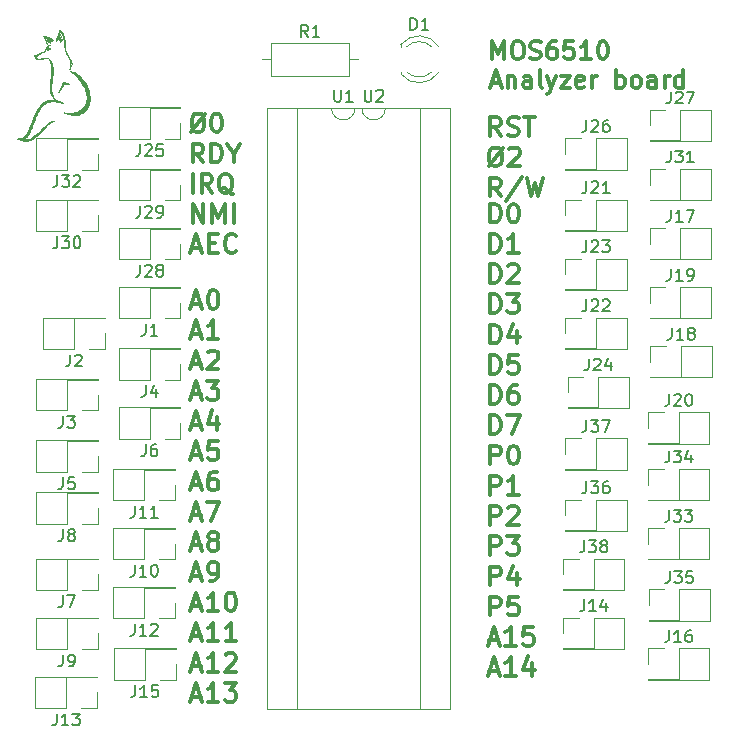
<source format=gto>
%TF.GenerationSoftware,KiCad,Pcbnew,7.0.1*%
%TF.CreationDate,2023-06-14T21:40:42+02:00*%
%TF.ProjectId,6510_board,36353130-5f62-46f6-9172-642e6b696361,rev?*%
%TF.SameCoordinates,Original*%
%TF.FileFunction,Legend,Top*%
%TF.FilePolarity,Positive*%
%FSLAX46Y46*%
G04 Gerber Fmt 4.6, Leading zero omitted, Abs format (unit mm)*
G04 Created by KiCad (PCBNEW 7.0.1) date 2023-06-14 21:40:42*
%MOMM*%
%LPD*%
G01*
G04 APERTURE LIST*
%ADD10C,0.300000*%
%ADD11C,0.150000*%
%ADD12C,0.120000*%
%ADD13C,0.010000*%
G04 APERTURE END LIST*
D10*
X70479047Y-83887438D02*
X69952380Y-83135057D01*
X69576190Y-83887438D02*
X69576190Y-82307438D01*
X69576190Y-82307438D02*
X70178095Y-82307438D01*
X70178095Y-82307438D02*
X70328571Y-82382676D01*
X70328571Y-82382676D02*
X70403809Y-82457914D01*
X70403809Y-82457914D02*
X70479047Y-82608390D01*
X70479047Y-82608390D02*
X70479047Y-82834104D01*
X70479047Y-82834104D02*
X70403809Y-82984580D01*
X70403809Y-82984580D02*
X70328571Y-83059819D01*
X70328571Y-83059819D02*
X70178095Y-83135057D01*
X70178095Y-83135057D02*
X69576190Y-83135057D01*
X71080952Y-83812200D02*
X71306666Y-83887438D01*
X71306666Y-83887438D02*
X71682857Y-83887438D01*
X71682857Y-83887438D02*
X71833333Y-83812200D01*
X71833333Y-83812200D02*
X71908571Y-83736961D01*
X71908571Y-83736961D02*
X71983809Y-83586485D01*
X71983809Y-83586485D02*
X71983809Y-83436009D01*
X71983809Y-83436009D02*
X71908571Y-83285533D01*
X71908571Y-83285533D02*
X71833333Y-83210295D01*
X71833333Y-83210295D02*
X71682857Y-83135057D01*
X71682857Y-83135057D02*
X71381904Y-83059819D01*
X71381904Y-83059819D02*
X71231428Y-82984580D01*
X71231428Y-82984580D02*
X71156190Y-82909342D01*
X71156190Y-82909342D02*
X71080952Y-82758866D01*
X71080952Y-82758866D02*
X71080952Y-82608390D01*
X71080952Y-82608390D02*
X71156190Y-82457914D01*
X71156190Y-82457914D02*
X71231428Y-82382676D01*
X71231428Y-82382676D02*
X71381904Y-82307438D01*
X71381904Y-82307438D02*
X71758095Y-82307438D01*
X71758095Y-82307438D02*
X71983809Y-82382676D01*
X72435238Y-82307438D02*
X73338095Y-82307438D01*
X72886666Y-83887438D02*
X72886666Y-82307438D01*
X70629523Y-84867038D02*
X69425714Y-86447038D01*
X69877142Y-86447038D02*
X69726666Y-86371800D01*
X69726666Y-86371800D02*
X69576190Y-86221323D01*
X69576190Y-86221323D02*
X69500952Y-85920371D01*
X69500952Y-85920371D02*
X69500952Y-85393704D01*
X69500952Y-85393704D02*
X69576190Y-85092752D01*
X69576190Y-85092752D02*
X69726666Y-84942276D01*
X69726666Y-84942276D02*
X69877142Y-84867038D01*
X69877142Y-84867038D02*
X70178095Y-84867038D01*
X70178095Y-84867038D02*
X70328571Y-84942276D01*
X70328571Y-84942276D02*
X70479047Y-85092752D01*
X70479047Y-85092752D02*
X70554285Y-85393704D01*
X70554285Y-85393704D02*
X70554285Y-85920371D01*
X70554285Y-85920371D02*
X70479047Y-86221323D01*
X70479047Y-86221323D02*
X70328571Y-86371800D01*
X70328571Y-86371800D02*
X70178095Y-86447038D01*
X70178095Y-86447038D02*
X69877142Y-86447038D01*
X71156190Y-85017514D02*
X71231428Y-84942276D01*
X71231428Y-84942276D02*
X71381904Y-84867038D01*
X71381904Y-84867038D02*
X71758095Y-84867038D01*
X71758095Y-84867038D02*
X71908571Y-84942276D01*
X71908571Y-84942276D02*
X71983809Y-85017514D01*
X71983809Y-85017514D02*
X72059047Y-85167990D01*
X72059047Y-85167990D02*
X72059047Y-85318466D01*
X72059047Y-85318466D02*
X71983809Y-85544180D01*
X71983809Y-85544180D02*
X71080952Y-86447038D01*
X71080952Y-86447038D02*
X72059047Y-86447038D01*
X70479047Y-89006638D02*
X69952380Y-88254257D01*
X69576190Y-89006638D02*
X69576190Y-87426638D01*
X69576190Y-87426638D02*
X70178095Y-87426638D01*
X70178095Y-87426638D02*
X70328571Y-87501876D01*
X70328571Y-87501876D02*
X70403809Y-87577114D01*
X70403809Y-87577114D02*
X70479047Y-87727590D01*
X70479047Y-87727590D02*
X70479047Y-87953304D01*
X70479047Y-87953304D02*
X70403809Y-88103780D01*
X70403809Y-88103780D02*
X70328571Y-88179019D01*
X70328571Y-88179019D02*
X70178095Y-88254257D01*
X70178095Y-88254257D02*
X69576190Y-88254257D01*
X72284761Y-87351400D02*
X70930476Y-89382828D01*
X72660952Y-87426638D02*
X73037142Y-89006638D01*
X73037142Y-89006638D02*
X73338095Y-87878066D01*
X73338095Y-87878066D02*
X73639047Y-89006638D01*
X73639047Y-89006638D02*
X74015238Y-87426638D01*
X45429523Y-81988238D02*
X44225714Y-83568238D01*
X44677142Y-83568238D02*
X44526666Y-83493000D01*
X44526666Y-83493000D02*
X44376190Y-83342523D01*
X44376190Y-83342523D02*
X44300952Y-83041571D01*
X44300952Y-83041571D02*
X44300952Y-82514904D01*
X44300952Y-82514904D02*
X44376190Y-82213952D01*
X44376190Y-82213952D02*
X44526666Y-82063476D01*
X44526666Y-82063476D02*
X44677142Y-81988238D01*
X44677142Y-81988238D02*
X44978095Y-81988238D01*
X44978095Y-81988238D02*
X45128571Y-82063476D01*
X45128571Y-82063476D02*
X45279047Y-82213952D01*
X45279047Y-82213952D02*
X45354285Y-82514904D01*
X45354285Y-82514904D02*
X45354285Y-83041571D01*
X45354285Y-83041571D02*
X45279047Y-83342523D01*
X45279047Y-83342523D02*
X45128571Y-83493000D01*
X45128571Y-83493000D02*
X44978095Y-83568238D01*
X44978095Y-83568238D02*
X44677142Y-83568238D01*
X46332380Y-81988238D02*
X46482857Y-81988238D01*
X46482857Y-81988238D02*
X46633333Y-82063476D01*
X46633333Y-82063476D02*
X46708571Y-82138714D01*
X46708571Y-82138714D02*
X46783809Y-82289190D01*
X46783809Y-82289190D02*
X46859047Y-82590142D01*
X46859047Y-82590142D02*
X46859047Y-82966333D01*
X46859047Y-82966333D02*
X46783809Y-83267285D01*
X46783809Y-83267285D02*
X46708571Y-83417761D01*
X46708571Y-83417761D02*
X46633333Y-83493000D01*
X46633333Y-83493000D02*
X46482857Y-83568238D01*
X46482857Y-83568238D02*
X46332380Y-83568238D01*
X46332380Y-83568238D02*
X46181904Y-83493000D01*
X46181904Y-83493000D02*
X46106666Y-83417761D01*
X46106666Y-83417761D02*
X46031428Y-83267285D01*
X46031428Y-83267285D02*
X45956190Y-82966333D01*
X45956190Y-82966333D02*
X45956190Y-82590142D01*
X45956190Y-82590142D02*
X46031428Y-82289190D01*
X46031428Y-82289190D02*
X46106666Y-82138714D01*
X46106666Y-82138714D02*
X46181904Y-82063476D01*
X46181904Y-82063476D02*
X46332380Y-81988238D01*
X45279047Y-86127838D02*
X44752380Y-85375457D01*
X44376190Y-86127838D02*
X44376190Y-84547838D01*
X44376190Y-84547838D02*
X44978095Y-84547838D01*
X44978095Y-84547838D02*
X45128571Y-84623076D01*
X45128571Y-84623076D02*
X45203809Y-84698314D01*
X45203809Y-84698314D02*
X45279047Y-84848790D01*
X45279047Y-84848790D02*
X45279047Y-85074504D01*
X45279047Y-85074504D02*
X45203809Y-85224980D01*
X45203809Y-85224980D02*
X45128571Y-85300219D01*
X45128571Y-85300219D02*
X44978095Y-85375457D01*
X44978095Y-85375457D02*
X44376190Y-85375457D01*
X45956190Y-86127838D02*
X45956190Y-84547838D01*
X45956190Y-84547838D02*
X46332380Y-84547838D01*
X46332380Y-84547838D02*
X46558095Y-84623076D01*
X46558095Y-84623076D02*
X46708571Y-84773552D01*
X46708571Y-84773552D02*
X46783809Y-84924028D01*
X46783809Y-84924028D02*
X46859047Y-85224980D01*
X46859047Y-85224980D02*
X46859047Y-85450695D01*
X46859047Y-85450695D02*
X46783809Y-85751647D01*
X46783809Y-85751647D02*
X46708571Y-85902123D01*
X46708571Y-85902123D02*
X46558095Y-86052600D01*
X46558095Y-86052600D02*
X46332380Y-86127838D01*
X46332380Y-86127838D02*
X45956190Y-86127838D01*
X47837142Y-85375457D02*
X47837142Y-86127838D01*
X47310476Y-84547838D02*
X47837142Y-85375457D01*
X47837142Y-85375457D02*
X48363809Y-84547838D01*
X44376190Y-88687438D02*
X44376190Y-87107438D01*
X46031428Y-88687438D02*
X45504761Y-87935057D01*
X45128571Y-88687438D02*
X45128571Y-87107438D01*
X45128571Y-87107438D02*
X45730476Y-87107438D01*
X45730476Y-87107438D02*
X45880952Y-87182676D01*
X45880952Y-87182676D02*
X45956190Y-87257914D01*
X45956190Y-87257914D02*
X46031428Y-87408390D01*
X46031428Y-87408390D02*
X46031428Y-87634104D01*
X46031428Y-87634104D02*
X45956190Y-87784580D01*
X45956190Y-87784580D02*
X45880952Y-87859819D01*
X45880952Y-87859819D02*
X45730476Y-87935057D01*
X45730476Y-87935057D02*
X45128571Y-87935057D01*
X47761904Y-88837914D02*
X47611428Y-88762676D01*
X47611428Y-88762676D02*
X47460952Y-88612200D01*
X47460952Y-88612200D02*
X47235238Y-88386485D01*
X47235238Y-88386485D02*
X47084761Y-88311247D01*
X47084761Y-88311247D02*
X46934285Y-88311247D01*
X47009523Y-88687438D02*
X46859047Y-88612200D01*
X46859047Y-88612200D02*
X46708571Y-88461723D01*
X46708571Y-88461723D02*
X46633333Y-88160771D01*
X46633333Y-88160771D02*
X46633333Y-87634104D01*
X46633333Y-87634104D02*
X46708571Y-87333152D01*
X46708571Y-87333152D02*
X46859047Y-87182676D01*
X46859047Y-87182676D02*
X47009523Y-87107438D01*
X47009523Y-87107438D02*
X47310476Y-87107438D01*
X47310476Y-87107438D02*
X47460952Y-87182676D01*
X47460952Y-87182676D02*
X47611428Y-87333152D01*
X47611428Y-87333152D02*
X47686666Y-87634104D01*
X47686666Y-87634104D02*
X47686666Y-88160771D01*
X47686666Y-88160771D02*
X47611428Y-88461723D01*
X47611428Y-88461723D02*
X47460952Y-88612200D01*
X47460952Y-88612200D02*
X47310476Y-88687438D01*
X47310476Y-88687438D02*
X47009523Y-88687438D01*
X44376190Y-91247038D02*
X44376190Y-89667038D01*
X44376190Y-89667038D02*
X45279047Y-91247038D01*
X45279047Y-91247038D02*
X45279047Y-89667038D01*
X46031428Y-91247038D02*
X46031428Y-89667038D01*
X46031428Y-89667038D02*
X46558095Y-90795609D01*
X46558095Y-90795609D02*
X47084761Y-89667038D01*
X47084761Y-89667038D02*
X47084761Y-91247038D01*
X47837142Y-91247038D02*
X47837142Y-89667038D01*
X44300952Y-93355209D02*
X45053333Y-93355209D01*
X44150476Y-93806638D02*
X44677142Y-92226638D01*
X44677142Y-92226638D02*
X45203809Y-93806638D01*
X45730476Y-92979019D02*
X46257143Y-92979019D01*
X46482857Y-93806638D02*
X45730476Y-93806638D01*
X45730476Y-93806638D02*
X45730476Y-92226638D01*
X45730476Y-92226638D02*
X46482857Y-92226638D01*
X48062857Y-93656161D02*
X47987619Y-93731400D01*
X47987619Y-93731400D02*
X47761905Y-93806638D01*
X47761905Y-93806638D02*
X47611429Y-93806638D01*
X47611429Y-93806638D02*
X47385714Y-93731400D01*
X47385714Y-93731400D02*
X47235238Y-93580923D01*
X47235238Y-93580923D02*
X47160000Y-93430447D01*
X47160000Y-93430447D02*
X47084762Y-93129495D01*
X47084762Y-93129495D02*
X47084762Y-92903780D01*
X47084762Y-92903780D02*
X47160000Y-92602828D01*
X47160000Y-92602828D02*
X47235238Y-92452352D01*
X47235238Y-92452352D02*
X47385714Y-92301876D01*
X47385714Y-92301876D02*
X47611429Y-92226638D01*
X47611429Y-92226638D02*
X47761905Y-92226638D01*
X47761905Y-92226638D02*
X47987619Y-92301876D01*
X47987619Y-92301876D02*
X48062857Y-92377114D01*
X69576190Y-91212638D02*
X69576190Y-89632638D01*
X69576190Y-89632638D02*
X69952380Y-89632638D01*
X69952380Y-89632638D02*
X70178095Y-89707876D01*
X70178095Y-89707876D02*
X70328571Y-89858352D01*
X70328571Y-89858352D02*
X70403809Y-90008828D01*
X70403809Y-90008828D02*
X70479047Y-90309780D01*
X70479047Y-90309780D02*
X70479047Y-90535495D01*
X70479047Y-90535495D02*
X70403809Y-90836447D01*
X70403809Y-90836447D02*
X70328571Y-90986923D01*
X70328571Y-90986923D02*
X70178095Y-91137400D01*
X70178095Y-91137400D02*
X69952380Y-91212638D01*
X69952380Y-91212638D02*
X69576190Y-91212638D01*
X71457142Y-89632638D02*
X71607619Y-89632638D01*
X71607619Y-89632638D02*
X71758095Y-89707876D01*
X71758095Y-89707876D02*
X71833333Y-89783114D01*
X71833333Y-89783114D02*
X71908571Y-89933590D01*
X71908571Y-89933590D02*
X71983809Y-90234542D01*
X71983809Y-90234542D02*
X71983809Y-90610733D01*
X71983809Y-90610733D02*
X71908571Y-90911685D01*
X71908571Y-90911685D02*
X71833333Y-91062161D01*
X71833333Y-91062161D02*
X71758095Y-91137400D01*
X71758095Y-91137400D02*
X71607619Y-91212638D01*
X71607619Y-91212638D02*
X71457142Y-91212638D01*
X71457142Y-91212638D02*
X71306666Y-91137400D01*
X71306666Y-91137400D02*
X71231428Y-91062161D01*
X71231428Y-91062161D02*
X71156190Y-90911685D01*
X71156190Y-90911685D02*
X71080952Y-90610733D01*
X71080952Y-90610733D02*
X71080952Y-90234542D01*
X71080952Y-90234542D02*
X71156190Y-89933590D01*
X71156190Y-89933590D02*
X71231428Y-89783114D01*
X71231428Y-89783114D02*
X71306666Y-89707876D01*
X71306666Y-89707876D02*
X71457142Y-89632638D01*
X69576190Y-93772238D02*
X69576190Y-92192238D01*
X69576190Y-92192238D02*
X69952380Y-92192238D01*
X69952380Y-92192238D02*
X70178095Y-92267476D01*
X70178095Y-92267476D02*
X70328571Y-92417952D01*
X70328571Y-92417952D02*
X70403809Y-92568428D01*
X70403809Y-92568428D02*
X70479047Y-92869380D01*
X70479047Y-92869380D02*
X70479047Y-93095095D01*
X70479047Y-93095095D02*
X70403809Y-93396047D01*
X70403809Y-93396047D02*
X70328571Y-93546523D01*
X70328571Y-93546523D02*
X70178095Y-93697000D01*
X70178095Y-93697000D02*
X69952380Y-93772238D01*
X69952380Y-93772238D02*
X69576190Y-93772238D01*
X71983809Y-93772238D02*
X71080952Y-93772238D01*
X71532380Y-93772238D02*
X71532380Y-92192238D01*
X71532380Y-92192238D02*
X71381904Y-92417952D01*
X71381904Y-92417952D02*
X71231428Y-92568428D01*
X71231428Y-92568428D02*
X71080952Y-92643666D01*
X69576190Y-96331838D02*
X69576190Y-94751838D01*
X69576190Y-94751838D02*
X69952380Y-94751838D01*
X69952380Y-94751838D02*
X70178095Y-94827076D01*
X70178095Y-94827076D02*
X70328571Y-94977552D01*
X70328571Y-94977552D02*
X70403809Y-95128028D01*
X70403809Y-95128028D02*
X70479047Y-95428980D01*
X70479047Y-95428980D02*
X70479047Y-95654695D01*
X70479047Y-95654695D02*
X70403809Y-95955647D01*
X70403809Y-95955647D02*
X70328571Y-96106123D01*
X70328571Y-96106123D02*
X70178095Y-96256600D01*
X70178095Y-96256600D02*
X69952380Y-96331838D01*
X69952380Y-96331838D02*
X69576190Y-96331838D01*
X71080952Y-94902314D02*
X71156190Y-94827076D01*
X71156190Y-94827076D02*
X71306666Y-94751838D01*
X71306666Y-94751838D02*
X71682857Y-94751838D01*
X71682857Y-94751838D02*
X71833333Y-94827076D01*
X71833333Y-94827076D02*
X71908571Y-94902314D01*
X71908571Y-94902314D02*
X71983809Y-95052790D01*
X71983809Y-95052790D02*
X71983809Y-95203266D01*
X71983809Y-95203266D02*
X71908571Y-95428980D01*
X71908571Y-95428980D02*
X71005714Y-96331838D01*
X71005714Y-96331838D02*
X71983809Y-96331838D01*
X69576190Y-98891438D02*
X69576190Y-97311438D01*
X69576190Y-97311438D02*
X69952380Y-97311438D01*
X69952380Y-97311438D02*
X70178095Y-97386676D01*
X70178095Y-97386676D02*
X70328571Y-97537152D01*
X70328571Y-97537152D02*
X70403809Y-97687628D01*
X70403809Y-97687628D02*
X70479047Y-97988580D01*
X70479047Y-97988580D02*
X70479047Y-98214295D01*
X70479047Y-98214295D02*
X70403809Y-98515247D01*
X70403809Y-98515247D02*
X70328571Y-98665723D01*
X70328571Y-98665723D02*
X70178095Y-98816200D01*
X70178095Y-98816200D02*
X69952380Y-98891438D01*
X69952380Y-98891438D02*
X69576190Y-98891438D01*
X71005714Y-97311438D02*
X71983809Y-97311438D01*
X71983809Y-97311438D02*
X71457142Y-97913342D01*
X71457142Y-97913342D02*
X71682857Y-97913342D01*
X71682857Y-97913342D02*
X71833333Y-97988580D01*
X71833333Y-97988580D02*
X71908571Y-98063819D01*
X71908571Y-98063819D02*
X71983809Y-98214295D01*
X71983809Y-98214295D02*
X71983809Y-98590485D01*
X71983809Y-98590485D02*
X71908571Y-98740961D01*
X71908571Y-98740961D02*
X71833333Y-98816200D01*
X71833333Y-98816200D02*
X71682857Y-98891438D01*
X71682857Y-98891438D02*
X71231428Y-98891438D01*
X71231428Y-98891438D02*
X71080952Y-98816200D01*
X71080952Y-98816200D02*
X71005714Y-98740961D01*
X69576190Y-101451038D02*
X69576190Y-99871038D01*
X69576190Y-99871038D02*
X69952380Y-99871038D01*
X69952380Y-99871038D02*
X70178095Y-99946276D01*
X70178095Y-99946276D02*
X70328571Y-100096752D01*
X70328571Y-100096752D02*
X70403809Y-100247228D01*
X70403809Y-100247228D02*
X70479047Y-100548180D01*
X70479047Y-100548180D02*
X70479047Y-100773895D01*
X70479047Y-100773895D02*
X70403809Y-101074847D01*
X70403809Y-101074847D02*
X70328571Y-101225323D01*
X70328571Y-101225323D02*
X70178095Y-101375800D01*
X70178095Y-101375800D02*
X69952380Y-101451038D01*
X69952380Y-101451038D02*
X69576190Y-101451038D01*
X71833333Y-100397704D02*
X71833333Y-101451038D01*
X71457142Y-99795800D02*
X71080952Y-100924371D01*
X71080952Y-100924371D02*
X72059047Y-100924371D01*
X69576190Y-104010638D02*
X69576190Y-102430638D01*
X69576190Y-102430638D02*
X69952380Y-102430638D01*
X69952380Y-102430638D02*
X70178095Y-102505876D01*
X70178095Y-102505876D02*
X70328571Y-102656352D01*
X70328571Y-102656352D02*
X70403809Y-102806828D01*
X70403809Y-102806828D02*
X70479047Y-103107780D01*
X70479047Y-103107780D02*
X70479047Y-103333495D01*
X70479047Y-103333495D02*
X70403809Y-103634447D01*
X70403809Y-103634447D02*
X70328571Y-103784923D01*
X70328571Y-103784923D02*
X70178095Y-103935400D01*
X70178095Y-103935400D02*
X69952380Y-104010638D01*
X69952380Y-104010638D02*
X69576190Y-104010638D01*
X71908571Y-102430638D02*
X71156190Y-102430638D01*
X71156190Y-102430638D02*
X71080952Y-103183019D01*
X71080952Y-103183019D02*
X71156190Y-103107780D01*
X71156190Y-103107780D02*
X71306666Y-103032542D01*
X71306666Y-103032542D02*
X71682857Y-103032542D01*
X71682857Y-103032542D02*
X71833333Y-103107780D01*
X71833333Y-103107780D02*
X71908571Y-103183019D01*
X71908571Y-103183019D02*
X71983809Y-103333495D01*
X71983809Y-103333495D02*
X71983809Y-103709685D01*
X71983809Y-103709685D02*
X71908571Y-103860161D01*
X71908571Y-103860161D02*
X71833333Y-103935400D01*
X71833333Y-103935400D02*
X71682857Y-104010638D01*
X71682857Y-104010638D02*
X71306666Y-104010638D01*
X71306666Y-104010638D02*
X71156190Y-103935400D01*
X71156190Y-103935400D02*
X71080952Y-103860161D01*
X69576190Y-106570238D02*
X69576190Y-104990238D01*
X69576190Y-104990238D02*
X69952380Y-104990238D01*
X69952380Y-104990238D02*
X70178095Y-105065476D01*
X70178095Y-105065476D02*
X70328571Y-105215952D01*
X70328571Y-105215952D02*
X70403809Y-105366428D01*
X70403809Y-105366428D02*
X70479047Y-105667380D01*
X70479047Y-105667380D02*
X70479047Y-105893095D01*
X70479047Y-105893095D02*
X70403809Y-106194047D01*
X70403809Y-106194047D02*
X70328571Y-106344523D01*
X70328571Y-106344523D02*
X70178095Y-106495000D01*
X70178095Y-106495000D02*
X69952380Y-106570238D01*
X69952380Y-106570238D02*
X69576190Y-106570238D01*
X71833333Y-104990238D02*
X71532380Y-104990238D01*
X71532380Y-104990238D02*
X71381904Y-105065476D01*
X71381904Y-105065476D02*
X71306666Y-105140714D01*
X71306666Y-105140714D02*
X71156190Y-105366428D01*
X71156190Y-105366428D02*
X71080952Y-105667380D01*
X71080952Y-105667380D02*
X71080952Y-106269285D01*
X71080952Y-106269285D02*
X71156190Y-106419761D01*
X71156190Y-106419761D02*
X71231428Y-106495000D01*
X71231428Y-106495000D02*
X71381904Y-106570238D01*
X71381904Y-106570238D02*
X71682857Y-106570238D01*
X71682857Y-106570238D02*
X71833333Y-106495000D01*
X71833333Y-106495000D02*
X71908571Y-106419761D01*
X71908571Y-106419761D02*
X71983809Y-106269285D01*
X71983809Y-106269285D02*
X71983809Y-105893095D01*
X71983809Y-105893095D02*
X71908571Y-105742619D01*
X71908571Y-105742619D02*
X71833333Y-105667380D01*
X71833333Y-105667380D02*
X71682857Y-105592142D01*
X71682857Y-105592142D02*
X71381904Y-105592142D01*
X71381904Y-105592142D02*
X71231428Y-105667380D01*
X71231428Y-105667380D02*
X71156190Y-105742619D01*
X71156190Y-105742619D02*
X71080952Y-105893095D01*
X69576190Y-109129838D02*
X69576190Y-107549838D01*
X69576190Y-107549838D02*
X69952380Y-107549838D01*
X69952380Y-107549838D02*
X70178095Y-107625076D01*
X70178095Y-107625076D02*
X70328571Y-107775552D01*
X70328571Y-107775552D02*
X70403809Y-107926028D01*
X70403809Y-107926028D02*
X70479047Y-108226980D01*
X70479047Y-108226980D02*
X70479047Y-108452695D01*
X70479047Y-108452695D02*
X70403809Y-108753647D01*
X70403809Y-108753647D02*
X70328571Y-108904123D01*
X70328571Y-108904123D02*
X70178095Y-109054600D01*
X70178095Y-109054600D02*
X69952380Y-109129838D01*
X69952380Y-109129838D02*
X69576190Y-109129838D01*
X71005714Y-107549838D02*
X72059047Y-107549838D01*
X72059047Y-107549838D02*
X71381904Y-109129838D01*
X69576190Y-111689438D02*
X69576190Y-110109438D01*
X69576190Y-110109438D02*
X70178095Y-110109438D01*
X70178095Y-110109438D02*
X70328571Y-110184676D01*
X70328571Y-110184676D02*
X70403809Y-110259914D01*
X70403809Y-110259914D02*
X70479047Y-110410390D01*
X70479047Y-110410390D02*
X70479047Y-110636104D01*
X70479047Y-110636104D02*
X70403809Y-110786580D01*
X70403809Y-110786580D02*
X70328571Y-110861819D01*
X70328571Y-110861819D02*
X70178095Y-110937057D01*
X70178095Y-110937057D02*
X69576190Y-110937057D01*
X71457142Y-110109438D02*
X71607619Y-110109438D01*
X71607619Y-110109438D02*
X71758095Y-110184676D01*
X71758095Y-110184676D02*
X71833333Y-110259914D01*
X71833333Y-110259914D02*
X71908571Y-110410390D01*
X71908571Y-110410390D02*
X71983809Y-110711342D01*
X71983809Y-110711342D02*
X71983809Y-111087533D01*
X71983809Y-111087533D02*
X71908571Y-111388485D01*
X71908571Y-111388485D02*
X71833333Y-111538961D01*
X71833333Y-111538961D02*
X71758095Y-111614200D01*
X71758095Y-111614200D02*
X71607619Y-111689438D01*
X71607619Y-111689438D02*
X71457142Y-111689438D01*
X71457142Y-111689438D02*
X71306666Y-111614200D01*
X71306666Y-111614200D02*
X71231428Y-111538961D01*
X71231428Y-111538961D02*
X71156190Y-111388485D01*
X71156190Y-111388485D02*
X71080952Y-111087533D01*
X71080952Y-111087533D02*
X71080952Y-110711342D01*
X71080952Y-110711342D02*
X71156190Y-110410390D01*
X71156190Y-110410390D02*
X71231428Y-110259914D01*
X71231428Y-110259914D02*
X71306666Y-110184676D01*
X71306666Y-110184676D02*
X71457142Y-110109438D01*
X69576190Y-114249038D02*
X69576190Y-112669038D01*
X69576190Y-112669038D02*
X70178095Y-112669038D01*
X70178095Y-112669038D02*
X70328571Y-112744276D01*
X70328571Y-112744276D02*
X70403809Y-112819514D01*
X70403809Y-112819514D02*
X70479047Y-112969990D01*
X70479047Y-112969990D02*
X70479047Y-113195704D01*
X70479047Y-113195704D02*
X70403809Y-113346180D01*
X70403809Y-113346180D02*
X70328571Y-113421419D01*
X70328571Y-113421419D02*
X70178095Y-113496657D01*
X70178095Y-113496657D02*
X69576190Y-113496657D01*
X71983809Y-114249038D02*
X71080952Y-114249038D01*
X71532380Y-114249038D02*
X71532380Y-112669038D01*
X71532380Y-112669038D02*
X71381904Y-112894752D01*
X71381904Y-112894752D02*
X71231428Y-113045228D01*
X71231428Y-113045228D02*
X71080952Y-113120466D01*
X69576190Y-116808638D02*
X69576190Y-115228638D01*
X69576190Y-115228638D02*
X70178095Y-115228638D01*
X70178095Y-115228638D02*
X70328571Y-115303876D01*
X70328571Y-115303876D02*
X70403809Y-115379114D01*
X70403809Y-115379114D02*
X70479047Y-115529590D01*
X70479047Y-115529590D02*
X70479047Y-115755304D01*
X70479047Y-115755304D02*
X70403809Y-115905780D01*
X70403809Y-115905780D02*
X70328571Y-115981019D01*
X70328571Y-115981019D02*
X70178095Y-116056257D01*
X70178095Y-116056257D02*
X69576190Y-116056257D01*
X71080952Y-115379114D02*
X71156190Y-115303876D01*
X71156190Y-115303876D02*
X71306666Y-115228638D01*
X71306666Y-115228638D02*
X71682857Y-115228638D01*
X71682857Y-115228638D02*
X71833333Y-115303876D01*
X71833333Y-115303876D02*
X71908571Y-115379114D01*
X71908571Y-115379114D02*
X71983809Y-115529590D01*
X71983809Y-115529590D02*
X71983809Y-115680066D01*
X71983809Y-115680066D02*
X71908571Y-115905780D01*
X71908571Y-115905780D02*
X71005714Y-116808638D01*
X71005714Y-116808638D02*
X71983809Y-116808638D01*
X69576190Y-119368238D02*
X69576190Y-117788238D01*
X69576190Y-117788238D02*
X70178095Y-117788238D01*
X70178095Y-117788238D02*
X70328571Y-117863476D01*
X70328571Y-117863476D02*
X70403809Y-117938714D01*
X70403809Y-117938714D02*
X70479047Y-118089190D01*
X70479047Y-118089190D02*
X70479047Y-118314904D01*
X70479047Y-118314904D02*
X70403809Y-118465380D01*
X70403809Y-118465380D02*
X70328571Y-118540619D01*
X70328571Y-118540619D02*
X70178095Y-118615857D01*
X70178095Y-118615857D02*
X69576190Y-118615857D01*
X71005714Y-117788238D02*
X71983809Y-117788238D01*
X71983809Y-117788238D02*
X71457142Y-118390142D01*
X71457142Y-118390142D02*
X71682857Y-118390142D01*
X71682857Y-118390142D02*
X71833333Y-118465380D01*
X71833333Y-118465380D02*
X71908571Y-118540619D01*
X71908571Y-118540619D02*
X71983809Y-118691095D01*
X71983809Y-118691095D02*
X71983809Y-119067285D01*
X71983809Y-119067285D02*
X71908571Y-119217761D01*
X71908571Y-119217761D02*
X71833333Y-119293000D01*
X71833333Y-119293000D02*
X71682857Y-119368238D01*
X71682857Y-119368238D02*
X71231428Y-119368238D01*
X71231428Y-119368238D02*
X71080952Y-119293000D01*
X71080952Y-119293000D02*
X71005714Y-119217761D01*
X69576190Y-121927838D02*
X69576190Y-120347838D01*
X69576190Y-120347838D02*
X70178095Y-120347838D01*
X70178095Y-120347838D02*
X70328571Y-120423076D01*
X70328571Y-120423076D02*
X70403809Y-120498314D01*
X70403809Y-120498314D02*
X70479047Y-120648790D01*
X70479047Y-120648790D02*
X70479047Y-120874504D01*
X70479047Y-120874504D02*
X70403809Y-121024980D01*
X70403809Y-121024980D02*
X70328571Y-121100219D01*
X70328571Y-121100219D02*
X70178095Y-121175457D01*
X70178095Y-121175457D02*
X69576190Y-121175457D01*
X71833333Y-120874504D02*
X71833333Y-121927838D01*
X71457142Y-120272600D02*
X71080952Y-121401171D01*
X71080952Y-121401171D02*
X72059047Y-121401171D01*
X69576190Y-124487438D02*
X69576190Y-122907438D01*
X69576190Y-122907438D02*
X70178095Y-122907438D01*
X70178095Y-122907438D02*
X70328571Y-122982676D01*
X70328571Y-122982676D02*
X70403809Y-123057914D01*
X70403809Y-123057914D02*
X70479047Y-123208390D01*
X70479047Y-123208390D02*
X70479047Y-123434104D01*
X70479047Y-123434104D02*
X70403809Y-123584580D01*
X70403809Y-123584580D02*
X70328571Y-123659819D01*
X70328571Y-123659819D02*
X70178095Y-123735057D01*
X70178095Y-123735057D02*
X69576190Y-123735057D01*
X71908571Y-122907438D02*
X71156190Y-122907438D01*
X71156190Y-122907438D02*
X71080952Y-123659819D01*
X71080952Y-123659819D02*
X71156190Y-123584580D01*
X71156190Y-123584580D02*
X71306666Y-123509342D01*
X71306666Y-123509342D02*
X71682857Y-123509342D01*
X71682857Y-123509342D02*
X71833333Y-123584580D01*
X71833333Y-123584580D02*
X71908571Y-123659819D01*
X71908571Y-123659819D02*
X71983809Y-123810295D01*
X71983809Y-123810295D02*
X71983809Y-124186485D01*
X71983809Y-124186485D02*
X71908571Y-124336961D01*
X71908571Y-124336961D02*
X71833333Y-124412200D01*
X71833333Y-124412200D02*
X71682857Y-124487438D01*
X71682857Y-124487438D02*
X71306666Y-124487438D01*
X71306666Y-124487438D02*
X71156190Y-124412200D01*
X71156190Y-124412200D02*
X71080952Y-124336961D01*
X69500952Y-126595609D02*
X70253333Y-126595609D01*
X69350476Y-127047038D02*
X69877142Y-125467038D01*
X69877142Y-125467038D02*
X70403809Y-127047038D01*
X71758095Y-127047038D02*
X70855238Y-127047038D01*
X71306666Y-127047038D02*
X71306666Y-125467038D01*
X71306666Y-125467038D02*
X71156190Y-125692752D01*
X71156190Y-125692752D02*
X71005714Y-125843228D01*
X71005714Y-125843228D02*
X70855238Y-125918466D01*
X73187619Y-125467038D02*
X72435238Y-125467038D01*
X72435238Y-125467038D02*
X72360000Y-126219419D01*
X72360000Y-126219419D02*
X72435238Y-126144180D01*
X72435238Y-126144180D02*
X72585714Y-126068942D01*
X72585714Y-126068942D02*
X72961905Y-126068942D01*
X72961905Y-126068942D02*
X73112381Y-126144180D01*
X73112381Y-126144180D02*
X73187619Y-126219419D01*
X73187619Y-126219419D02*
X73262857Y-126369895D01*
X73262857Y-126369895D02*
X73262857Y-126746085D01*
X73262857Y-126746085D02*
X73187619Y-126896561D01*
X73187619Y-126896561D02*
X73112381Y-126971800D01*
X73112381Y-126971800D02*
X72961905Y-127047038D01*
X72961905Y-127047038D02*
X72585714Y-127047038D01*
X72585714Y-127047038D02*
X72435238Y-126971800D01*
X72435238Y-126971800D02*
X72360000Y-126896561D01*
X69500952Y-129155209D02*
X70253333Y-129155209D01*
X69350476Y-129606638D02*
X69877142Y-128026638D01*
X69877142Y-128026638D02*
X70403809Y-129606638D01*
X71758095Y-129606638D02*
X70855238Y-129606638D01*
X71306666Y-129606638D02*
X71306666Y-128026638D01*
X71306666Y-128026638D02*
X71156190Y-128252352D01*
X71156190Y-128252352D02*
X71005714Y-128402828D01*
X71005714Y-128402828D02*
X70855238Y-128478066D01*
X73112381Y-128553304D02*
X73112381Y-129606638D01*
X72736190Y-127951400D02*
X72360000Y-129079971D01*
X72360000Y-129079971D02*
X73338095Y-129079971D01*
X44300952Y-98080409D02*
X45053333Y-98080409D01*
X44150476Y-98531838D02*
X44677142Y-96951838D01*
X44677142Y-96951838D02*
X45203809Y-98531838D01*
X46031428Y-96951838D02*
X46181905Y-96951838D01*
X46181905Y-96951838D02*
X46332381Y-97027076D01*
X46332381Y-97027076D02*
X46407619Y-97102314D01*
X46407619Y-97102314D02*
X46482857Y-97252790D01*
X46482857Y-97252790D02*
X46558095Y-97553742D01*
X46558095Y-97553742D02*
X46558095Y-97929933D01*
X46558095Y-97929933D02*
X46482857Y-98230885D01*
X46482857Y-98230885D02*
X46407619Y-98381361D01*
X46407619Y-98381361D02*
X46332381Y-98456600D01*
X46332381Y-98456600D02*
X46181905Y-98531838D01*
X46181905Y-98531838D02*
X46031428Y-98531838D01*
X46031428Y-98531838D02*
X45880952Y-98456600D01*
X45880952Y-98456600D02*
X45805714Y-98381361D01*
X45805714Y-98381361D02*
X45730476Y-98230885D01*
X45730476Y-98230885D02*
X45655238Y-97929933D01*
X45655238Y-97929933D02*
X45655238Y-97553742D01*
X45655238Y-97553742D02*
X45730476Y-97252790D01*
X45730476Y-97252790D02*
X45805714Y-97102314D01*
X45805714Y-97102314D02*
X45880952Y-97027076D01*
X45880952Y-97027076D02*
X46031428Y-96951838D01*
X44300952Y-100640009D02*
X45053333Y-100640009D01*
X44150476Y-101091438D02*
X44677142Y-99511438D01*
X44677142Y-99511438D02*
X45203809Y-101091438D01*
X46558095Y-101091438D02*
X45655238Y-101091438D01*
X46106666Y-101091438D02*
X46106666Y-99511438D01*
X46106666Y-99511438D02*
X45956190Y-99737152D01*
X45956190Y-99737152D02*
X45805714Y-99887628D01*
X45805714Y-99887628D02*
X45655238Y-99962866D01*
X44300952Y-103199609D02*
X45053333Y-103199609D01*
X44150476Y-103651038D02*
X44677142Y-102071038D01*
X44677142Y-102071038D02*
X45203809Y-103651038D01*
X45655238Y-102221514D02*
X45730476Y-102146276D01*
X45730476Y-102146276D02*
X45880952Y-102071038D01*
X45880952Y-102071038D02*
X46257143Y-102071038D01*
X46257143Y-102071038D02*
X46407619Y-102146276D01*
X46407619Y-102146276D02*
X46482857Y-102221514D01*
X46482857Y-102221514D02*
X46558095Y-102371990D01*
X46558095Y-102371990D02*
X46558095Y-102522466D01*
X46558095Y-102522466D02*
X46482857Y-102748180D01*
X46482857Y-102748180D02*
X45580000Y-103651038D01*
X45580000Y-103651038D02*
X46558095Y-103651038D01*
X44300952Y-105759209D02*
X45053333Y-105759209D01*
X44150476Y-106210638D02*
X44677142Y-104630638D01*
X44677142Y-104630638D02*
X45203809Y-106210638D01*
X45580000Y-104630638D02*
X46558095Y-104630638D01*
X46558095Y-104630638D02*
X46031428Y-105232542D01*
X46031428Y-105232542D02*
X46257143Y-105232542D01*
X46257143Y-105232542D02*
X46407619Y-105307780D01*
X46407619Y-105307780D02*
X46482857Y-105383019D01*
X46482857Y-105383019D02*
X46558095Y-105533495D01*
X46558095Y-105533495D02*
X46558095Y-105909685D01*
X46558095Y-105909685D02*
X46482857Y-106060161D01*
X46482857Y-106060161D02*
X46407619Y-106135400D01*
X46407619Y-106135400D02*
X46257143Y-106210638D01*
X46257143Y-106210638D02*
X45805714Y-106210638D01*
X45805714Y-106210638D02*
X45655238Y-106135400D01*
X45655238Y-106135400D02*
X45580000Y-106060161D01*
X44300952Y-108318809D02*
X45053333Y-108318809D01*
X44150476Y-108770238D02*
X44677142Y-107190238D01*
X44677142Y-107190238D02*
X45203809Y-108770238D01*
X46407619Y-107716904D02*
X46407619Y-108770238D01*
X46031428Y-107115000D02*
X45655238Y-108243571D01*
X45655238Y-108243571D02*
X46633333Y-108243571D01*
X44300952Y-110878409D02*
X45053333Y-110878409D01*
X44150476Y-111329838D02*
X44677142Y-109749838D01*
X44677142Y-109749838D02*
X45203809Y-111329838D01*
X46482857Y-109749838D02*
X45730476Y-109749838D01*
X45730476Y-109749838D02*
X45655238Y-110502219D01*
X45655238Y-110502219D02*
X45730476Y-110426980D01*
X45730476Y-110426980D02*
X45880952Y-110351742D01*
X45880952Y-110351742D02*
X46257143Y-110351742D01*
X46257143Y-110351742D02*
X46407619Y-110426980D01*
X46407619Y-110426980D02*
X46482857Y-110502219D01*
X46482857Y-110502219D02*
X46558095Y-110652695D01*
X46558095Y-110652695D02*
X46558095Y-111028885D01*
X46558095Y-111028885D02*
X46482857Y-111179361D01*
X46482857Y-111179361D02*
X46407619Y-111254600D01*
X46407619Y-111254600D02*
X46257143Y-111329838D01*
X46257143Y-111329838D02*
X45880952Y-111329838D01*
X45880952Y-111329838D02*
X45730476Y-111254600D01*
X45730476Y-111254600D02*
X45655238Y-111179361D01*
X44300952Y-113438009D02*
X45053333Y-113438009D01*
X44150476Y-113889438D02*
X44677142Y-112309438D01*
X44677142Y-112309438D02*
X45203809Y-113889438D01*
X46407619Y-112309438D02*
X46106666Y-112309438D01*
X46106666Y-112309438D02*
X45956190Y-112384676D01*
X45956190Y-112384676D02*
X45880952Y-112459914D01*
X45880952Y-112459914D02*
X45730476Y-112685628D01*
X45730476Y-112685628D02*
X45655238Y-112986580D01*
X45655238Y-112986580D02*
X45655238Y-113588485D01*
X45655238Y-113588485D02*
X45730476Y-113738961D01*
X45730476Y-113738961D02*
X45805714Y-113814200D01*
X45805714Y-113814200D02*
X45956190Y-113889438D01*
X45956190Y-113889438D02*
X46257143Y-113889438D01*
X46257143Y-113889438D02*
X46407619Y-113814200D01*
X46407619Y-113814200D02*
X46482857Y-113738961D01*
X46482857Y-113738961D02*
X46558095Y-113588485D01*
X46558095Y-113588485D02*
X46558095Y-113212295D01*
X46558095Y-113212295D02*
X46482857Y-113061819D01*
X46482857Y-113061819D02*
X46407619Y-112986580D01*
X46407619Y-112986580D02*
X46257143Y-112911342D01*
X46257143Y-112911342D02*
X45956190Y-112911342D01*
X45956190Y-112911342D02*
X45805714Y-112986580D01*
X45805714Y-112986580D02*
X45730476Y-113061819D01*
X45730476Y-113061819D02*
X45655238Y-113212295D01*
X44300952Y-115997609D02*
X45053333Y-115997609D01*
X44150476Y-116449038D02*
X44677142Y-114869038D01*
X44677142Y-114869038D02*
X45203809Y-116449038D01*
X45580000Y-114869038D02*
X46633333Y-114869038D01*
X46633333Y-114869038D02*
X45956190Y-116449038D01*
X44300952Y-118557209D02*
X45053333Y-118557209D01*
X44150476Y-119008638D02*
X44677142Y-117428638D01*
X44677142Y-117428638D02*
X45203809Y-119008638D01*
X45956190Y-118105780D02*
X45805714Y-118030542D01*
X45805714Y-118030542D02*
X45730476Y-117955304D01*
X45730476Y-117955304D02*
X45655238Y-117804828D01*
X45655238Y-117804828D02*
X45655238Y-117729590D01*
X45655238Y-117729590D02*
X45730476Y-117579114D01*
X45730476Y-117579114D02*
X45805714Y-117503876D01*
X45805714Y-117503876D02*
X45956190Y-117428638D01*
X45956190Y-117428638D02*
X46257143Y-117428638D01*
X46257143Y-117428638D02*
X46407619Y-117503876D01*
X46407619Y-117503876D02*
X46482857Y-117579114D01*
X46482857Y-117579114D02*
X46558095Y-117729590D01*
X46558095Y-117729590D02*
X46558095Y-117804828D01*
X46558095Y-117804828D02*
X46482857Y-117955304D01*
X46482857Y-117955304D02*
X46407619Y-118030542D01*
X46407619Y-118030542D02*
X46257143Y-118105780D01*
X46257143Y-118105780D02*
X45956190Y-118105780D01*
X45956190Y-118105780D02*
X45805714Y-118181019D01*
X45805714Y-118181019D02*
X45730476Y-118256257D01*
X45730476Y-118256257D02*
X45655238Y-118406733D01*
X45655238Y-118406733D02*
X45655238Y-118707685D01*
X45655238Y-118707685D02*
X45730476Y-118858161D01*
X45730476Y-118858161D02*
X45805714Y-118933400D01*
X45805714Y-118933400D02*
X45956190Y-119008638D01*
X45956190Y-119008638D02*
X46257143Y-119008638D01*
X46257143Y-119008638D02*
X46407619Y-118933400D01*
X46407619Y-118933400D02*
X46482857Y-118858161D01*
X46482857Y-118858161D02*
X46558095Y-118707685D01*
X46558095Y-118707685D02*
X46558095Y-118406733D01*
X46558095Y-118406733D02*
X46482857Y-118256257D01*
X46482857Y-118256257D02*
X46407619Y-118181019D01*
X46407619Y-118181019D02*
X46257143Y-118105780D01*
X44300952Y-121116809D02*
X45053333Y-121116809D01*
X44150476Y-121568238D02*
X44677142Y-119988238D01*
X44677142Y-119988238D02*
X45203809Y-121568238D01*
X45805714Y-121568238D02*
X46106666Y-121568238D01*
X46106666Y-121568238D02*
X46257143Y-121493000D01*
X46257143Y-121493000D02*
X46332381Y-121417761D01*
X46332381Y-121417761D02*
X46482857Y-121192047D01*
X46482857Y-121192047D02*
X46558095Y-120891095D01*
X46558095Y-120891095D02*
X46558095Y-120289190D01*
X46558095Y-120289190D02*
X46482857Y-120138714D01*
X46482857Y-120138714D02*
X46407619Y-120063476D01*
X46407619Y-120063476D02*
X46257143Y-119988238D01*
X46257143Y-119988238D02*
X45956190Y-119988238D01*
X45956190Y-119988238D02*
X45805714Y-120063476D01*
X45805714Y-120063476D02*
X45730476Y-120138714D01*
X45730476Y-120138714D02*
X45655238Y-120289190D01*
X45655238Y-120289190D02*
X45655238Y-120665380D01*
X45655238Y-120665380D02*
X45730476Y-120815857D01*
X45730476Y-120815857D02*
X45805714Y-120891095D01*
X45805714Y-120891095D02*
X45956190Y-120966333D01*
X45956190Y-120966333D02*
X46257143Y-120966333D01*
X46257143Y-120966333D02*
X46407619Y-120891095D01*
X46407619Y-120891095D02*
X46482857Y-120815857D01*
X46482857Y-120815857D02*
X46558095Y-120665380D01*
X44300952Y-123676409D02*
X45053333Y-123676409D01*
X44150476Y-124127838D02*
X44677142Y-122547838D01*
X44677142Y-122547838D02*
X45203809Y-124127838D01*
X46558095Y-124127838D02*
X45655238Y-124127838D01*
X46106666Y-124127838D02*
X46106666Y-122547838D01*
X46106666Y-122547838D02*
X45956190Y-122773552D01*
X45956190Y-122773552D02*
X45805714Y-122924028D01*
X45805714Y-122924028D02*
X45655238Y-122999266D01*
X47536190Y-122547838D02*
X47686667Y-122547838D01*
X47686667Y-122547838D02*
X47837143Y-122623076D01*
X47837143Y-122623076D02*
X47912381Y-122698314D01*
X47912381Y-122698314D02*
X47987619Y-122848790D01*
X47987619Y-122848790D02*
X48062857Y-123149742D01*
X48062857Y-123149742D02*
X48062857Y-123525933D01*
X48062857Y-123525933D02*
X47987619Y-123826885D01*
X47987619Y-123826885D02*
X47912381Y-123977361D01*
X47912381Y-123977361D02*
X47837143Y-124052600D01*
X47837143Y-124052600D02*
X47686667Y-124127838D01*
X47686667Y-124127838D02*
X47536190Y-124127838D01*
X47536190Y-124127838D02*
X47385714Y-124052600D01*
X47385714Y-124052600D02*
X47310476Y-123977361D01*
X47310476Y-123977361D02*
X47235238Y-123826885D01*
X47235238Y-123826885D02*
X47160000Y-123525933D01*
X47160000Y-123525933D02*
X47160000Y-123149742D01*
X47160000Y-123149742D02*
X47235238Y-122848790D01*
X47235238Y-122848790D02*
X47310476Y-122698314D01*
X47310476Y-122698314D02*
X47385714Y-122623076D01*
X47385714Y-122623076D02*
X47536190Y-122547838D01*
X44300952Y-126236009D02*
X45053333Y-126236009D01*
X44150476Y-126687438D02*
X44677142Y-125107438D01*
X44677142Y-125107438D02*
X45203809Y-126687438D01*
X46558095Y-126687438D02*
X45655238Y-126687438D01*
X46106666Y-126687438D02*
X46106666Y-125107438D01*
X46106666Y-125107438D02*
X45956190Y-125333152D01*
X45956190Y-125333152D02*
X45805714Y-125483628D01*
X45805714Y-125483628D02*
X45655238Y-125558866D01*
X48062857Y-126687438D02*
X47160000Y-126687438D01*
X47611428Y-126687438D02*
X47611428Y-125107438D01*
X47611428Y-125107438D02*
X47460952Y-125333152D01*
X47460952Y-125333152D02*
X47310476Y-125483628D01*
X47310476Y-125483628D02*
X47160000Y-125558866D01*
X44300952Y-128795609D02*
X45053333Y-128795609D01*
X44150476Y-129247038D02*
X44677142Y-127667038D01*
X44677142Y-127667038D02*
X45203809Y-129247038D01*
X46558095Y-129247038D02*
X45655238Y-129247038D01*
X46106666Y-129247038D02*
X46106666Y-127667038D01*
X46106666Y-127667038D02*
X45956190Y-127892752D01*
X45956190Y-127892752D02*
X45805714Y-128043228D01*
X45805714Y-128043228D02*
X45655238Y-128118466D01*
X47160000Y-127817514D02*
X47235238Y-127742276D01*
X47235238Y-127742276D02*
X47385714Y-127667038D01*
X47385714Y-127667038D02*
X47761905Y-127667038D01*
X47761905Y-127667038D02*
X47912381Y-127742276D01*
X47912381Y-127742276D02*
X47987619Y-127817514D01*
X47987619Y-127817514D02*
X48062857Y-127967990D01*
X48062857Y-127967990D02*
X48062857Y-128118466D01*
X48062857Y-128118466D02*
X47987619Y-128344180D01*
X47987619Y-128344180D02*
X47084762Y-129247038D01*
X47084762Y-129247038D02*
X48062857Y-129247038D01*
X44300952Y-131355209D02*
X45053333Y-131355209D01*
X44150476Y-131806638D02*
X44677142Y-130226638D01*
X44677142Y-130226638D02*
X45203809Y-131806638D01*
X46558095Y-131806638D02*
X45655238Y-131806638D01*
X46106666Y-131806638D02*
X46106666Y-130226638D01*
X46106666Y-130226638D02*
X45956190Y-130452352D01*
X45956190Y-130452352D02*
X45805714Y-130602828D01*
X45805714Y-130602828D02*
X45655238Y-130678066D01*
X47084762Y-130226638D02*
X48062857Y-130226638D01*
X48062857Y-130226638D02*
X47536190Y-130828542D01*
X47536190Y-130828542D02*
X47761905Y-130828542D01*
X47761905Y-130828542D02*
X47912381Y-130903780D01*
X47912381Y-130903780D02*
X47987619Y-130979019D01*
X47987619Y-130979019D02*
X48062857Y-131129495D01*
X48062857Y-131129495D02*
X48062857Y-131505685D01*
X48062857Y-131505685D02*
X47987619Y-131656161D01*
X47987619Y-131656161D02*
X47912381Y-131731400D01*
X47912381Y-131731400D02*
X47761905Y-131806638D01*
X47761905Y-131806638D02*
X47310476Y-131806638D01*
X47310476Y-131806638D02*
X47160000Y-131731400D01*
X47160000Y-131731400D02*
X47084762Y-131656161D01*
X69757142Y-77386428D02*
X69757142Y-75886428D01*
X69757142Y-75886428D02*
X70257142Y-76957857D01*
X70257142Y-76957857D02*
X70757142Y-75886428D01*
X70757142Y-75886428D02*
X70757142Y-77386428D01*
X71757143Y-75886428D02*
X72042857Y-75886428D01*
X72042857Y-75886428D02*
X72185714Y-75957857D01*
X72185714Y-75957857D02*
X72328571Y-76100714D01*
X72328571Y-76100714D02*
X72400000Y-76386428D01*
X72400000Y-76386428D02*
X72400000Y-76886428D01*
X72400000Y-76886428D02*
X72328571Y-77172142D01*
X72328571Y-77172142D02*
X72185714Y-77315000D01*
X72185714Y-77315000D02*
X72042857Y-77386428D01*
X72042857Y-77386428D02*
X71757143Y-77386428D01*
X71757143Y-77386428D02*
X71614286Y-77315000D01*
X71614286Y-77315000D02*
X71471428Y-77172142D01*
X71471428Y-77172142D02*
X71400000Y-76886428D01*
X71400000Y-76886428D02*
X71400000Y-76386428D01*
X71400000Y-76386428D02*
X71471428Y-76100714D01*
X71471428Y-76100714D02*
X71614286Y-75957857D01*
X71614286Y-75957857D02*
X71757143Y-75886428D01*
X72971429Y-77315000D02*
X73185715Y-77386428D01*
X73185715Y-77386428D02*
X73542857Y-77386428D01*
X73542857Y-77386428D02*
X73685715Y-77315000D01*
X73685715Y-77315000D02*
X73757143Y-77243571D01*
X73757143Y-77243571D02*
X73828572Y-77100714D01*
X73828572Y-77100714D02*
X73828572Y-76957857D01*
X73828572Y-76957857D02*
X73757143Y-76815000D01*
X73757143Y-76815000D02*
X73685715Y-76743571D01*
X73685715Y-76743571D02*
X73542857Y-76672142D01*
X73542857Y-76672142D02*
X73257143Y-76600714D01*
X73257143Y-76600714D02*
X73114286Y-76529285D01*
X73114286Y-76529285D02*
X73042857Y-76457857D01*
X73042857Y-76457857D02*
X72971429Y-76315000D01*
X72971429Y-76315000D02*
X72971429Y-76172142D01*
X72971429Y-76172142D02*
X73042857Y-76029285D01*
X73042857Y-76029285D02*
X73114286Y-75957857D01*
X73114286Y-75957857D02*
X73257143Y-75886428D01*
X73257143Y-75886428D02*
X73614286Y-75886428D01*
X73614286Y-75886428D02*
X73828572Y-75957857D01*
X75114286Y-75886428D02*
X74828571Y-75886428D01*
X74828571Y-75886428D02*
X74685714Y-75957857D01*
X74685714Y-75957857D02*
X74614286Y-76029285D01*
X74614286Y-76029285D02*
X74471428Y-76243571D01*
X74471428Y-76243571D02*
X74400000Y-76529285D01*
X74400000Y-76529285D02*
X74400000Y-77100714D01*
X74400000Y-77100714D02*
X74471428Y-77243571D01*
X74471428Y-77243571D02*
X74542857Y-77315000D01*
X74542857Y-77315000D02*
X74685714Y-77386428D01*
X74685714Y-77386428D02*
X74971428Y-77386428D01*
X74971428Y-77386428D02*
X75114286Y-77315000D01*
X75114286Y-77315000D02*
X75185714Y-77243571D01*
X75185714Y-77243571D02*
X75257143Y-77100714D01*
X75257143Y-77100714D02*
X75257143Y-76743571D01*
X75257143Y-76743571D02*
X75185714Y-76600714D01*
X75185714Y-76600714D02*
X75114286Y-76529285D01*
X75114286Y-76529285D02*
X74971428Y-76457857D01*
X74971428Y-76457857D02*
X74685714Y-76457857D01*
X74685714Y-76457857D02*
X74542857Y-76529285D01*
X74542857Y-76529285D02*
X74471428Y-76600714D01*
X74471428Y-76600714D02*
X74400000Y-76743571D01*
X76614285Y-75886428D02*
X75899999Y-75886428D01*
X75899999Y-75886428D02*
X75828571Y-76600714D01*
X75828571Y-76600714D02*
X75899999Y-76529285D01*
X75899999Y-76529285D02*
X76042857Y-76457857D01*
X76042857Y-76457857D02*
X76399999Y-76457857D01*
X76399999Y-76457857D02*
X76542857Y-76529285D01*
X76542857Y-76529285D02*
X76614285Y-76600714D01*
X76614285Y-76600714D02*
X76685714Y-76743571D01*
X76685714Y-76743571D02*
X76685714Y-77100714D01*
X76685714Y-77100714D02*
X76614285Y-77243571D01*
X76614285Y-77243571D02*
X76542857Y-77315000D01*
X76542857Y-77315000D02*
X76399999Y-77386428D01*
X76399999Y-77386428D02*
X76042857Y-77386428D01*
X76042857Y-77386428D02*
X75899999Y-77315000D01*
X75899999Y-77315000D02*
X75828571Y-77243571D01*
X78114285Y-77386428D02*
X77257142Y-77386428D01*
X77685713Y-77386428D02*
X77685713Y-75886428D01*
X77685713Y-75886428D02*
X77542856Y-76100714D01*
X77542856Y-76100714D02*
X77399999Y-76243571D01*
X77399999Y-76243571D02*
X77257142Y-76315000D01*
X79042856Y-75886428D02*
X79185713Y-75886428D01*
X79185713Y-75886428D02*
X79328570Y-75957857D01*
X79328570Y-75957857D02*
X79399999Y-76029285D01*
X79399999Y-76029285D02*
X79471427Y-76172142D01*
X79471427Y-76172142D02*
X79542856Y-76457857D01*
X79542856Y-76457857D02*
X79542856Y-76815000D01*
X79542856Y-76815000D02*
X79471427Y-77100714D01*
X79471427Y-77100714D02*
X79399999Y-77243571D01*
X79399999Y-77243571D02*
X79328570Y-77315000D01*
X79328570Y-77315000D02*
X79185713Y-77386428D01*
X79185713Y-77386428D02*
X79042856Y-77386428D01*
X79042856Y-77386428D02*
X78899999Y-77315000D01*
X78899999Y-77315000D02*
X78828570Y-77243571D01*
X78828570Y-77243571D02*
X78757141Y-77100714D01*
X78757141Y-77100714D02*
X78685713Y-76815000D01*
X78685713Y-76815000D02*
X78685713Y-76457857D01*
X78685713Y-76457857D02*
X78757141Y-76172142D01*
X78757141Y-76172142D02*
X78828570Y-76029285D01*
X78828570Y-76029285D02*
X78899999Y-75957857D01*
X78899999Y-75957857D02*
X79042856Y-75886428D01*
X69685714Y-79387857D02*
X70400000Y-79387857D01*
X69542857Y-79816428D02*
X70042857Y-78316428D01*
X70042857Y-78316428D02*
X70542857Y-79816428D01*
X71042856Y-78816428D02*
X71042856Y-79816428D01*
X71042856Y-78959285D02*
X71114285Y-78887857D01*
X71114285Y-78887857D02*
X71257142Y-78816428D01*
X71257142Y-78816428D02*
X71471428Y-78816428D01*
X71471428Y-78816428D02*
X71614285Y-78887857D01*
X71614285Y-78887857D02*
X71685714Y-79030714D01*
X71685714Y-79030714D02*
X71685714Y-79816428D01*
X73042857Y-79816428D02*
X73042857Y-79030714D01*
X73042857Y-79030714D02*
X72971428Y-78887857D01*
X72971428Y-78887857D02*
X72828571Y-78816428D01*
X72828571Y-78816428D02*
X72542857Y-78816428D01*
X72542857Y-78816428D02*
X72399999Y-78887857D01*
X73042857Y-79745000D02*
X72899999Y-79816428D01*
X72899999Y-79816428D02*
X72542857Y-79816428D01*
X72542857Y-79816428D02*
X72399999Y-79745000D01*
X72399999Y-79745000D02*
X72328571Y-79602142D01*
X72328571Y-79602142D02*
X72328571Y-79459285D01*
X72328571Y-79459285D02*
X72399999Y-79316428D01*
X72399999Y-79316428D02*
X72542857Y-79245000D01*
X72542857Y-79245000D02*
X72899999Y-79245000D01*
X72899999Y-79245000D02*
X73042857Y-79173571D01*
X73971428Y-79816428D02*
X73828571Y-79745000D01*
X73828571Y-79745000D02*
X73757142Y-79602142D01*
X73757142Y-79602142D02*
X73757142Y-78316428D01*
X74399999Y-78816428D02*
X74757142Y-79816428D01*
X75114285Y-78816428D02*
X74757142Y-79816428D01*
X74757142Y-79816428D02*
X74614285Y-80173571D01*
X74614285Y-80173571D02*
X74542856Y-80245000D01*
X74542856Y-80245000D02*
X74399999Y-80316428D01*
X75542856Y-78816428D02*
X76328571Y-78816428D01*
X76328571Y-78816428D02*
X75542856Y-79816428D01*
X75542856Y-79816428D02*
X76328571Y-79816428D01*
X77471428Y-79745000D02*
X77328571Y-79816428D01*
X77328571Y-79816428D02*
X77042857Y-79816428D01*
X77042857Y-79816428D02*
X76899999Y-79745000D01*
X76899999Y-79745000D02*
X76828571Y-79602142D01*
X76828571Y-79602142D02*
X76828571Y-79030714D01*
X76828571Y-79030714D02*
X76899999Y-78887857D01*
X76899999Y-78887857D02*
X77042857Y-78816428D01*
X77042857Y-78816428D02*
X77328571Y-78816428D01*
X77328571Y-78816428D02*
X77471428Y-78887857D01*
X77471428Y-78887857D02*
X77542857Y-79030714D01*
X77542857Y-79030714D02*
X77542857Y-79173571D01*
X77542857Y-79173571D02*
X76828571Y-79316428D01*
X78185713Y-79816428D02*
X78185713Y-78816428D01*
X78185713Y-79102142D02*
X78257142Y-78959285D01*
X78257142Y-78959285D02*
X78328571Y-78887857D01*
X78328571Y-78887857D02*
X78471428Y-78816428D01*
X78471428Y-78816428D02*
X78614285Y-78816428D01*
X80257141Y-79816428D02*
X80257141Y-78316428D01*
X80257141Y-78887857D02*
X80399999Y-78816428D01*
X80399999Y-78816428D02*
X80685713Y-78816428D01*
X80685713Y-78816428D02*
X80828570Y-78887857D01*
X80828570Y-78887857D02*
X80899999Y-78959285D01*
X80899999Y-78959285D02*
X80971427Y-79102142D01*
X80971427Y-79102142D02*
X80971427Y-79530714D01*
X80971427Y-79530714D02*
X80899999Y-79673571D01*
X80899999Y-79673571D02*
X80828570Y-79745000D01*
X80828570Y-79745000D02*
X80685713Y-79816428D01*
X80685713Y-79816428D02*
X80399999Y-79816428D01*
X80399999Y-79816428D02*
X80257141Y-79745000D01*
X81828570Y-79816428D02*
X81685713Y-79745000D01*
X81685713Y-79745000D02*
X81614284Y-79673571D01*
X81614284Y-79673571D02*
X81542856Y-79530714D01*
X81542856Y-79530714D02*
X81542856Y-79102142D01*
X81542856Y-79102142D02*
X81614284Y-78959285D01*
X81614284Y-78959285D02*
X81685713Y-78887857D01*
X81685713Y-78887857D02*
X81828570Y-78816428D01*
X81828570Y-78816428D02*
X82042856Y-78816428D01*
X82042856Y-78816428D02*
X82185713Y-78887857D01*
X82185713Y-78887857D02*
X82257142Y-78959285D01*
X82257142Y-78959285D02*
X82328570Y-79102142D01*
X82328570Y-79102142D02*
X82328570Y-79530714D01*
X82328570Y-79530714D02*
X82257142Y-79673571D01*
X82257142Y-79673571D02*
X82185713Y-79745000D01*
X82185713Y-79745000D02*
X82042856Y-79816428D01*
X82042856Y-79816428D02*
X81828570Y-79816428D01*
X83614285Y-79816428D02*
X83614285Y-79030714D01*
X83614285Y-79030714D02*
X83542856Y-78887857D01*
X83542856Y-78887857D02*
X83399999Y-78816428D01*
X83399999Y-78816428D02*
X83114285Y-78816428D01*
X83114285Y-78816428D02*
X82971427Y-78887857D01*
X83614285Y-79745000D02*
X83471427Y-79816428D01*
X83471427Y-79816428D02*
X83114285Y-79816428D01*
X83114285Y-79816428D02*
X82971427Y-79745000D01*
X82971427Y-79745000D02*
X82899999Y-79602142D01*
X82899999Y-79602142D02*
X82899999Y-79459285D01*
X82899999Y-79459285D02*
X82971427Y-79316428D01*
X82971427Y-79316428D02*
X83114285Y-79245000D01*
X83114285Y-79245000D02*
X83471427Y-79245000D01*
X83471427Y-79245000D02*
X83614285Y-79173571D01*
X84328570Y-79816428D02*
X84328570Y-78816428D01*
X84328570Y-79102142D02*
X84399999Y-78959285D01*
X84399999Y-78959285D02*
X84471428Y-78887857D01*
X84471428Y-78887857D02*
X84614285Y-78816428D01*
X84614285Y-78816428D02*
X84757142Y-78816428D01*
X85899999Y-79816428D02*
X85899999Y-78316428D01*
X85899999Y-79745000D02*
X85757141Y-79816428D01*
X85757141Y-79816428D02*
X85471427Y-79816428D01*
X85471427Y-79816428D02*
X85328570Y-79745000D01*
X85328570Y-79745000D02*
X85257141Y-79673571D01*
X85257141Y-79673571D02*
X85185713Y-79530714D01*
X85185713Y-79530714D02*
X85185713Y-79102142D01*
X85185713Y-79102142D02*
X85257141Y-78959285D01*
X85257141Y-78959285D02*
X85328570Y-78887857D01*
X85328570Y-78887857D02*
X85471427Y-78816428D01*
X85471427Y-78816428D02*
X85757141Y-78816428D01*
X85757141Y-78816428D02*
X85899999Y-78887857D01*
D11*
%TO.C,J6*%
X40396666Y-109992619D02*
X40396666Y-110706904D01*
X40396666Y-110706904D02*
X40349047Y-110849761D01*
X40349047Y-110849761D02*
X40253809Y-110945000D01*
X40253809Y-110945000D02*
X40110952Y-110992619D01*
X40110952Y-110992619D02*
X40015714Y-110992619D01*
X41301428Y-109992619D02*
X41110952Y-109992619D01*
X41110952Y-109992619D02*
X41015714Y-110040238D01*
X41015714Y-110040238D02*
X40968095Y-110087857D01*
X40968095Y-110087857D02*
X40872857Y-110230714D01*
X40872857Y-110230714D02*
X40825238Y-110421190D01*
X40825238Y-110421190D02*
X40825238Y-110802142D01*
X40825238Y-110802142D02*
X40872857Y-110897380D01*
X40872857Y-110897380D02*
X40920476Y-110945000D01*
X40920476Y-110945000D02*
X41015714Y-110992619D01*
X41015714Y-110992619D02*
X41206190Y-110992619D01*
X41206190Y-110992619D02*
X41301428Y-110945000D01*
X41301428Y-110945000D02*
X41349047Y-110897380D01*
X41349047Y-110897380D02*
X41396666Y-110802142D01*
X41396666Y-110802142D02*
X41396666Y-110564047D01*
X41396666Y-110564047D02*
X41349047Y-110468809D01*
X41349047Y-110468809D02*
X41301428Y-110421190D01*
X41301428Y-110421190D02*
X41206190Y-110373571D01*
X41206190Y-110373571D02*
X41015714Y-110373571D01*
X41015714Y-110373571D02*
X40920476Y-110421190D01*
X40920476Y-110421190D02*
X40872857Y-110468809D01*
X40872857Y-110468809D02*
X40825238Y-110564047D01*
%TO.C,J16*%
X84720476Y-125732619D02*
X84720476Y-126446904D01*
X84720476Y-126446904D02*
X84672857Y-126589761D01*
X84672857Y-126589761D02*
X84577619Y-126685000D01*
X84577619Y-126685000D02*
X84434762Y-126732619D01*
X84434762Y-126732619D02*
X84339524Y-126732619D01*
X85720476Y-126732619D02*
X85149048Y-126732619D01*
X85434762Y-126732619D02*
X85434762Y-125732619D01*
X85434762Y-125732619D02*
X85339524Y-125875476D01*
X85339524Y-125875476D02*
X85244286Y-125970714D01*
X85244286Y-125970714D02*
X85149048Y-126018333D01*
X86577619Y-125732619D02*
X86387143Y-125732619D01*
X86387143Y-125732619D02*
X86291905Y-125780238D01*
X86291905Y-125780238D02*
X86244286Y-125827857D01*
X86244286Y-125827857D02*
X86149048Y-125970714D01*
X86149048Y-125970714D02*
X86101429Y-126161190D01*
X86101429Y-126161190D02*
X86101429Y-126542142D01*
X86101429Y-126542142D02*
X86149048Y-126637380D01*
X86149048Y-126637380D02*
X86196667Y-126685000D01*
X86196667Y-126685000D02*
X86291905Y-126732619D01*
X86291905Y-126732619D02*
X86482381Y-126732619D01*
X86482381Y-126732619D02*
X86577619Y-126685000D01*
X86577619Y-126685000D02*
X86625238Y-126637380D01*
X86625238Y-126637380D02*
X86672857Y-126542142D01*
X86672857Y-126542142D02*
X86672857Y-126304047D01*
X86672857Y-126304047D02*
X86625238Y-126208809D01*
X86625238Y-126208809D02*
X86577619Y-126161190D01*
X86577619Y-126161190D02*
X86482381Y-126113571D01*
X86482381Y-126113571D02*
X86291905Y-126113571D01*
X86291905Y-126113571D02*
X86196667Y-126161190D01*
X86196667Y-126161190D02*
X86149048Y-126208809D01*
X86149048Y-126208809D02*
X86101429Y-126304047D01*
%TO.C,J14*%
X77520476Y-123132619D02*
X77520476Y-123846904D01*
X77520476Y-123846904D02*
X77472857Y-123989761D01*
X77472857Y-123989761D02*
X77377619Y-124085000D01*
X77377619Y-124085000D02*
X77234762Y-124132619D01*
X77234762Y-124132619D02*
X77139524Y-124132619D01*
X78520476Y-124132619D02*
X77949048Y-124132619D01*
X78234762Y-124132619D02*
X78234762Y-123132619D01*
X78234762Y-123132619D02*
X78139524Y-123275476D01*
X78139524Y-123275476D02*
X78044286Y-123370714D01*
X78044286Y-123370714D02*
X77949048Y-123418333D01*
X79377619Y-123465952D02*
X79377619Y-124132619D01*
X79139524Y-123085000D02*
X78901429Y-123799285D01*
X78901429Y-123799285D02*
X79520476Y-123799285D01*
%TO.C,J25*%
X39920476Y-84592619D02*
X39920476Y-85306904D01*
X39920476Y-85306904D02*
X39872857Y-85449761D01*
X39872857Y-85449761D02*
X39777619Y-85545000D01*
X39777619Y-85545000D02*
X39634762Y-85592619D01*
X39634762Y-85592619D02*
X39539524Y-85592619D01*
X40349048Y-84687857D02*
X40396667Y-84640238D01*
X40396667Y-84640238D02*
X40491905Y-84592619D01*
X40491905Y-84592619D02*
X40730000Y-84592619D01*
X40730000Y-84592619D02*
X40825238Y-84640238D01*
X40825238Y-84640238D02*
X40872857Y-84687857D01*
X40872857Y-84687857D02*
X40920476Y-84783095D01*
X40920476Y-84783095D02*
X40920476Y-84878333D01*
X40920476Y-84878333D02*
X40872857Y-85021190D01*
X40872857Y-85021190D02*
X40301429Y-85592619D01*
X40301429Y-85592619D02*
X40920476Y-85592619D01*
X41825238Y-84592619D02*
X41349048Y-84592619D01*
X41349048Y-84592619D02*
X41301429Y-85068809D01*
X41301429Y-85068809D02*
X41349048Y-85021190D01*
X41349048Y-85021190D02*
X41444286Y-84973571D01*
X41444286Y-84973571D02*
X41682381Y-84973571D01*
X41682381Y-84973571D02*
X41777619Y-85021190D01*
X41777619Y-85021190D02*
X41825238Y-85068809D01*
X41825238Y-85068809D02*
X41872857Y-85164047D01*
X41872857Y-85164047D02*
X41872857Y-85402142D01*
X41872857Y-85402142D02*
X41825238Y-85497380D01*
X41825238Y-85497380D02*
X41777619Y-85545000D01*
X41777619Y-85545000D02*
X41682381Y-85592619D01*
X41682381Y-85592619D02*
X41444286Y-85592619D01*
X41444286Y-85592619D02*
X41349048Y-85545000D01*
X41349048Y-85545000D02*
X41301429Y-85497380D01*
%TO.C,J35*%
X84785476Y-120732619D02*
X84785476Y-121446904D01*
X84785476Y-121446904D02*
X84737857Y-121589761D01*
X84737857Y-121589761D02*
X84642619Y-121685000D01*
X84642619Y-121685000D02*
X84499762Y-121732619D01*
X84499762Y-121732619D02*
X84404524Y-121732619D01*
X85166429Y-120732619D02*
X85785476Y-120732619D01*
X85785476Y-120732619D02*
X85452143Y-121113571D01*
X85452143Y-121113571D02*
X85595000Y-121113571D01*
X85595000Y-121113571D02*
X85690238Y-121161190D01*
X85690238Y-121161190D02*
X85737857Y-121208809D01*
X85737857Y-121208809D02*
X85785476Y-121304047D01*
X85785476Y-121304047D02*
X85785476Y-121542142D01*
X85785476Y-121542142D02*
X85737857Y-121637380D01*
X85737857Y-121637380D02*
X85690238Y-121685000D01*
X85690238Y-121685000D02*
X85595000Y-121732619D01*
X85595000Y-121732619D02*
X85309286Y-121732619D01*
X85309286Y-121732619D02*
X85214048Y-121685000D01*
X85214048Y-121685000D02*
X85166429Y-121637380D01*
X86690238Y-120732619D02*
X86214048Y-120732619D01*
X86214048Y-120732619D02*
X86166429Y-121208809D01*
X86166429Y-121208809D02*
X86214048Y-121161190D01*
X86214048Y-121161190D02*
X86309286Y-121113571D01*
X86309286Y-121113571D02*
X86547381Y-121113571D01*
X86547381Y-121113571D02*
X86642619Y-121161190D01*
X86642619Y-121161190D02*
X86690238Y-121208809D01*
X86690238Y-121208809D02*
X86737857Y-121304047D01*
X86737857Y-121304047D02*
X86737857Y-121542142D01*
X86737857Y-121542142D02*
X86690238Y-121637380D01*
X86690238Y-121637380D02*
X86642619Y-121685000D01*
X86642619Y-121685000D02*
X86547381Y-121732619D01*
X86547381Y-121732619D02*
X86309286Y-121732619D01*
X86309286Y-121732619D02*
X86214048Y-121685000D01*
X86214048Y-121685000D02*
X86166429Y-121637380D01*
%TO.C,J29*%
X39920476Y-89792619D02*
X39920476Y-90506904D01*
X39920476Y-90506904D02*
X39872857Y-90649761D01*
X39872857Y-90649761D02*
X39777619Y-90745000D01*
X39777619Y-90745000D02*
X39634762Y-90792619D01*
X39634762Y-90792619D02*
X39539524Y-90792619D01*
X40349048Y-89887857D02*
X40396667Y-89840238D01*
X40396667Y-89840238D02*
X40491905Y-89792619D01*
X40491905Y-89792619D02*
X40730000Y-89792619D01*
X40730000Y-89792619D02*
X40825238Y-89840238D01*
X40825238Y-89840238D02*
X40872857Y-89887857D01*
X40872857Y-89887857D02*
X40920476Y-89983095D01*
X40920476Y-89983095D02*
X40920476Y-90078333D01*
X40920476Y-90078333D02*
X40872857Y-90221190D01*
X40872857Y-90221190D02*
X40301429Y-90792619D01*
X40301429Y-90792619D02*
X40920476Y-90792619D01*
X41396667Y-90792619D02*
X41587143Y-90792619D01*
X41587143Y-90792619D02*
X41682381Y-90745000D01*
X41682381Y-90745000D02*
X41730000Y-90697380D01*
X41730000Y-90697380D02*
X41825238Y-90554523D01*
X41825238Y-90554523D02*
X41872857Y-90364047D01*
X41872857Y-90364047D02*
X41872857Y-89983095D01*
X41872857Y-89983095D02*
X41825238Y-89887857D01*
X41825238Y-89887857D02*
X41777619Y-89840238D01*
X41777619Y-89840238D02*
X41682381Y-89792619D01*
X41682381Y-89792619D02*
X41491905Y-89792619D01*
X41491905Y-89792619D02*
X41396667Y-89840238D01*
X41396667Y-89840238D02*
X41349048Y-89887857D01*
X41349048Y-89887857D02*
X41301429Y-89983095D01*
X41301429Y-89983095D02*
X41301429Y-90221190D01*
X41301429Y-90221190D02*
X41349048Y-90316428D01*
X41349048Y-90316428D02*
X41396667Y-90364047D01*
X41396667Y-90364047D02*
X41491905Y-90411666D01*
X41491905Y-90411666D02*
X41682381Y-90411666D01*
X41682381Y-90411666D02*
X41777619Y-90364047D01*
X41777619Y-90364047D02*
X41825238Y-90316428D01*
X41825238Y-90316428D02*
X41872857Y-90221190D01*
%TO.C,J5*%
X33396666Y-112792619D02*
X33396666Y-113506904D01*
X33396666Y-113506904D02*
X33349047Y-113649761D01*
X33349047Y-113649761D02*
X33253809Y-113745000D01*
X33253809Y-113745000D02*
X33110952Y-113792619D01*
X33110952Y-113792619D02*
X33015714Y-113792619D01*
X34349047Y-112792619D02*
X33872857Y-112792619D01*
X33872857Y-112792619D02*
X33825238Y-113268809D01*
X33825238Y-113268809D02*
X33872857Y-113221190D01*
X33872857Y-113221190D02*
X33968095Y-113173571D01*
X33968095Y-113173571D02*
X34206190Y-113173571D01*
X34206190Y-113173571D02*
X34301428Y-113221190D01*
X34301428Y-113221190D02*
X34349047Y-113268809D01*
X34349047Y-113268809D02*
X34396666Y-113364047D01*
X34396666Y-113364047D02*
X34396666Y-113602142D01*
X34396666Y-113602142D02*
X34349047Y-113697380D01*
X34349047Y-113697380D02*
X34301428Y-113745000D01*
X34301428Y-113745000D02*
X34206190Y-113792619D01*
X34206190Y-113792619D02*
X33968095Y-113792619D01*
X33968095Y-113792619D02*
X33872857Y-113745000D01*
X33872857Y-113745000D02*
X33825238Y-113697380D01*
%TO.C,J22*%
X77720476Y-97732619D02*
X77720476Y-98446904D01*
X77720476Y-98446904D02*
X77672857Y-98589761D01*
X77672857Y-98589761D02*
X77577619Y-98685000D01*
X77577619Y-98685000D02*
X77434762Y-98732619D01*
X77434762Y-98732619D02*
X77339524Y-98732619D01*
X78149048Y-97827857D02*
X78196667Y-97780238D01*
X78196667Y-97780238D02*
X78291905Y-97732619D01*
X78291905Y-97732619D02*
X78530000Y-97732619D01*
X78530000Y-97732619D02*
X78625238Y-97780238D01*
X78625238Y-97780238D02*
X78672857Y-97827857D01*
X78672857Y-97827857D02*
X78720476Y-97923095D01*
X78720476Y-97923095D02*
X78720476Y-98018333D01*
X78720476Y-98018333D02*
X78672857Y-98161190D01*
X78672857Y-98161190D02*
X78101429Y-98732619D01*
X78101429Y-98732619D02*
X78720476Y-98732619D01*
X79101429Y-97827857D02*
X79149048Y-97780238D01*
X79149048Y-97780238D02*
X79244286Y-97732619D01*
X79244286Y-97732619D02*
X79482381Y-97732619D01*
X79482381Y-97732619D02*
X79577619Y-97780238D01*
X79577619Y-97780238D02*
X79625238Y-97827857D01*
X79625238Y-97827857D02*
X79672857Y-97923095D01*
X79672857Y-97923095D02*
X79672857Y-98018333D01*
X79672857Y-98018333D02*
X79625238Y-98161190D01*
X79625238Y-98161190D02*
X79053810Y-98732619D01*
X79053810Y-98732619D02*
X79672857Y-98732619D01*
%TO.C,J36*%
X77720476Y-113132619D02*
X77720476Y-113846904D01*
X77720476Y-113846904D02*
X77672857Y-113989761D01*
X77672857Y-113989761D02*
X77577619Y-114085000D01*
X77577619Y-114085000D02*
X77434762Y-114132619D01*
X77434762Y-114132619D02*
X77339524Y-114132619D01*
X78101429Y-113132619D02*
X78720476Y-113132619D01*
X78720476Y-113132619D02*
X78387143Y-113513571D01*
X78387143Y-113513571D02*
X78530000Y-113513571D01*
X78530000Y-113513571D02*
X78625238Y-113561190D01*
X78625238Y-113561190D02*
X78672857Y-113608809D01*
X78672857Y-113608809D02*
X78720476Y-113704047D01*
X78720476Y-113704047D02*
X78720476Y-113942142D01*
X78720476Y-113942142D02*
X78672857Y-114037380D01*
X78672857Y-114037380D02*
X78625238Y-114085000D01*
X78625238Y-114085000D02*
X78530000Y-114132619D01*
X78530000Y-114132619D02*
X78244286Y-114132619D01*
X78244286Y-114132619D02*
X78149048Y-114085000D01*
X78149048Y-114085000D02*
X78101429Y-114037380D01*
X79577619Y-113132619D02*
X79387143Y-113132619D01*
X79387143Y-113132619D02*
X79291905Y-113180238D01*
X79291905Y-113180238D02*
X79244286Y-113227857D01*
X79244286Y-113227857D02*
X79149048Y-113370714D01*
X79149048Y-113370714D02*
X79101429Y-113561190D01*
X79101429Y-113561190D02*
X79101429Y-113942142D01*
X79101429Y-113942142D02*
X79149048Y-114037380D01*
X79149048Y-114037380D02*
X79196667Y-114085000D01*
X79196667Y-114085000D02*
X79291905Y-114132619D01*
X79291905Y-114132619D02*
X79482381Y-114132619D01*
X79482381Y-114132619D02*
X79577619Y-114085000D01*
X79577619Y-114085000D02*
X79625238Y-114037380D01*
X79625238Y-114037380D02*
X79672857Y-113942142D01*
X79672857Y-113942142D02*
X79672857Y-113704047D01*
X79672857Y-113704047D02*
X79625238Y-113608809D01*
X79625238Y-113608809D02*
X79577619Y-113561190D01*
X79577619Y-113561190D02*
X79482381Y-113513571D01*
X79482381Y-113513571D02*
X79291905Y-113513571D01*
X79291905Y-113513571D02*
X79196667Y-113561190D01*
X79196667Y-113561190D02*
X79149048Y-113608809D01*
X79149048Y-113608809D02*
X79101429Y-113704047D01*
%TO.C,J37*%
X77720476Y-107932619D02*
X77720476Y-108646904D01*
X77720476Y-108646904D02*
X77672857Y-108789761D01*
X77672857Y-108789761D02*
X77577619Y-108885000D01*
X77577619Y-108885000D02*
X77434762Y-108932619D01*
X77434762Y-108932619D02*
X77339524Y-108932619D01*
X78101429Y-107932619D02*
X78720476Y-107932619D01*
X78720476Y-107932619D02*
X78387143Y-108313571D01*
X78387143Y-108313571D02*
X78530000Y-108313571D01*
X78530000Y-108313571D02*
X78625238Y-108361190D01*
X78625238Y-108361190D02*
X78672857Y-108408809D01*
X78672857Y-108408809D02*
X78720476Y-108504047D01*
X78720476Y-108504047D02*
X78720476Y-108742142D01*
X78720476Y-108742142D02*
X78672857Y-108837380D01*
X78672857Y-108837380D02*
X78625238Y-108885000D01*
X78625238Y-108885000D02*
X78530000Y-108932619D01*
X78530000Y-108932619D02*
X78244286Y-108932619D01*
X78244286Y-108932619D02*
X78149048Y-108885000D01*
X78149048Y-108885000D02*
X78101429Y-108837380D01*
X79053810Y-107932619D02*
X79720476Y-107932619D01*
X79720476Y-107932619D02*
X79291905Y-108932619D01*
%TO.C,U1*%
X56368095Y-79982619D02*
X56368095Y-80792142D01*
X56368095Y-80792142D02*
X56415714Y-80887380D01*
X56415714Y-80887380D02*
X56463333Y-80935000D01*
X56463333Y-80935000D02*
X56558571Y-80982619D01*
X56558571Y-80982619D02*
X56749047Y-80982619D01*
X56749047Y-80982619D02*
X56844285Y-80935000D01*
X56844285Y-80935000D02*
X56891904Y-80887380D01*
X56891904Y-80887380D02*
X56939523Y-80792142D01*
X56939523Y-80792142D02*
X56939523Y-79982619D01*
X57939523Y-80982619D02*
X57368095Y-80982619D01*
X57653809Y-80982619D02*
X57653809Y-79982619D01*
X57653809Y-79982619D02*
X57558571Y-80125476D01*
X57558571Y-80125476D02*
X57463333Y-80220714D01*
X57463333Y-80220714D02*
X57368095Y-80268333D01*
%TO.C,J20*%
X84720476Y-105732619D02*
X84720476Y-106446904D01*
X84720476Y-106446904D02*
X84672857Y-106589761D01*
X84672857Y-106589761D02*
X84577619Y-106685000D01*
X84577619Y-106685000D02*
X84434762Y-106732619D01*
X84434762Y-106732619D02*
X84339524Y-106732619D01*
X85149048Y-105827857D02*
X85196667Y-105780238D01*
X85196667Y-105780238D02*
X85291905Y-105732619D01*
X85291905Y-105732619D02*
X85530000Y-105732619D01*
X85530000Y-105732619D02*
X85625238Y-105780238D01*
X85625238Y-105780238D02*
X85672857Y-105827857D01*
X85672857Y-105827857D02*
X85720476Y-105923095D01*
X85720476Y-105923095D02*
X85720476Y-106018333D01*
X85720476Y-106018333D02*
X85672857Y-106161190D01*
X85672857Y-106161190D02*
X85101429Y-106732619D01*
X85101429Y-106732619D02*
X85720476Y-106732619D01*
X86339524Y-105732619D02*
X86434762Y-105732619D01*
X86434762Y-105732619D02*
X86530000Y-105780238D01*
X86530000Y-105780238D02*
X86577619Y-105827857D01*
X86577619Y-105827857D02*
X86625238Y-105923095D01*
X86625238Y-105923095D02*
X86672857Y-106113571D01*
X86672857Y-106113571D02*
X86672857Y-106351666D01*
X86672857Y-106351666D02*
X86625238Y-106542142D01*
X86625238Y-106542142D02*
X86577619Y-106637380D01*
X86577619Y-106637380D02*
X86530000Y-106685000D01*
X86530000Y-106685000D02*
X86434762Y-106732619D01*
X86434762Y-106732619D02*
X86339524Y-106732619D01*
X86339524Y-106732619D02*
X86244286Y-106685000D01*
X86244286Y-106685000D02*
X86196667Y-106637380D01*
X86196667Y-106637380D02*
X86149048Y-106542142D01*
X86149048Y-106542142D02*
X86101429Y-106351666D01*
X86101429Y-106351666D02*
X86101429Y-106113571D01*
X86101429Y-106113571D02*
X86149048Y-105923095D01*
X86149048Y-105923095D02*
X86196667Y-105827857D01*
X86196667Y-105827857D02*
X86244286Y-105780238D01*
X86244286Y-105780238D02*
X86339524Y-105732619D01*
%TO.C,U2*%
X58933095Y-79982619D02*
X58933095Y-80792142D01*
X58933095Y-80792142D02*
X58980714Y-80887380D01*
X58980714Y-80887380D02*
X59028333Y-80935000D01*
X59028333Y-80935000D02*
X59123571Y-80982619D01*
X59123571Y-80982619D02*
X59314047Y-80982619D01*
X59314047Y-80982619D02*
X59409285Y-80935000D01*
X59409285Y-80935000D02*
X59456904Y-80887380D01*
X59456904Y-80887380D02*
X59504523Y-80792142D01*
X59504523Y-80792142D02*
X59504523Y-79982619D01*
X59933095Y-80077857D02*
X59980714Y-80030238D01*
X59980714Y-80030238D02*
X60075952Y-79982619D01*
X60075952Y-79982619D02*
X60314047Y-79982619D01*
X60314047Y-79982619D02*
X60409285Y-80030238D01*
X60409285Y-80030238D02*
X60456904Y-80077857D01*
X60456904Y-80077857D02*
X60504523Y-80173095D01*
X60504523Y-80173095D02*
X60504523Y-80268333D01*
X60504523Y-80268333D02*
X60456904Y-80411190D01*
X60456904Y-80411190D02*
X59885476Y-80982619D01*
X59885476Y-80982619D02*
X60504523Y-80982619D01*
%TO.C,J18*%
X84920476Y-100132619D02*
X84920476Y-100846904D01*
X84920476Y-100846904D02*
X84872857Y-100989761D01*
X84872857Y-100989761D02*
X84777619Y-101085000D01*
X84777619Y-101085000D02*
X84634762Y-101132619D01*
X84634762Y-101132619D02*
X84539524Y-101132619D01*
X85920476Y-101132619D02*
X85349048Y-101132619D01*
X85634762Y-101132619D02*
X85634762Y-100132619D01*
X85634762Y-100132619D02*
X85539524Y-100275476D01*
X85539524Y-100275476D02*
X85444286Y-100370714D01*
X85444286Y-100370714D02*
X85349048Y-100418333D01*
X86491905Y-100561190D02*
X86396667Y-100513571D01*
X86396667Y-100513571D02*
X86349048Y-100465952D01*
X86349048Y-100465952D02*
X86301429Y-100370714D01*
X86301429Y-100370714D02*
X86301429Y-100323095D01*
X86301429Y-100323095D02*
X86349048Y-100227857D01*
X86349048Y-100227857D02*
X86396667Y-100180238D01*
X86396667Y-100180238D02*
X86491905Y-100132619D01*
X86491905Y-100132619D02*
X86682381Y-100132619D01*
X86682381Y-100132619D02*
X86777619Y-100180238D01*
X86777619Y-100180238D02*
X86825238Y-100227857D01*
X86825238Y-100227857D02*
X86872857Y-100323095D01*
X86872857Y-100323095D02*
X86872857Y-100370714D01*
X86872857Y-100370714D02*
X86825238Y-100465952D01*
X86825238Y-100465952D02*
X86777619Y-100513571D01*
X86777619Y-100513571D02*
X86682381Y-100561190D01*
X86682381Y-100561190D02*
X86491905Y-100561190D01*
X86491905Y-100561190D02*
X86396667Y-100608809D01*
X86396667Y-100608809D02*
X86349048Y-100656428D01*
X86349048Y-100656428D02*
X86301429Y-100751666D01*
X86301429Y-100751666D02*
X86301429Y-100942142D01*
X86301429Y-100942142D02*
X86349048Y-101037380D01*
X86349048Y-101037380D02*
X86396667Y-101085000D01*
X86396667Y-101085000D02*
X86491905Y-101132619D01*
X86491905Y-101132619D02*
X86682381Y-101132619D01*
X86682381Y-101132619D02*
X86777619Y-101085000D01*
X86777619Y-101085000D02*
X86825238Y-101037380D01*
X86825238Y-101037380D02*
X86872857Y-100942142D01*
X86872857Y-100942142D02*
X86872857Y-100751666D01*
X86872857Y-100751666D02*
X86825238Y-100656428D01*
X86825238Y-100656428D02*
X86777619Y-100608809D01*
X86777619Y-100608809D02*
X86682381Y-100561190D01*
%TO.C,J34*%
X84720476Y-110532619D02*
X84720476Y-111246904D01*
X84720476Y-111246904D02*
X84672857Y-111389761D01*
X84672857Y-111389761D02*
X84577619Y-111485000D01*
X84577619Y-111485000D02*
X84434762Y-111532619D01*
X84434762Y-111532619D02*
X84339524Y-111532619D01*
X85101429Y-110532619D02*
X85720476Y-110532619D01*
X85720476Y-110532619D02*
X85387143Y-110913571D01*
X85387143Y-110913571D02*
X85530000Y-110913571D01*
X85530000Y-110913571D02*
X85625238Y-110961190D01*
X85625238Y-110961190D02*
X85672857Y-111008809D01*
X85672857Y-111008809D02*
X85720476Y-111104047D01*
X85720476Y-111104047D02*
X85720476Y-111342142D01*
X85720476Y-111342142D02*
X85672857Y-111437380D01*
X85672857Y-111437380D02*
X85625238Y-111485000D01*
X85625238Y-111485000D02*
X85530000Y-111532619D01*
X85530000Y-111532619D02*
X85244286Y-111532619D01*
X85244286Y-111532619D02*
X85149048Y-111485000D01*
X85149048Y-111485000D02*
X85101429Y-111437380D01*
X86577619Y-110865952D02*
X86577619Y-111532619D01*
X86339524Y-110485000D02*
X86101429Y-111199285D01*
X86101429Y-111199285D02*
X86720476Y-111199285D01*
%TO.C,J33*%
X84720476Y-115532619D02*
X84720476Y-116246904D01*
X84720476Y-116246904D02*
X84672857Y-116389761D01*
X84672857Y-116389761D02*
X84577619Y-116485000D01*
X84577619Y-116485000D02*
X84434762Y-116532619D01*
X84434762Y-116532619D02*
X84339524Y-116532619D01*
X85101429Y-115532619D02*
X85720476Y-115532619D01*
X85720476Y-115532619D02*
X85387143Y-115913571D01*
X85387143Y-115913571D02*
X85530000Y-115913571D01*
X85530000Y-115913571D02*
X85625238Y-115961190D01*
X85625238Y-115961190D02*
X85672857Y-116008809D01*
X85672857Y-116008809D02*
X85720476Y-116104047D01*
X85720476Y-116104047D02*
X85720476Y-116342142D01*
X85720476Y-116342142D02*
X85672857Y-116437380D01*
X85672857Y-116437380D02*
X85625238Y-116485000D01*
X85625238Y-116485000D02*
X85530000Y-116532619D01*
X85530000Y-116532619D02*
X85244286Y-116532619D01*
X85244286Y-116532619D02*
X85149048Y-116485000D01*
X85149048Y-116485000D02*
X85101429Y-116437380D01*
X86053810Y-115532619D02*
X86672857Y-115532619D01*
X86672857Y-115532619D02*
X86339524Y-115913571D01*
X86339524Y-115913571D02*
X86482381Y-115913571D01*
X86482381Y-115913571D02*
X86577619Y-115961190D01*
X86577619Y-115961190D02*
X86625238Y-116008809D01*
X86625238Y-116008809D02*
X86672857Y-116104047D01*
X86672857Y-116104047D02*
X86672857Y-116342142D01*
X86672857Y-116342142D02*
X86625238Y-116437380D01*
X86625238Y-116437380D02*
X86577619Y-116485000D01*
X86577619Y-116485000D02*
X86482381Y-116532619D01*
X86482381Y-116532619D02*
X86196667Y-116532619D01*
X86196667Y-116532619D02*
X86101429Y-116485000D01*
X86101429Y-116485000D02*
X86053810Y-116437380D01*
%TO.C,J31*%
X84860476Y-85132619D02*
X84860476Y-85846904D01*
X84860476Y-85846904D02*
X84812857Y-85989761D01*
X84812857Y-85989761D02*
X84717619Y-86085000D01*
X84717619Y-86085000D02*
X84574762Y-86132619D01*
X84574762Y-86132619D02*
X84479524Y-86132619D01*
X85241429Y-85132619D02*
X85860476Y-85132619D01*
X85860476Y-85132619D02*
X85527143Y-85513571D01*
X85527143Y-85513571D02*
X85670000Y-85513571D01*
X85670000Y-85513571D02*
X85765238Y-85561190D01*
X85765238Y-85561190D02*
X85812857Y-85608809D01*
X85812857Y-85608809D02*
X85860476Y-85704047D01*
X85860476Y-85704047D02*
X85860476Y-85942142D01*
X85860476Y-85942142D02*
X85812857Y-86037380D01*
X85812857Y-86037380D02*
X85765238Y-86085000D01*
X85765238Y-86085000D02*
X85670000Y-86132619D01*
X85670000Y-86132619D02*
X85384286Y-86132619D01*
X85384286Y-86132619D02*
X85289048Y-86085000D01*
X85289048Y-86085000D02*
X85241429Y-86037380D01*
X86812857Y-86132619D02*
X86241429Y-86132619D01*
X86527143Y-86132619D02*
X86527143Y-85132619D01*
X86527143Y-85132619D02*
X86431905Y-85275476D01*
X86431905Y-85275476D02*
X86336667Y-85370714D01*
X86336667Y-85370714D02*
X86241429Y-85418333D01*
%TO.C,J9*%
X33396666Y-127792619D02*
X33396666Y-128506904D01*
X33396666Y-128506904D02*
X33349047Y-128649761D01*
X33349047Y-128649761D02*
X33253809Y-128745000D01*
X33253809Y-128745000D02*
X33110952Y-128792619D01*
X33110952Y-128792619D02*
X33015714Y-128792619D01*
X33920476Y-128792619D02*
X34110952Y-128792619D01*
X34110952Y-128792619D02*
X34206190Y-128745000D01*
X34206190Y-128745000D02*
X34253809Y-128697380D01*
X34253809Y-128697380D02*
X34349047Y-128554523D01*
X34349047Y-128554523D02*
X34396666Y-128364047D01*
X34396666Y-128364047D02*
X34396666Y-127983095D01*
X34396666Y-127983095D02*
X34349047Y-127887857D01*
X34349047Y-127887857D02*
X34301428Y-127840238D01*
X34301428Y-127840238D02*
X34206190Y-127792619D01*
X34206190Y-127792619D02*
X34015714Y-127792619D01*
X34015714Y-127792619D02*
X33920476Y-127840238D01*
X33920476Y-127840238D02*
X33872857Y-127887857D01*
X33872857Y-127887857D02*
X33825238Y-127983095D01*
X33825238Y-127983095D02*
X33825238Y-128221190D01*
X33825238Y-128221190D02*
X33872857Y-128316428D01*
X33872857Y-128316428D02*
X33920476Y-128364047D01*
X33920476Y-128364047D02*
X34015714Y-128411666D01*
X34015714Y-128411666D02*
X34206190Y-128411666D01*
X34206190Y-128411666D02*
X34301428Y-128364047D01*
X34301428Y-128364047D02*
X34349047Y-128316428D01*
X34349047Y-128316428D02*
X34396666Y-128221190D01*
%TO.C,J17*%
X84860476Y-90132619D02*
X84860476Y-90846904D01*
X84860476Y-90846904D02*
X84812857Y-90989761D01*
X84812857Y-90989761D02*
X84717619Y-91085000D01*
X84717619Y-91085000D02*
X84574762Y-91132619D01*
X84574762Y-91132619D02*
X84479524Y-91132619D01*
X85860476Y-91132619D02*
X85289048Y-91132619D01*
X85574762Y-91132619D02*
X85574762Y-90132619D01*
X85574762Y-90132619D02*
X85479524Y-90275476D01*
X85479524Y-90275476D02*
X85384286Y-90370714D01*
X85384286Y-90370714D02*
X85289048Y-90418333D01*
X86193810Y-90132619D02*
X86860476Y-90132619D01*
X86860476Y-90132619D02*
X86431905Y-91132619D01*
%TO.C,J23*%
X77720476Y-92732619D02*
X77720476Y-93446904D01*
X77720476Y-93446904D02*
X77672857Y-93589761D01*
X77672857Y-93589761D02*
X77577619Y-93685000D01*
X77577619Y-93685000D02*
X77434762Y-93732619D01*
X77434762Y-93732619D02*
X77339524Y-93732619D01*
X78149048Y-92827857D02*
X78196667Y-92780238D01*
X78196667Y-92780238D02*
X78291905Y-92732619D01*
X78291905Y-92732619D02*
X78530000Y-92732619D01*
X78530000Y-92732619D02*
X78625238Y-92780238D01*
X78625238Y-92780238D02*
X78672857Y-92827857D01*
X78672857Y-92827857D02*
X78720476Y-92923095D01*
X78720476Y-92923095D02*
X78720476Y-93018333D01*
X78720476Y-93018333D02*
X78672857Y-93161190D01*
X78672857Y-93161190D02*
X78101429Y-93732619D01*
X78101429Y-93732619D02*
X78720476Y-93732619D01*
X79053810Y-92732619D02*
X79672857Y-92732619D01*
X79672857Y-92732619D02*
X79339524Y-93113571D01*
X79339524Y-93113571D02*
X79482381Y-93113571D01*
X79482381Y-93113571D02*
X79577619Y-93161190D01*
X79577619Y-93161190D02*
X79625238Y-93208809D01*
X79625238Y-93208809D02*
X79672857Y-93304047D01*
X79672857Y-93304047D02*
X79672857Y-93542142D01*
X79672857Y-93542142D02*
X79625238Y-93637380D01*
X79625238Y-93637380D02*
X79577619Y-93685000D01*
X79577619Y-93685000D02*
X79482381Y-93732619D01*
X79482381Y-93732619D02*
X79196667Y-93732619D01*
X79196667Y-93732619D02*
X79101429Y-93685000D01*
X79101429Y-93685000D02*
X79053810Y-93637380D01*
%TO.C,J8*%
X33396666Y-117192619D02*
X33396666Y-117906904D01*
X33396666Y-117906904D02*
X33349047Y-118049761D01*
X33349047Y-118049761D02*
X33253809Y-118145000D01*
X33253809Y-118145000D02*
X33110952Y-118192619D01*
X33110952Y-118192619D02*
X33015714Y-118192619D01*
X34015714Y-117621190D02*
X33920476Y-117573571D01*
X33920476Y-117573571D02*
X33872857Y-117525952D01*
X33872857Y-117525952D02*
X33825238Y-117430714D01*
X33825238Y-117430714D02*
X33825238Y-117383095D01*
X33825238Y-117383095D02*
X33872857Y-117287857D01*
X33872857Y-117287857D02*
X33920476Y-117240238D01*
X33920476Y-117240238D02*
X34015714Y-117192619D01*
X34015714Y-117192619D02*
X34206190Y-117192619D01*
X34206190Y-117192619D02*
X34301428Y-117240238D01*
X34301428Y-117240238D02*
X34349047Y-117287857D01*
X34349047Y-117287857D02*
X34396666Y-117383095D01*
X34396666Y-117383095D02*
X34396666Y-117430714D01*
X34396666Y-117430714D02*
X34349047Y-117525952D01*
X34349047Y-117525952D02*
X34301428Y-117573571D01*
X34301428Y-117573571D02*
X34206190Y-117621190D01*
X34206190Y-117621190D02*
X34015714Y-117621190D01*
X34015714Y-117621190D02*
X33920476Y-117668809D01*
X33920476Y-117668809D02*
X33872857Y-117716428D01*
X33872857Y-117716428D02*
X33825238Y-117811666D01*
X33825238Y-117811666D02*
X33825238Y-118002142D01*
X33825238Y-118002142D02*
X33872857Y-118097380D01*
X33872857Y-118097380D02*
X33920476Y-118145000D01*
X33920476Y-118145000D02*
X34015714Y-118192619D01*
X34015714Y-118192619D02*
X34206190Y-118192619D01*
X34206190Y-118192619D02*
X34301428Y-118145000D01*
X34301428Y-118145000D02*
X34349047Y-118097380D01*
X34349047Y-118097380D02*
X34396666Y-118002142D01*
X34396666Y-118002142D02*
X34396666Y-117811666D01*
X34396666Y-117811666D02*
X34349047Y-117716428D01*
X34349047Y-117716428D02*
X34301428Y-117668809D01*
X34301428Y-117668809D02*
X34206190Y-117621190D01*
%TO.C,J28*%
X39920476Y-94792619D02*
X39920476Y-95506904D01*
X39920476Y-95506904D02*
X39872857Y-95649761D01*
X39872857Y-95649761D02*
X39777619Y-95745000D01*
X39777619Y-95745000D02*
X39634762Y-95792619D01*
X39634762Y-95792619D02*
X39539524Y-95792619D01*
X40349048Y-94887857D02*
X40396667Y-94840238D01*
X40396667Y-94840238D02*
X40491905Y-94792619D01*
X40491905Y-94792619D02*
X40730000Y-94792619D01*
X40730000Y-94792619D02*
X40825238Y-94840238D01*
X40825238Y-94840238D02*
X40872857Y-94887857D01*
X40872857Y-94887857D02*
X40920476Y-94983095D01*
X40920476Y-94983095D02*
X40920476Y-95078333D01*
X40920476Y-95078333D02*
X40872857Y-95221190D01*
X40872857Y-95221190D02*
X40301429Y-95792619D01*
X40301429Y-95792619D02*
X40920476Y-95792619D01*
X41491905Y-95221190D02*
X41396667Y-95173571D01*
X41396667Y-95173571D02*
X41349048Y-95125952D01*
X41349048Y-95125952D02*
X41301429Y-95030714D01*
X41301429Y-95030714D02*
X41301429Y-94983095D01*
X41301429Y-94983095D02*
X41349048Y-94887857D01*
X41349048Y-94887857D02*
X41396667Y-94840238D01*
X41396667Y-94840238D02*
X41491905Y-94792619D01*
X41491905Y-94792619D02*
X41682381Y-94792619D01*
X41682381Y-94792619D02*
X41777619Y-94840238D01*
X41777619Y-94840238D02*
X41825238Y-94887857D01*
X41825238Y-94887857D02*
X41872857Y-94983095D01*
X41872857Y-94983095D02*
X41872857Y-95030714D01*
X41872857Y-95030714D02*
X41825238Y-95125952D01*
X41825238Y-95125952D02*
X41777619Y-95173571D01*
X41777619Y-95173571D02*
X41682381Y-95221190D01*
X41682381Y-95221190D02*
X41491905Y-95221190D01*
X41491905Y-95221190D02*
X41396667Y-95268809D01*
X41396667Y-95268809D02*
X41349048Y-95316428D01*
X41349048Y-95316428D02*
X41301429Y-95411666D01*
X41301429Y-95411666D02*
X41301429Y-95602142D01*
X41301429Y-95602142D02*
X41349048Y-95697380D01*
X41349048Y-95697380D02*
X41396667Y-95745000D01*
X41396667Y-95745000D02*
X41491905Y-95792619D01*
X41491905Y-95792619D02*
X41682381Y-95792619D01*
X41682381Y-95792619D02*
X41777619Y-95745000D01*
X41777619Y-95745000D02*
X41825238Y-95697380D01*
X41825238Y-95697380D02*
X41872857Y-95602142D01*
X41872857Y-95602142D02*
X41872857Y-95411666D01*
X41872857Y-95411666D02*
X41825238Y-95316428D01*
X41825238Y-95316428D02*
X41777619Y-95268809D01*
X41777619Y-95268809D02*
X41682381Y-95221190D01*
%TO.C,R1*%
X54153333Y-75492619D02*
X53820000Y-75016428D01*
X53581905Y-75492619D02*
X53581905Y-74492619D01*
X53581905Y-74492619D02*
X53962857Y-74492619D01*
X53962857Y-74492619D02*
X54058095Y-74540238D01*
X54058095Y-74540238D02*
X54105714Y-74587857D01*
X54105714Y-74587857D02*
X54153333Y-74683095D01*
X54153333Y-74683095D02*
X54153333Y-74825952D01*
X54153333Y-74825952D02*
X54105714Y-74921190D01*
X54105714Y-74921190D02*
X54058095Y-74968809D01*
X54058095Y-74968809D02*
X53962857Y-75016428D01*
X53962857Y-75016428D02*
X53581905Y-75016428D01*
X55105714Y-75492619D02*
X54534286Y-75492619D01*
X54820000Y-75492619D02*
X54820000Y-74492619D01*
X54820000Y-74492619D02*
X54724762Y-74635476D01*
X54724762Y-74635476D02*
X54629524Y-74730714D01*
X54629524Y-74730714D02*
X54534286Y-74778333D01*
%TO.C,J3*%
X33396666Y-107592619D02*
X33396666Y-108306904D01*
X33396666Y-108306904D02*
X33349047Y-108449761D01*
X33349047Y-108449761D02*
X33253809Y-108545000D01*
X33253809Y-108545000D02*
X33110952Y-108592619D01*
X33110952Y-108592619D02*
X33015714Y-108592619D01*
X33777619Y-107592619D02*
X34396666Y-107592619D01*
X34396666Y-107592619D02*
X34063333Y-107973571D01*
X34063333Y-107973571D02*
X34206190Y-107973571D01*
X34206190Y-107973571D02*
X34301428Y-108021190D01*
X34301428Y-108021190D02*
X34349047Y-108068809D01*
X34349047Y-108068809D02*
X34396666Y-108164047D01*
X34396666Y-108164047D02*
X34396666Y-108402142D01*
X34396666Y-108402142D02*
X34349047Y-108497380D01*
X34349047Y-108497380D02*
X34301428Y-108545000D01*
X34301428Y-108545000D02*
X34206190Y-108592619D01*
X34206190Y-108592619D02*
X33920476Y-108592619D01*
X33920476Y-108592619D02*
X33825238Y-108545000D01*
X33825238Y-108545000D02*
X33777619Y-108497380D01*
%TO.C,J27*%
X84860476Y-80132619D02*
X84860476Y-80846904D01*
X84860476Y-80846904D02*
X84812857Y-80989761D01*
X84812857Y-80989761D02*
X84717619Y-81085000D01*
X84717619Y-81085000D02*
X84574762Y-81132619D01*
X84574762Y-81132619D02*
X84479524Y-81132619D01*
X85289048Y-80227857D02*
X85336667Y-80180238D01*
X85336667Y-80180238D02*
X85431905Y-80132619D01*
X85431905Y-80132619D02*
X85670000Y-80132619D01*
X85670000Y-80132619D02*
X85765238Y-80180238D01*
X85765238Y-80180238D02*
X85812857Y-80227857D01*
X85812857Y-80227857D02*
X85860476Y-80323095D01*
X85860476Y-80323095D02*
X85860476Y-80418333D01*
X85860476Y-80418333D02*
X85812857Y-80561190D01*
X85812857Y-80561190D02*
X85241429Y-81132619D01*
X85241429Y-81132619D02*
X85860476Y-81132619D01*
X86193810Y-80132619D02*
X86860476Y-80132619D01*
X86860476Y-80132619D02*
X86431905Y-81132619D01*
%TO.C,J7*%
X33396666Y-122792619D02*
X33396666Y-123506904D01*
X33396666Y-123506904D02*
X33349047Y-123649761D01*
X33349047Y-123649761D02*
X33253809Y-123745000D01*
X33253809Y-123745000D02*
X33110952Y-123792619D01*
X33110952Y-123792619D02*
X33015714Y-123792619D01*
X33777619Y-122792619D02*
X34444285Y-122792619D01*
X34444285Y-122792619D02*
X34015714Y-123792619D01*
%TO.C,J1*%
X40396666Y-99792619D02*
X40396666Y-100506904D01*
X40396666Y-100506904D02*
X40349047Y-100649761D01*
X40349047Y-100649761D02*
X40253809Y-100745000D01*
X40253809Y-100745000D02*
X40110952Y-100792619D01*
X40110952Y-100792619D02*
X40015714Y-100792619D01*
X41396666Y-100792619D02*
X40825238Y-100792619D01*
X41110952Y-100792619D02*
X41110952Y-99792619D01*
X41110952Y-99792619D02*
X41015714Y-99935476D01*
X41015714Y-99935476D02*
X40920476Y-100030714D01*
X40920476Y-100030714D02*
X40825238Y-100078333D01*
%TO.C,J12*%
X39460476Y-125192619D02*
X39460476Y-125906904D01*
X39460476Y-125906904D02*
X39412857Y-126049761D01*
X39412857Y-126049761D02*
X39317619Y-126145000D01*
X39317619Y-126145000D02*
X39174762Y-126192619D01*
X39174762Y-126192619D02*
X39079524Y-126192619D01*
X40460476Y-126192619D02*
X39889048Y-126192619D01*
X40174762Y-126192619D02*
X40174762Y-125192619D01*
X40174762Y-125192619D02*
X40079524Y-125335476D01*
X40079524Y-125335476D02*
X39984286Y-125430714D01*
X39984286Y-125430714D02*
X39889048Y-125478333D01*
X40841429Y-125287857D02*
X40889048Y-125240238D01*
X40889048Y-125240238D02*
X40984286Y-125192619D01*
X40984286Y-125192619D02*
X41222381Y-125192619D01*
X41222381Y-125192619D02*
X41317619Y-125240238D01*
X41317619Y-125240238D02*
X41365238Y-125287857D01*
X41365238Y-125287857D02*
X41412857Y-125383095D01*
X41412857Y-125383095D02*
X41412857Y-125478333D01*
X41412857Y-125478333D02*
X41365238Y-125621190D01*
X41365238Y-125621190D02*
X40793810Y-126192619D01*
X40793810Y-126192619D02*
X41412857Y-126192619D01*
%TO.C,J19*%
X84860476Y-95132619D02*
X84860476Y-95846904D01*
X84860476Y-95846904D02*
X84812857Y-95989761D01*
X84812857Y-95989761D02*
X84717619Y-96085000D01*
X84717619Y-96085000D02*
X84574762Y-96132619D01*
X84574762Y-96132619D02*
X84479524Y-96132619D01*
X85860476Y-96132619D02*
X85289048Y-96132619D01*
X85574762Y-96132619D02*
X85574762Y-95132619D01*
X85574762Y-95132619D02*
X85479524Y-95275476D01*
X85479524Y-95275476D02*
X85384286Y-95370714D01*
X85384286Y-95370714D02*
X85289048Y-95418333D01*
X86336667Y-96132619D02*
X86527143Y-96132619D01*
X86527143Y-96132619D02*
X86622381Y-96085000D01*
X86622381Y-96085000D02*
X86670000Y-96037380D01*
X86670000Y-96037380D02*
X86765238Y-95894523D01*
X86765238Y-95894523D02*
X86812857Y-95704047D01*
X86812857Y-95704047D02*
X86812857Y-95323095D01*
X86812857Y-95323095D02*
X86765238Y-95227857D01*
X86765238Y-95227857D02*
X86717619Y-95180238D01*
X86717619Y-95180238D02*
X86622381Y-95132619D01*
X86622381Y-95132619D02*
X86431905Y-95132619D01*
X86431905Y-95132619D02*
X86336667Y-95180238D01*
X86336667Y-95180238D02*
X86289048Y-95227857D01*
X86289048Y-95227857D02*
X86241429Y-95323095D01*
X86241429Y-95323095D02*
X86241429Y-95561190D01*
X86241429Y-95561190D02*
X86289048Y-95656428D01*
X86289048Y-95656428D02*
X86336667Y-95704047D01*
X86336667Y-95704047D02*
X86431905Y-95751666D01*
X86431905Y-95751666D02*
X86622381Y-95751666D01*
X86622381Y-95751666D02*
X86717619Y-95704047D01*
X86717619Y-95704047D02*
X86765238Y-95656428D01*
X86765238Y-95656428D02*
X86812857Y-95561190D01*
%TO.C,D1*%
X62811905Y-74902619D02*
X62811905Y-73902619D01*
X62811905Y-73902619D02*
X63050000Y-73902619D01*
X63050000Y-73902619D02*
X63192857Y-73950238D01*
X63192857Y-73950238D02*
X63288095Y-74045476D01*
X63288095Y-74045476D02*
X63335714Y-74140714D01*
X63335714Y-74140714D02*
X63383333Y-74331190D01*
X63383333Y-74331190D02*
X63383333Y-74474047D01*
X63383333Y-74474047D02*
X63335714Y-74664523D01*
X63335714Y-74664523D02*
X63288095Y-74759761D01*
X63288095Y-74759761D02*
X63192857Y-74855000D01*
X63192857Y-74855000D02*
X63050000Y-74902619D01*
X63050000Y-74902619D02*
X62811905Y-74902619D01*
X64335714Y-74902619D02*
X63764286Y-74902619D01*
X64050000Y-74902619D02*
X64050000Y-73902619D01*
X64050000Y-73902619D02*
X63954762Y-74045476D01*
X63954762Y-74045476D02*
X63859524Y-74140714D01*
X63859524Y-74140714D02*
X63764286Y-74188333D01*
%TO.C,J4*%
X40396666Y-104992619D02*
X40396666Y-105706904D01*
X40396666Y-105706904D02*
X40349047Y-105849761D01*
X40349047Y-105849761D02*
X40253809Y-105945000D01*
X40253809Y-105945000D02*
X40110952Y-105992619D01*
X40110952Y-105992619D02*
X40015714Y-105992619D01*
X41301428Y-105325952D02*
X41301428Y-105992619D01*
X41063333Y-104945000D02*
X40825238Y-105659285D01*
X40825238Y-105659285D02*
X41444285Y-105659285D01*
%TO.C,J11*%
X39460476Y-115192619D02*
X39460476Y-115906904D01*
X39460476Y-115906904D02*
X39412857Y-116049761D01*
X39412857Y-116049761D02*
X39317619Y-116145000D01*
X39317619Y-116145000D02*
X39174762Y-116192619D01*
X39174762Y-116192619D02*
X39079524Y-116192619D01*
X40460476Y-116192619D02*
X39889048Y-116192619D01*
X40174762Y-116192619D02*
X40174762Y-115192619D01*
X40174762Y-115192619D02*
X40079524Y-115335476D01*
X40079524Y-115335476D02*
X39984286Y-115430714D01*
X39984286Y-115430714D02*
X39889048Y-115478333D01*
X41412857Y-116192619D02*
X40841429Y-116192619D01*
X41127143Y-116192619D02*
X41127143Y-115192619D01*
X41127143Y-115192619D02*
X41031905Y-115335476D01*
X41031905Y-115335476D02*
X40936667Y-115430714D01*
X40936667Y-115430714D02*
X40841429Y-115478333D01*
%TO.C,J15*%
X39520476Y-130392619D02*
X39520476Y-131106904D01*
X39520476Y-131106904D02*
X39472857Y-131249761D01*
X39472857Y-131249761D02*
X39377619Y-131345000D01*
X39377619Y-131345000D02*
X39234762Y-131392619D01*
X39234762Y-131392619D02*
X39139524Y-131392619D01*
X40520476Y-131392619D02*
X39949048Y-131392619D01*
X40234762Y-131392619D02*
X40234762Y-130392619D01*
X40234762Y-130392619D02*
X40139524Y-130535476D01*
X40139524Y-130535476D02*
X40044286Y-130630714D01*
X40044286Y-130630714D02*
X39949048Y-130678333D01*
X41425238Y-130392619D02*
X40949048Y-130392619D01*
X40949048Y-130392619D02*
X40901429Y-130868809D01*
X40901429Y-130868809D02*
X40949048Y-130821190D01*
X40949048Y-130821190D02*
X41044286Y-130773571D01*
X41044286Y-130773571D02*
X41282381Y-130773571D01*
X41282381Y-130773571D02*
X41377619Y-130821190D01*
X41377619Y-130821190D02*
X41425238Y-130868809D01*
X41425238Y-130868809D02*
X41472857Y-130964047D01*
X41472857Y-130964047D02*
X41472857Y-131202142D01*
X41472857Y-131202142D02*
X41425238Y-131297380D01*
X41425238Y-131297380D02*
X41377619Y-131345000D01*
X41377619Y-131345000D02*
X41282381Y-131392619D01*
X41282381Y-131392619D02*
X41044286Y-131392619D01*
X41044286Y-131392619D02*
X40949048Y-131345000D01*
X40949048Y-131345000D02*
X40901429Y-131297380D01*
%TO.C,J10*%
X39460476Y-120192619D02*
X39460476Y-120906904D01*
X39460476Y-120906904D02*
X39412857Y-121049761D01*
X39412857Y-121049761D02*
X39317619Y-121145000D01*
X39317619Y-121145000D02*
X39174762Y-121192619D01*
X39174762Y-121192619D02*
X39079524Y-121192619D01*
X40460476Y-121192619D02*
X39889048Y-121192619D01*
X40174762Y-121192619D02*
X40174762Y-120192619D01*
X40174762Y-120192619D02*
X40079524Y-120335476D01*
X40079524Y-120335476D02*
X39984286Y-120430714D01*
X39984286Y-120430714D02*
X39889048Y-120478333D01*
X41079524Y-120192619D02*
X41174762Y-120192619D01*
X41174762Y-120192619D02*
X41270000Y-120240238D01*
X41270000Y-120240238D02*
X41317619Y-120287857D01*
X41317619Y-120287857D02*
X41365238Y-120383095D01*
X41365238Y-120383095D02*
X41412857Y-120573571D01*
X41412857Y-120573571D02*
X41412857Y-120811666D01*
X41412857Y-120811666D02*
X41365238Y-121002142D01*
X41365238Y-121002142D02*
X41317619Y-121097380D01*
X41317619Y-121097380D02*
X41270000Y-121145000D01*
X41270000Y-121145000D02*
X41174762Y-121192619D01*
X41174762Y-121192619D02*
X41079524Y-121192619D01*
X41079524Y-121192619D02*
X40984286Y-121145000D01*
X40984286Y-121145000D02*
X40936667Y-121097380D01*
X40936667Y-121097380D02*
X40889048Y-121002142D01*
X40889048Y-121002142D02*
X40841429Y-120811666D01*
X40841429Y-120811666D02*
X40841429Y-120573571D01*
X40841429Y-120573571D02*
X40889048Y-120383095D01*
X40889048Y-120383095D02*
X40936667Y-120287857D01*
X40936667Y-120287857D02*
X40984286Y-120240238D01*
X40984286Y-120240238D02*
X41079524Y-120192619D01*
%TO.C,J24*%
X77920476Y-102732619D02*
X77920476Y-103446904D01*
X77920476Y-103446904D02*
X77872857Y-103589761D01*
X77872857Y-103589761D02*
X77777619Y-103685000D01*
X77777619Y-103685000D02*
X77634762Y-103732619D01*
X77634762Y-103732619D02*
X77539524Y-103732619D01*
X78349048Y-102827857D02*
X78396667Y-102780238D01*
X78396667Y-102780238D02*
X78491905Y-102732619D01*
X78491905Y-102732619D02*
X78730000Y-102732619D01*
X78730000Y-102732619D02*
X78825238Y-102780238D01*
X78825238Y-102780238D02*
X78872857Y-102827857D01*
X78872857Y-102827857D02*
X78920476Y-102923095D01*
X78920476Y-102923095D02*
X78920476Y-103018333D01*
X78920476Y-103018333D02*
X78872857Y-103161190D01*
X78872857Y-103161190D02*
X78301429Y-103732619D01*
X78301429Y-103732619D02*
X78920476Y-103732619D01*
X79777619Y-103065952D02*
X79777619Y-103732619D01*
X79539524Y-102685000D02*
X79301429Y-103399285D01*
X79301429Y-103399285D02*
X79920476Y-103399285D01*
%TO.C,J32*%
X32920476Y-87192619D02*
X32920476Y-87906904D01*
X32920476Y-87906904D02*
X32872857Y-88049761D01*
X32872857Y-88049761D02*
X32777619Y-88145000D01*
X32777619Y-88145000D02*
X32634762Y-88192619D01*
X32634762Y-88192619D02*
X32539524Y-88192619D01*
X33301429Y-87192619D02*
X33920476Y-87192619D01*
X33920476Y-87192619D02*
X33587143Y-87573571D01*
X33587143Y-87573571D02*
X33730000Y-87573571D01*
X33730000Y-87573571D02*
X33825238Y-87621190D01*
X33825238Y-87621190D02*
X33872857Y-87668809D01*
X33872857Y-87668809D02*
X33920476Y-87764047D01*
X33920476Y-87764047D02*
X33920476Y-88002142D01*
X33920476Y-88002142D02*
X33872857Y-88097380D01*
X33872857Y-88097380D02*
X33825238Y-88145000D01*
X33825238Y-88145000D02*
X33730000Y-88192619D01*
X33730000Y-88192619D02*
X33444286Y-88192619D01*
X33444286Y-88192619D02*
X33349048Y-88145000D01*
X33349048Y-88145000D02*
X33301429Y-88097380D01*
X34301429Y-87287857D02*
X34349048Y-87240238D01*
X34349048Y-87240238D02*
X34444286Y-87192619D01*
X34444286Y-87192619D02*
X34682381Y-87192619D01*
X34682381Y-87192619D02*
X34777619Y-87240238D01*
X34777619Y-87240238D02*
X34825238Y-87287857D01*
X34825238Y-87287857D02*
X34872857Y-87383095D01*
X34872857Y-87383095D02*
X34872857Y-87478333D01*
X34872857Y-87478333D02*
X34825238Y-87621190D01*
X34825238Y-87621190D02*
X34253810Y-88192619D01*
X34253810Y-88192619D02*
X34872857Y-88192619D01*
%TO.C,J13*%
X32860476Y-132792619D02*
X32860476Y-133506904D01*
X32860476Y-133506904D02*
X32812857Y-133649761D01*
X32812857Y-133649761D02*
X32717619Y-133745000D01*
X32717619Y-133745000D02*
X32574762Y-133792619D01*
X32574762Y-133792619D02*
X32479524Y-133792619D01*
X33860476Y-133792619D02*
X33289048Y-133792619D01*
X33574762Y-133792619D02*
X33574762Y-132792619D01*
X33574762Y-132792619D02*
X33479524Y-132935476D01*
X33479524Y-132935476D02*
X33384286Y-133030714D01*
X33384286Y-133030714D02*
X33289048Y-133078333D01*
X34193810Y-132792619D02*
X34812857Y-132792619D01*
X34812857Y-132792619D02*
X34479524Y-133173571D01*
X34479524Y-133173571D02*
X34622381Y-133173571D01*
X34622381Y-133173571D02*
X34717619Y-133221190D01*
X34717619Y-133221190D02*
X34765238Y-133268809D01*
X34765238Y-133268809D02*
X34812857Y-133364047D01*
X34812857Y-133364047D02*
X34812857Y-133602142D01*
X34812857Y-133602142D02*
X34765238Y-133697380D01*
X34765238Y-133697380D02*
X34717619Y-133745000D01*
X34717619Y-133745000D02*
X34622381Y-133792619D01*
X34622381Y-133792619D02*
X34336667Y-133792619D01*
X34336667Y-133792619D02*
X34241429Y-133745000D01*
X34241429Y-133745000D02*
X34193810Y-133697380D01*
%TO.C,J2*%
X33996666Y-102392619D02*
X33996666Y-103106904D01*
X33996666Y-103106904D02*
X33949047Y-103249761D01*
X33949047Y-103249761D02*
X33853809Y-103345000D01*
X33853809Y-103345000D02*
X33710952Y-103392619D01*
X33710952Y-103392619D02*
X33615714Y-103392619D01*
X34425238Y-102487857D02*
X34472857Y-102440238D01*
X34472857Y-102440238D02*
X34568095Y-102392619D01*
X34568095Y-102392619D02*
X34806190Y-102392619D01*
X34806190Y-102392619D02*
X34901428Y-102440238D01*
X34901428Y-102440238D02*
X34949047Y-102487857D01*
X34949047Y-102487857D02*
X34996666Y-102583095D01*
X34996666Y-102583095D02*
X34996666Y-102678333D01*
X34996666Y-102678333D02*
X34949047Y-102821190D01*
X34949047Y-102821190D02*
X34377619Y-103392619D01*
X34377619Y-103392619D02*
X34996666Y-103392619D01*
%TO.C,J21*%
X77720476Y-87732619D02*
X77720476Y-88446904D01*
X77720476Y-88446904D02*
X77672857Y-88589761D01*
X77672857Y-88589761D02*
X77577619Y-88685000D01*
X77577619Y-88685000D02*
X77434762Y-88732619D01*
X77434762Y-88732619D02*
X77339524Y-88732619D01*
X78149048Y-87827857D02*
X78196667Y-87780238D01*
X78196667Y-87780238D02*
X78291905Y-87732619D01*
X78291905Y-87732619D02*
X78530000Y-87732619D01*
X78530000Y-87732619D02*
X78625238Y-87780238D01*
X78625238Y-87780238D02*
X78672857Y-87827857D01*
X78672857Y-87827857D02*
X78720476Y-87923095D01*
X78720476Y-87923095D02*
X78720476Y-88018333D01*
X78720476Y-88018333D02*
X78672857Y-88161190D01*
X78672857Y-88161190D02*
X78101429Y-88732619D01*
X78101429Y-88732619D02*
X78720476Y-88732619D01*
X79672857Y-88732619D02*
X79101429Y-88732619D01*
X79387143Y-88732619D02*
X79387143Y-87732619D01*
X79387143Y-87732619D02*
X79291905Y-87875476D01*
X79291905Y-87875476D02*
X79196667Y-87970714D01*
X79196667Y-87970714D02*
X79101429Y-88018333D01*
%TO.C,J26*%
X77720476Y-82532619D02*
X77720476Y-83246904D01*
X77720476Y-83246904D02*
X77672857Y-83389761D01*
X77672857Y-83389761D02*
X77577619Y-83485000D01*
X77577619Y-83485000D02*
X77434762Y-83532619D01*
X77434762Y-83532619D02*
X77339524Y-83532619D01*
X78149048Y-82627857D02*
X78196667Y-82580238D01*
X78196667Y-82580238D02*
X78291905Y-82532619D01*
X78291905Y-82532619D02*
X78530000Y-82532619D01*
X78530000Y-82532619D02*
X78625238Y-82580238D01*
X78625238Y-82580238D02*
X78672857Y-82627857D01*
X78672857Y-82627857D02*
X78720476Y-82723095D01*
X78720476Y-82723095D02*
X78720476Y-82818333D01*
X78720476Y-82818333D02*
X78672857Y-82961190D01*
X78672857Y-82961190D02*
X78101429Y-83532619D01*
X78101429Y-83532619D02*
X78720476Y-83532619D01*
X79577619Y-82532619D02*
X79387143Y-82532619D01*
X79387143Y-82532619D02*
X79291905Y-82580238D01*
X79291905Y-82580238D02*
X79244286Y-82627857D01*
X79244286Y-82627857D02*
X79149048Y-82770714D01*
X79149048Y-82770714D02*
X79101429Y-82961190D01*
X79101429Y-82961190D02*
X79101429Y-83342142D01*
X79101429Y-83342142D02*
X79149048Y-83437380D01*
X79149048Y-83437380D02*
X79196667Y-83485000D01*
X79196667Y-83485000D02*
X79291905Y-83532619D01*
X79291905Y-83532619D02*
X79482381Y-83532619D01*
X79482381Y-83532619D02*
X79577619Y-83485000D01*
X79577619Y-83485000D02*
X79625238Y-83437380D01*
X79625238Y-83437380D02*
X79672857Y-83342142D01*
X79672857Y-83342142D02*
X79672857Y-83104047D01*
X79672857Y-83104047D02*
X79625238Y-83008809D01*
X79625238Y-83008809D02*
X79577619Y-82961190D01*
X79577619Y-82961190D02*
X79482381Y-82913571D01*
X79482381Y-82913571D02*
X79291905Y-82913571D01*
X79291905Y-82913571D02*
X79196667Y-82961190D01*
X79196667Y-82961190D02*
X79149048Y-83008809D01*
X79149048Y-83008809D02*
X79101429Y-83104047D01*
%TO.C,J30*%
X32920476Y-92392619D02*
X32920476Y-93106904D01*
X32920476Y-93106904D02*
X32872857Y-93249761D01*
X32872857Y-93249761D02*
X32777619Y-93345000D01*
X32777619Y-93345000D02*
X32634762Y-93392619D01*
X32634762Y-93392619D02*
X32539524Y-93392619D01*
X33301429Y-92392619D02*
X33920476Y-92392619D01*
X33920476Y-92392619D02*
X33587143Y-92773571D01*
X33587143Y-92773571D02*
X33730000Y-92773571D01*
X33730000Y-92773571D02*
X33825238Y-92821190D01*
X33825238Y-92821190D02*
X33872857Y-92868809D01*
X33872857Y-92868809D02*
X33920476Y-92964047D01*
X33920476Y-92964047D02*
X33920476Y-93202142D01*
X33920476Y-93202142D02*
X33872857Y-93297380D01*
X33872857Y-93297380D02*
X33825238Y-93345000D01*
X33825238Y-93345000D02*
X33730000Y-93392619D01*
X33730000Y-93392619D02*
X33444286Y-93392619D01*
X33444286Y-93392619D02*
X33349048Y-93345000D01*
X33349048Y-93345000D02*
X33301429Y-93297380D01*
X34539524Y-92392619D02*
X34634762Y-92392619D01*
X34634762Y-92392619D02*
X34730000Y-92440238D01*
X34730000Y-92440238D02*
X34777619Y-92487857D01*
X34777619Y-92487857D02*
X34825238Y-92583095D01*
X34825238Y-92583095D02*
X34872857Y-92773571D01*
X34872857Y-92773571D02*
X34872857Y-93011666D01*
X34872857Y-93011666D02*
X34825238Y-93202142D01*
X34825238Y-93202142D02*
X34777619Y-93297380D01*
X34777619Y-93297380D02*
X34730000Y-93345000D01*
X34730000Y-93345000D02*
X34634762Y-93392619D01*
X34634762Y-93392619D02*
X34539524Y-93392619D01*
X34539524Y-93392619D02*
X34444286Y-93345000D01*
X34444286Y-93345000D02*
X34396667Y-93297380D01*
X34396667Y-93297380D02*
X34349048Y-93202142D01*
X34349048Y-93202142D02*
X34301429Y-93011666D01*
X34301429Y-93011666D02*
X34301429Y-92773571D01*
X34301429Y-92773571D02*
X34349048Y-92583095D01*
X34349048Y-92583095D02*
X34396667Y-92487857D01*
X34396667Y-92487857D02*
X34444286Y-92440238D01*
X34444286Y-92440238D02*
X34539524Y-92392619D01*
%TO.C,J38*%
X77520476Y-118132619D02*
X77520476Y-118846904D01*
X77520476Y-118846904D02*
X77472857Y-118989761D01*
X77472857Y-118989761D02*
X77377619Y-119085000D01*
X77377619Y-119085000D02*
X77234762Y-119132619D01*
X77234762Y-119132619D02*
X77139524Y-119132619D01*
X77901429Y-118132619D02*
X78520476Y-118132619D01*
X78520476Y-118132619D02*
X78187143Y-118513571D01*
X78187143Y-118513571D02*
X78330000Y-118513571D01*
X78330000Y-118513571D02*
X78425238Y-118561190D01*
X78425238Y-118561190D02*
X78472857Y-118608809D01*
X78472857Y-118608809D02*
X78520476Y-118704047D01*
X78520476Y-118704047D02*
X78520476Y-118942142D01*
X78520476Y-118942142D02*
X78472857Y-119037380D01*
X78472857Y-119037380D02*
X78425238Y-119085000D01*
X78425238Y-119085000D02*
X78330000Y-119132619D01*
X78330000Y-119132619D02*
X78044286Y-119132619D01*
X78044286Y-119132619D02*
X77949048Y-119085000D01*
X77949048Y-119085000D02*
X77901429Y-119037380D01*
X79091905Y-118561190D02*
X78996667Y-118513571D01*
X78996667Y-118513571D02*
X78949048Y-118465952D01*
X78949048Y-118465952D02*
X78901429Y-118370714D01*
X78901429Y-118370714D02*
X78901429Y-118323095D01*
X78901429Y-118323095D02*
X78949048Y-118227857D01*
X78949048Y-118227857D02*
X78996667Y-118180238D01*
X78996667Y-118180238D02*
X79091905Y-118132619D01*
X79091905Y-118132619D02*
X79282381Y-118132619D01*
X79282381Y-118132619D02*
X79377619Y-118180238D01*
X79377619Y-118180238D02*
X79425238Y-118227857D01*
X79425238Y-118227857D02*
X79472857Y-118323095D01*
X79472857Y-118323095D02*
X79472857Y-118370714D01*
X79472857Y-118370714D02*
X79425238Y-118465952D01*
X79425238Y-118465952D02*
X79377619Y-118513571D01*
X79377619Y-118513571D02*
X79282381Y-118561190D01*
X79282381Y-118561190D02*
X79091905Y-118561190D01*
X79091905Y-118561190D02*
X78996667Y-118608809D01*
X78996667Y-118608809D02*
X78949048Y-118656428D01*
X78949048Y-118656428D02*
X78901429Y-118751666D01*
X78901429Y-118751666D02*
X78901429Y-118942142D01*
X78901429Y-118942142D02*
X78949048Y-119037380D01*
X78949048Y-119037380D02*
X78996667Y-119085000D01*
X78996667Y-119085000D02*
X79091905Y-119132619D01*
X79091905Y-119132619D02*
X79282381Y-119132619D01*
X79282381Y-119132619D02*
X79377619Y-119085000D01*
X79377619Y-119085000D02*
X79425238Y-119037380D01*
X79425238Y-119037380D02*
X79472857Y-118942142D01*
X79472857Y-118942142D02*
X79472857Y-118751666D01*
X79472857Y-118751666D02*
X79425238Y-118656428D01*
X79425238Y-118656428D02*
X79377619Y-118608809D01*
X79377619Y-118608809D02*
X79282381Y-118561190D01*
D12*
%TO.C,J6*%
X43330000Y-109530000D02*
X42000000Y-109530000D01*
X43330000Y-108200000D02*
X43330000Y-109530000D01*
X43330000Y-106930000D02*
X43330000Y-106870000D01*
X43330000Y-106930000D02*
X40730000Y-106930000D01*
X43330000Y-106870000D02*
X38130000Y-106870000D01*
X40730000Y-109530000D02*
X38130000Y-109530000D01*
X40730000Y-106930000D02*
X40730000Y-109530000D01*
X38130000Y-109530000D02*
X38130000Y-106870000D01*
%TO.C,J16*%
X82930000Y-127270000D02*
X84260000Y-127270000D01*
X82930000Y-128600000D02*
X82930000Y-127270000D01*
X82930000Y-129870000D02*
X82930000Y-129930000D01*
X82930000Y-129870000D02*
X85530000Y-129870000D01*
X82930000Y-129930000D02*
X88130000Y-129930000D01*
X85530000Y-127270000D02*
X88130000Y-127270000D01*
X85530000Y-129870000D02*
X85530000Y-127270000D01*
X88130000Y-127270000D02*
X88130000Y-129930000D01*
%TO.C,J14*%
X75730000Y-124670000D02*
X77060000Y-124670000D01*
X75730000Y-126000000D02*
X75730000Y-124670000D01*
X75730000Y-127270000D02*
X75730000Y-127330000D01*
X75730000Y-127270000D02*
X78330000Y-127270000D01*
X75730000Y-127330000D02*
X80930000Y-127330000D01*
X78330000Y-124670000D02*
X80930000Y-124670000D01*
X78330000Y-127270000D02*
X78330000Y-124670000D01*
X80930000Y-124670000D02*
X80930000Y-127330000D01*
%TO.C,G\u002A\u002A\u002A*%
D13*
X32287928Y-76170781D02*
X32269323Y-76184466D01*
X32241724Y-76202430D01*
X32239094Y-76204060D01*
X32163740Y-76258510D01*
X32088944Y-76327023D01*
X32019313Y-76404550D01*
X31959456Y-76486041D01*
X31920371Y-76553326D01*
X31903864Y-76585113D01*
X31890638Y-76608753D01*
X31883095Y-76619996D01*
X31882453Y-76620385D01*
X31881059Y-76611859D01*
X31882764Y-76590687D01*
X31883713Y-76583750D01*
X31901049Y-76521026D01*
X31934183Y-76453814D01*
X31981073Y-76385592D01*
X32036936Y-76322580D01*
X32073586Y-76287581D01*
X32110387Y-76255484D01*
X32142436Y-76230413D01*
X32160478Y-76218663D01*
X32195042Y-76200925D01*
X32230302Y-76184756D01*
X32261619Y-76172051D01*
X32284357Y-76164705D01*
X32293637Y-76164227D01*
X32287928Y-76170781D01*
G36*
X32287928Y-76170781D02*
G01*
X32269323Y-76184466D01*
X32241724Y-76202430D01*
X32239094Y-76204060D01*
X32163740Y-76258510D01*
X32088944Y-76327023D01*
X32019313Y-76404550D01*
X31959456Y-76486041D01*
X31920371Y-76553326D01*
X31903864Y-76585113D01*
X31890638Y-76608753D01*
X31883095Y-76619996D01*
X31882453Y-76620385D01*
X31881059Y-76611859D01*
X31882764Y-76590687D01*
X31883713Y-76583750D01*
X31901049Y-76521026D01*
X31934183Y-76453814D01*
X31981073Y-76385592D01*
X32036936Y-76322580D01*
X32073586Y-76287581D01*
X32110387Y-76255484D01*
X32142436Y-76230413D01*
X32160478Y-76218663D01*
X32195042Y-76200925D01*
X32230302Y-76184756D01*
X32261619Y-76172051D01*
X32284357Y-76164705D01*
X32293637Y-76164227D01*
X32287928Y-76170781D01*
G37*
X32144725Y-77266076D02*
X32152032Y-77268527D01*
X32142391Y-77272901D01*
X32115448Y-77279265D01*
X32070853Y-77287685D01*
X32008253Y-77298227D01*
X31927296Y-77310959D01*
X31827632Y-77325946D01*
X31715884Y-77342251D01*
X31626524Y-77355146D01*
X31542309Y-77367307D01*
X31465391Y-77378424D01*
X31397920Y-77388184D01*
X31342047Y-77396278D01*
X31299923Y-77402394D01*
X31273699Y-77406220D01*
X31266500Y-77407286D01*
X31248454Y-77407366D01*
X31229171Y-77400340D01*
X31204092Y-77383920D01*
X31176134Y-77361946D01*
X31147678Y-77337719D01*
X31126295Y-77317558D01*
X31115640Y-77304974D01*
X31115077Y-77303314D01*
X31115487Y-77297740D01*
X31119127Y-77295756D01*
X31129607Y-77298286D01*
X31150540Y-77306258D01*
X31185537Y-77320597D01*
X31190539Y-77322660D01*
X31258919Y-77350857D01*
X31673017Y-77308331D01*
X31762159Y-77299249D01*
X31846299Y-77290815D01*
X31923222Y-77283241D01*
X31990715Y-77276739D01*
X32046562Y-77271520D01*
X32088549Y-77267798D01*
X32114460Y-77265782D01*
X32120819Y-77265480D01*
X32144725Y-77266076D01*
G36*
X32144725Y-77266076D02*
G01*
X32152032Y-77268527D01*
X32142391Y-77272901D01*
X32115448Y-77279265D01*
X32070853Y-77287685D01*
X32008253Y-77298227D01*
X31927296Y-77310959D01*
X31827632Y-77325946D01*
X31715884Y-77342251D01*
X31626524Y-77355146D01*
X31542309Y-77367307D01*
X31465391Y-77378424D01*
X31397920Y-77388184D01*
X31342047Y-77396278D01*
X31299923Y-77402394D01*
X31273699Y-77406220D01*
X31266500Y-77407286D01*
X31248454Y-77407366D01*
X31229171Y-77400340D01*
X31204092Y-77383920D01*
X31176134Y-77361946D01*
X31147678Y-77337719D01*
X31126295Y-77317558D01*
X31115640Y-77304974D01*
X31115077Y-77303314D01*
X31115487Y-77297740D01*
X31119127Y-77295756D01*
X31129607Y-77298286D01*
X31150540Y-77306258D01*
X31185537Y-77320597D01*
X31190539Y-77322660D01*
X31258919Y-77350857D01*
X31673017Y-77308331D01*
X31762159Y-77299249D01*
X31846299Y-77290815D01*
X31923222Y-77283241D01*
X31990715Y-77276739D01*
X32046562Y-77271520D01*
X32088549Y-77267798D01*
X32114460Y-77265782D01*
X32120819Y-77265480D01*
X32144725Y-77266076D01*
G37*
X32081612Y-76527306D02*
X32117879Y-76527306D01*
X32118430Y-76539686D01*
X32131059Y-76541656D01*
X32151735Y-76533864D01*
X32175038Y-76518111D01*
X32193156Y-76502632D01*
X32196989Y-76495749D01*
X32187523Y-76493870D01*
X32181723Y-76493736D01*
X32149512Y-76499607D01*
X32125176Y-76515723D01*
X32117879Y-76527306D01*
X32081612Y-76527306D01*
X32085464Y-76520728D01*
X32106475Y-76494572D01*
X32124122Y-76479189D01*
X32144593Y-76470843D01*
X32178141Y-76462306D01*
X32218384Y-76455132D01*
X32228954Y-76453706D01*
X32267266Y-76448461D01*
X32298023Y-76443430D01*
X32316139Y-76439474D01*
X32318481Y-76438549D01*
X32326106Y-76440669D01*
X32326461Y-76443304D01*
X32318413Y-76453798D01*
X32307691Y-76458949D01*
X32291812Y-76468045D01*
X32266499Y-76486840D01*
X32236586Y-76511683D01*
X32229168Y-76518223D01*
X32199338Y-76543115D01*
X32173235Y-76561830D01*
X32155456Y-76571155D01*
X32152688Y-76571646D01*
X32132123Y-76573273D01*
X32103607Y-76577119D01*
X32099327Y-76577809D01*
X32074201Y-76580065D01*
X32063703Y-76575166D01*
X32062729Y-76570375D01*
X32069250Y-76548418D01*
X32081612Y-76527306D01*
G36*
X32081612Y-76527306D02*
G01*
X32117879Y-76527306D01*
X32118430Y-76539686D01*
X32131059Y-76541656D01*
X32151735Y-76533864D01*
X32175038Y-76518111D01*
X32193156Y-76502632D01*
X32196989Y-76495749D01*
X32187523Y-76493870D01*
X32181723Y-76493736D01*
X32149512Y-76499607D01*
X32125176Y-76515723D01*
X32117879Y-76527306D01*
X32081612Y-76527306D01*
X32085464Y-76520728D01*
X32106475Y-76494572D01*
X32124122Y-76479189D01*
X32144593Y-76470843D01*
X32178141Y-76462306D01*
X32218384Y-76455132D01*
X32228954Y-76453706D01*
X32267266Y-76448461D01*
X32298023Y-76443430D01*
X32316139Y-76439474D01*
X32318481Y-76438549D01*
X32326106Y-76440669D01*
X32326461Y-76443304D01*
X32318413Y-76453798D01*
X32307691Y-76458949D01*
X32291812Y-76468045D01*
X32266499Y-76486840D01*
X32236586Y-76511683D01*
X32229168Y-76518223D01*
X32199338Y-76543115D01*
X32173235Y-76561830D01*
X32155456Y-76571155D01*
X32152688Y-76571646D01*
X32132123Y-76573273D01*
X32103607Y-76577119D01*
X32099327Y-76577809D01*
X32074201Y-76580065D01*
X32063703Y-76575166D01*
X32062729Y-76570375D01*
X32069250Y-76548418D01*
X32081612Y-76527306D01*
G37*
X31885972Y-76674006D02*
X31884879Y-76680083D01*
X31875331Y-76687277D01*
X31850113Y-76701831D01*
X31811203Y-76722722D01*
X31760578Y-76748926D01*
X31700218Y-76779421D01*
X31632099Y-76813183D01*
X31558201Y-76849190D01*
X31553900Y-76851267D01*
X31227423Y-77008881D01*
X31159038Y-77136557D01*
X31134673Y-77181744D01*
X31113440Y-77220552D01*
X31097088Y-77249830D01*
X31087363Y-77266427D01*
X31085613Y-77268921D01*
X31077617Y-77263856D01*
X31059368Y-77246661D01*
X31033459Y-77219928D01*
X31002479Y-77186252D01*
X30997690Y-77180913D01*
X30966150Y-77145292D01*
X30939681Y-77114744D01*
X30920862Y-77092290D01*
X30912268Y-77080952D01*
X30912050Y-77080491D01*
X30920286Y-77075419D01*
X30944968Y-77063682D01*
X30984448Y-77045990D01*
X31037079Y-77023049D01*
X31101213Y-76995570D01*
X31175203Y-76964261D01*
X31257400Y-76929831D01*
X31346158Y-76892988D01*
X31390742Y-76874599D01*
X31482458Y-76836823D01*
X31568768Y-76801223D01*
X31647976Y-76768502D01*
X31718385Y-76739364D01*
X31778297Y-76714513D01*
X31826017Y-76694651D01*
X31859846Y-76680482D01*
X31878089Y-76672710D01*
X31880786Y-76671472D01*
X31885972Y-76674006D01*
G36*
X31885972Y-76674006D02*
G01*
X31884879Y-76680083D01*
X31875331Y-76687277D01*
X31850113Y-76701831D01*
X31811203Y-76722722D01*
X31760578Y-76748926D01*
X31700218Y-76779421D01*
X31632099Y-76813183D01*
X31558201Y-76849190D01*
X31553900Y-76851267D01*
X31227423Y-77008881D01*
X31159038Y-77136557D01*
X31134673Y-77181744D01*
X31113440Y-77220552D01*
X31097088Y-77249830D01*
X31087363Y-77266427D01*
X31085613Y-77268921D01*
X31077617Y-77263856D01*
X31059368Y-77246661D01*
X31033459Y-77219928D01*
X31002479Y-77186252D01*
X30997690Y-77180913D01*
X30966150Y-77145292D01*
X30939681Y-77114744D01*
X30920862Y-77092290D01*
X30912268Y-77080952D01*
X30912050Y-77080491D01*
X30920286Y-77075419D01*
X30944968Y-77063682D01*
X30984448Y-77045990D01*
X31037079Y-77023049D01*
X31101213Y-76995570D01*
X31175203Y-76964261D01*
X31257400Y-76929831D01*
X31346158Y-76892988D01*
X31390742Y-76874599D01*
X31482458Y-76836823D01*
X31568768Y-76801223D01*
X31647976Y-76768502D01*
X31718385Y-76739364D01*
X31778297Y-76714513D01*
X31826017Y-76694651D01*
X31859846Y-76680482D01*
X31878089Y-76672710D01*
X31880786Y-76671472D01*
X31885972Y-76674006D01*
G37*
X33420268Y-79325989D02*
X33447116Y-79331737D01*
X33486066Y-79341897D01*
X33534019Y-79355493D01*
X33587877Y-79371550D01*
X33644543Y-79389094D01*
X33700917Y-79407148D01*
X33753903Y-79424738D01*
X33800402Y-79440889D01*
X33837315Y-79454624D01*
X33861545Y-79464970D01*
X33870000Y-79470861D01*
X33866705Y-79475141D01*
X33855380Y-79478089D01*
X33833864Y-79479770D01*
X33799996Y-79480248D01*
X33751613Y-79479589D01*
X33686556Y-79477858D01*
X33662404Y-79477105D01*
X33454807Y-79470476D01*
X33260008Y-79791680D01*
X33204806Y-79882692D01*
X33158864Y-79958343D01*
X33121301Y-80019975D01*
X33091237Y-80068928D01*
X33067793Y-80106543D01*
X33050088Y-80134162D01*
X33037243Y-80153125D01*
X33028378Y-80164774D01*
X33022612Y-80170450D01*
X33019066Y-80171494D01*
X33016860Y-80169246D01*
X33015113Y-80165049D01*
X33015079Y-80164960D01*
X33018247Y-80154135D01*
X33028911Y-80127847D01*
X33046074Y-80088224D01*
X33068737Y-80037398D01*
X33095900Y-79977499D01*
X33126565Y-79910657D01*
X33159732Y-79839003D01*
X33194404Y-79764667D01*
X33229581Y-79689779D01*
X33264264Y-79616470D01*
X33297455Y-79546870D01*
X33328154Y-79483110D01*
X33355363Y-79427319D01*
X33378083Y-79381628D01*
X33395314Y-79348168D01*
X33406059Y-79329069D01*
X33408619Y-79325628D01*
X33420268Y-79325989D01*
G36*
X33420268Y-79325989D02*
G01*
X33447116Y-79331737D01*
X33486066Y-79341897D01*
X33534019Y-79355493D01*
X33587877Y-79371550D01*
X33644543Y-79389094D01*
X33700917Y-79407148D01*
X33753903Y-79424738D01*
X33800402Y-79440889D01*
X33837315Y-79454624D01*
X33861545Y-79464970D01*
X33870000Y-79470861D01*
X33866705Y-79475141D01*
X33855380Y-79478089D01*
X33833864Y-79479770D01*
X33799996Y-79480248D01*
X33751613Y-79479589D01*
X33686556Y-79477858D01*
X33662404Y-79477105D01*
X33454807Y-79470476D01*
X33260008Y-79791680D01*
X33204806Y-79882692D01*
X33158864Y-79958343D01*
X33121301Y-80019975D01*
X33091237Y-80068928D01*
X33067793Y-80106543D01*
X33050088Y-80134162D01*
X33037243Y-80153125D01*
X33028378Y-80164774D01*
X33022612Y-80170450D01*
X33019066Y-80171494D01*
X33016860Y-80169246D01*
X33015113Y-80165049D01*
X33015079Y-80164960D01*
X33018247Y-80154135D01*
X33028911Y-80127847D01*
X33046074Y-80088224D01*
X33068737Y-80037398D01*
X33095900Y-79977499D01*
X33126565Y-79910657D01*
X33159732Y-79839003D01*
X33194404Y-79764667D01*
X33229581Y-79689779D01*
X33264264Y-79616470D01*
X33297455Y-79546870D01*
X33328154Y-79483110D01*
X33355363Y-79427319D01*
X33378083Y-79381628D01*
X33395314Y-79348168D01*
X33406059Y-79329069D01*
X33408619Y-79325628D01*
X33420268Y-79325989D01*
G37*
X33548084Y-76544839D02*
X33561573Y-76562062D01*
X33581258Y-76595535D01*
X33607599Y-76645934D01*
X33630035Y-76691212D01*
X33651783Y-76734725D01*
X33681334Y-76792286D01*
X33717070Y-76860827D01*
X33757373Y-76937278D01*
X33800626Y-77018570D01*
X33845212Y-77101633D01*
X33886505Y-77177873D01*
X33929189Y-77256717D01*
X33970593Y-77333964D01*
X34009377Y-77407057D01*
X34044200Y-77473441D01*
X34073722Y-77530558D01*
X34096603Y-77575853D01*
X34111501Y-77606769D01*
X34112226Y-77608362D01*
X34154182Y-77701172D01*
X34062684Y-77958831D01*
X34031009Y-78046700D01*
X34004817Y-78116379D01*
X33983880Y-78168363D01*
X33967972Y-78203146D01*
X33956866Y-78221223D01*
X33950336Y-78223090D01*
X33948154Y-78209242D01*
X33948154Y-78208804D01*
X33951480Y-78191442D01*
X33960018Y-78163396D01*
X33967391Y-78142812D01*
X33991588Y-78067263D01*
X34006966Y-77988992D01*
X34014209Y-77902889D01*
X34014006Y-77803846D01*
X34013780Y-77797577D01*
X34009787Y-77729200D01*
X34002650Y-77664170D01*
X33991608Y-77600230D01*
X33975897Y-77535127D01*
X33954758Y-77466606D01*
X33927427Y-77392412D01*
X33893144Y-77310290D01*
X33851146Y-77217986D01*
X33800671Y-77113244D01*
X33744792Y-77001385D01*
X33687223Y-76886741D01*
X33638980Y-76788906D01*
X33600087Y-76707932D01*
X33570567Y-76643868D01*
X33550444Y-76596767D01*
X33539741Y-76566678D01*
X33537846Y-76556447D01*
X33540328Y-76543192D01*
X33548084Y-76544839D01*
G36*
X33548084Y-76544839D02*
G01*
X33561573Y-76562062D01*
X33581258Y-76595535D01*
X33607599Y-76645934D01*
X33630035Y-76691212D01*
X33651783Y-76734725D01*
X33681334Y-76792286D01*
X33717070Y-76860827D01*
X33757373Y-76937278D01*
X33800626Y-77018570D01*
X33845212Y-77101633D01*
X33886505Y-77177873D01*
X33929189Y-77256717D01*
X33970593Y-77333964D01*
X34009377Y-77407057D01*
X34044200Y-77473441D01*
X34073722Y-77530558D01*
X34096603Y-77575853D01*
X34111501Y-77606769D01*
X34112226Y-77608362D01*
X34154182Y-77701172D01*
X34062684Y-77958831D01*
X34031009Y-78046700D01*
X34004817Y-78116379D01*
X33983880Y-78168363D01*
X33967972Y-78203146D01*
X33956866Y-78221223D01*
X33950336Y-78223090D01*
X33948154Y-78209242D01*
X33948154Y-78208804D01*
X33951480Y-78191442D01*
X33960018Y-78163396D01*
X33967391Y-78142812D01*
X33991588Y-78067263D01*
X34006966Y-77988992D01*
X34014209Y-77902889D01*
X34014006Y-77803846D01*
X34013780Y-77797577D01*
X34009787Y-77729200D01*
X34002650Y-77664170D01*
X33991608Y-77600230D01*
X33975897Y-77535127D01*
X33954758Y-77466606D01*
X33927427Y-77392412D01*
X33893144Y-77310290D01*
X33851146Y-77217986D01*
X33800671Y-77113244D01*
X33744792Y-77001385D01*
X33687223Y-76886741D01*
X33638980Y-76788906D01*
X33600087Y-76707932D01*
X33570567Y-76643868D01*
X33550444Y-76596767D01*
X33539741Y-76566678D01*
X33537846Y-76556447D01*
X33540328Y-76543192D01*
X33548084Y-76544839D01*
G37*
X32018932Y-75677491D02*
X32046869Y-75685664D01*
X32087780Y-75698717D01*
X32138960Y-75715772D01*
X32197708Y-75735954D01*
X32238538Y-75750286D01*
X32313152Y-75777014D01*
X32369390Y-75797920D01*
X32407480Y-75813143D01*
X32427653Y-75822823D01*
X32430140Y-75827099D01*
X32415169Y-75826111D01*
X32382971Y-75819998D01*
X32336231Y-75809474D01*
X32283391Y-75797222D01*
X32248420Y-75789739D01*
X32230191Y-75787225D01*
X32227576Y-75789883D01*
X32239445Y-75797914D01*
X32264673Y-75811518D01*
X32280057Y-75819499D01*
X32313989Y-75837697D01*
X32340056Y-75852943D01*
X32354282Y-75862855D01*
X32355769Y-75864851D01*
X32346754Y-75866934D01*
X32322583Y-75867338D01*
X32287564Y-75866066D01*
X32266764Y-75864762D01*
X32177760Y-75858444D01*
X32244784Y-75921493D01*
X32272529Y-75948493D01*
X32292541Y-75969739D01*
X32302234Y-75982381D01*
X32302038Y-75984650D01*
X32290918Y-75979557D01*
X32266568Y-75965426D01*
X32231993Y-75944091D01*
X32190195Y-75917391D01*
X32162948Y-75899591D01*
X32118999Y-75870356D01*
X32081439Y-75844815D01*
X32053031Y-75824892D01*
X32036536Y-75812509D01*
X32033505Y-75809468D01*
X32042112Y-75807182D01*
X32063990Y-75807158D01*
X32076363Y-75807932D01*
X32112052Y-75809940D01*
X32132263Y-75807974D01*
X32136934Y-75800405D01*
X32126004Y-75785604D01*
X32099412Y-75761941D01*
X32073847Y-75741154D01*
X32042484Y-75714942D01*
X32019349Y-75693484D01*
X32007057Y-75679353D01*
X32006670Y-75675075D01*
X32018932Y-75677491D01*
G36*
X32018932Y-75677491D02*
G01*
X32046869Y-75685664D01*
X32087780Y-75698717D01*
X32138960Y-75715772D01*
X32197708Y-75735954D01*
X32238538Y-75750286D01*
X32313152Y-75777014D01*
X32369390Y-75797920D01*
X32407480Y-75813143D01*
X32427653Y-75822823D01*
X32430140Y-75827099D01*
X32415169Y-75826111D01*
X32382971Y-75819998D01*
X32336231Y-75809474D01*
X32283391Y-75797222D01*
X32248420Y-75789739D01*
X32230191Y-75787225D01*
X32227576Y-75789883D01*
X32239445Y-75797914D01*
X32264673Y-75811518D01*
X32280057Y-75819499D01*
X32313989Y-75837697D01*
X32340056Y-75852943D01*
X32354282Y-75862855D01*
X32355769Y-75864851D01*
X32346754Y-75866934D01*
X32322583Y-75867338D01*
X32287564Y-75866066D01*
X32266764Y-75864762D01*
X32177760Y-75858444D01*
X32244784Y-75921493D01*
X32272529Y-75948493D01*
X32292541Y-75969739D01*
X32302234Y-75982381D01*
X32302038Y-75984650D01*
X32290918Y-75979557D01*
X32266568Y-75965426D01*
X32231993Y-75944091D01*
X32190195Y-75917391D01*
X32162948Y-75899591D01*
X32118999Y-75870356D01*
X32081439Y-75844815D01*
X32053031Y-75824892D01*
X32036536Y-75812509D01*
X32033505Y-75809468D01*
X32042112Y-75807182D01*
X32063990Y-75807158D01*
X32076363Y-75807932D01*
X32112052Y-75809940D01*
X32132263Y-75807974D01*
X32136934Y-75800405D01*
X32126004Y-75785604D01*
X32099412Y-75761941D01*
X32073847Y-75741154D01*
X32042484Y-75714942D01*
X32019349Y-75693484D01*
X32007057Y-75679353D01*
X32006670Y-75675075D01*
X32018932Y-75677491D01*
G37*
X31744354Y-75384173D02*
X31770899Y-75390034D01*
X31809046Y-75400499D01*
X31855417Y-75414529D01*
X31906631Y-75431087D01*
X31959309Y-75449136D01*
X32010071Y-75467639D01*
X32028500Y-75474708D01*
X32182411Y-75540839D01*
X32318353Y-75612320D01*
X32437294Y-75689697D01*
X32507192Y-75744464D01*
X32535295Y-75768168D01*
X32557193Y-75786508D01*
X32568994Y-75796229D01*
X32569878Y-75796909D01*
X32569878Y-75803730D01*
X32559900Y-75801608D01*
X32535380Y-75793034D01*
X32499720Y-75779285D01*
X32456322Y-75761639D01*
X32443692Y-75756360D01*
X32389652Y-75733645D01*
X32324590Y-75706297D01*
X32255497Y-75677254D01*
X32189363Y-75649455D01*
X32167548Y-75640285D01*
X32093956Y-75610104D01*
X32027418Y-75584282D01*
X31969968Y-75563510D01*
X31923640Y-75548479D01*
X31890471Y-75539880D01*
X31872495Y-75538404D01*
X31870412Y-75539408D01*
X31872327Y-75549589D01*
X31880384Y-75575834D01*
X31893816Y-75615931D01*
X31911857Y-75667665D01*
X31933742Y-75728826D01*
X31958703Y-75797200D01*
X31974164Y-75838955D01*
X32000662Y-75910692D01*
X32024656Y-75976667D01*
X32045355Y-76034632D01*
X32061973Y-76082335D01*
X32073719Y-76117529D01*
X32079805Y-76137963D01*
X32080443Y-76142133D01*
X32075728Y-76136256D01*
X32064104Y-76114847D01*
X32046697Y-76080183D01*
X32024630Y-76034543D01*
X31999030Y-75980206D01*
X31977704Y-75934061D01*
X31944165Y-75860956D01*
X31907940Y-75782081D01*
X31871578Y-75702982D01*
X31837629Y-75629202D01*
X31808641Y-75566286D01*
X31802594Y-75553175D01*
X31779011Y-75501142D01*
X31759057Y-75455323D01*
X31743918Y-75418596D01*
X31734780Y-75393836D01*
X31732792Y-75383951D01*
X31744354Y-75384173D01*
G36*
X31744354Y-75384173D02*
G01*
X31770899Y-75390034D01*
X31809046Y-75400499D01*
X31855417Y-75414529D01*
X31906631Y-75431087D01*
X31959309Y-75449136D01*
X32010071Y-75467639D01*
X32028500Y-75474708D01*
X32182411Y-75540839D01*
X32318353Y-75612320D01*
X32437294Y-75689697D01*
X32507192Y-75744464D01*
X32535295Y-75768168D01*
X32557193Y-75786508D01*
X32568994Y-75796229D01*
X32569878Y-75796909D01*
X32569878Y-75803730D01*
X32559900Y-75801608D01*
X32535380Y-75793034D01*
X32499720Y-75779285D01*
X32456322Y-75761639D01*
X32443692Y-75756360D01*
X32389652Y-75733645D01*
X32324590Y-75706297D01*
X32255497Y-75677254D01*
X32189363Y-75649455D01*
X32167548Y-75640285D01*
X32093956Y-75610104D01*
X32027418Y-75584282D01*
X31969968Y-75563510D01*
X31923640Y-75548479D01*
X31890471Y-75539880D01*
X31872495Y-75538404D01*
X31870412Y-75539408D01*
X31872327Y-75549589D01*
X31880384Y-75575834D01*
X31893816Y-75615931D01*
X31911857Y-75667665D01*
X31933742Y-75728826D01*
X31958703Y-75797200D01*
X31974164Y-75838955D01*
X32000662Y-75910692D01*
X32024656Y-75976667D01*
X32045355Y-76034632D01*
X32061973Y-76082335D01*
X32073719Y-76117529D01*
X32079805Y-76137963D01*
X32080443Y-76142133D01*
X32075728Y-76136256D01*
X32064104Y-76114847D01*
X32046697Y-76080183D01*
X32024630Y-76034543D01*
X31999030Y-75980206D01*
X31977704Y-75934061D01*
X31944165Y-75860956D01*
X31907940Y-75782081D01*
X31871578Y-75702982D01*
X31837629Y-75629202D01*
X31808641Y-75566286D01*
X31802594Y-75553175D01*
X31779011Y-75501142D01*
X31759057Y-75455323D01*
X31743918Y-75418596D01*
X31734780Y-75393836D01*
X31732792Y-75383951D01*
X31744354Y-75384173D01*
G37*
X33107194Y-74917048D02*
X33134203Y-74933864D01*
X33167433Y-74958188D01*
X33202964Y-74986990D01*
X33236877Y-75017240D01*
X33265252Y-75045908D01*
X33265478Y-75046158D01*
X33328461Y-75125994D01*
X33383005Y-75217023D01*
X33429314Y-75320128D01*
X33467590Y-75436189D01*
X33498038Y-75566089D01*
X33520861Y-75710707D01*
X33536262Y-75870927D01*
X33544445Y-76047628D01*
X33545613Y-76241692D01*
X33545396Y-76258923D01*
X33544425Y-76321393D01*
X33543378Y-76376108D01*
X33542321Y-76420471D01*
X33541320Y-76451888D01*
X33540442Y-76467763D01*
X33540043Y-76468962D01*
X33538251Y-76456728D01*
X33534547Y-76428096D01*
X33529305Y-76386074D01*
X33522899Y-76333668D01*
X33515703Y-76273885D01*
X33513336Y-76254039D01*
X33492481Y-76085715D01*
X33472068Y-75935607D01*
X33451826Y-75802403D01*
X33431482Y-75684794D01*
X33410767Y-75581469D01*
X33389407Y-75491119D01*
X33367131Y-75412431D01*
X33343669Y-75344098D01*
X33318748Y-75284807D01*
X33307870Y-75262462D01*
X33268103Y-75196222D01*
X33225537Y-75148041D01*
X33180709Y-75118363D01*
X33134155Y-75107631D01*
X33121338Y-75108042D01*
X33087005Y-75111039D01*
X32941255Y-75448077D01*
X32907986Y-75524999D01*
X32876845Y-75596987D01*
X32848757Y-75661900D01*
X32824650Y-75717594D01*
X32805452Y-75761928D01*
X32792090Y-75792759D01*
X32785490Y-75807945D01*
X32785309Y-75808359D01*
X32776309Y-75823976D01*
X32770516Y-75827004D01*
X32772635Y-75817109D01*
X32780533Y-75790623D01*
X32793596Y-75749419D01*
X32811209Y-75695370D01*
X32832759Y-75630346D01*
X32857629Y-75556222D01*
X32885206Y-75474868D01*
X32908025Y-75408107D01*
X32945228Y-75299669D01*
X32976631Y-75208261D01*
X33002767Y-75132427D01*
X33024168Y-75070714D01*
X33041367Y-75021667D01*
X33054898Y-74983833D01*
X33065293Y-74955756D01*
X33073087Y-74935983D01*
X33078811Y-74923059D01*
X33082999Y-74915531D01*
X33086183Y-74911943D01*
X33088898Y-74910842D01*
X33090325Y-74910770D01*
X33107194Y-74917048D01*
G36*
X33107194Y-74917048D02*
G01*
X33134203Y-74933864D01*
X33167433Y-74958188D01*
X33202964Y-74986990D01*
X33236877Y-75017240D01*
X33265252Y-75045908D01*
X33265478Y-75046158D01*
X33328461Y-75125994D01*
X33383005Y-75217023D01*
X33429314Y-75320128D01*
X33467590Y-75436189D01*
X33498038Y-75566089D01*
X33520861Y-75710707D01*
X33536262Y-75870927D01*
X33544445Y-76047628D01*
X33545613Y-76241692D01*
X33545396Y-76258923D01*
X33544425Y-76321393D01*
X33543378Y-76376108D01*
X33542321Y-76420471D01*
X33541320Y-76451888D01*
X33540442Y-76467763D01*
X33540043Y-76468962D01*
X33538251Y-76456728D01*
X33534547Y-76428096D01*
X33529305Y-76386074D01*
X33522899Y-76333668D01*
X33515703Y-76273885D01*
X33513336Y-76254039D01*
X33492481Y-76085715D01*
X33472068Y-75935607D01*
X33451826Y-75802403D01*
X33431482Y-75684794D01*
X33410767Y-75581469D01*
X33389407Y-75491119D01*
X33367131Y-75412431D01*
X33343669Y-75344098D01*
X33318748Y-75284807D01*
X33307870Y-75262462D01*
X33268103Y-75196222D01*
X33225537Y-75148041D01*
X33180709Y-75118363D01*
X33134155Y-75107631D01*
X33121338Y-75108042D01*
X33087005Y-75111039D01*
X32941255Y-75448077D01*
X32907986Y-75524999D01*
X32876845Y-75596987D01*
X32848757Y-75661900D01*
X32824650Y-75717594D01*
X32805452Y-75761928D01*
X32792090Y-75792759D01*
X32785490Y-75807945D01*
X32785309Y-75808359D01*
X32776309Y-75823976D01*
X32770516Y-75827004D01*
X32772635Y-75817109D01*
X32780533Y-75790623D01*
X32793596Y-75749419D01*
X32811209Y-75695370D01*
X32832759Y-75630346D01*
X32857629Y-75556222D01*
X32885206Y-75474868D01*
X32908025Y-75408107D01*
X32945228Y-75299669D01*
X32976631Y-75208261D01*
X33002767Y-75132427D01*
X33024168Y-75070714D01*
X33041367Y-75021667D01*
X33054898Y-74983833D01*
X33065293Y-74955756D01*
X33073087Y-74935983D01*
X33078811Y-74923059D01*
X33082999Y-74915531D01*
X33086183Y-74911943D01*
X33088898Y-74910842D01*
X33090325Y-74910770D01*
X33107194Y-74917048D01*
G37*
X32194793Y-77377313D02*
X32213273Y-77393168D01*
X32238206Y-77418084D01*
X32266743Y-77448944D01*
X32296035Y-77482629D01*
X32323232Y-77516020D01*
X32345484Y-77545998D01*
X32351922Y-77555646D01*
X32404093Y-77645931D01*
X32447269Y-77740541D01*
X32481649Y-77841080D01*
X32507431Y-77949151D01*
X32524814Y-78066359D01*
X32533996Y-78194308D01*
X32535175Y-78334602D01*
X32528550Y-78488846D01*
X32514320Y-78658644D01*
X32502100Y-78769616D01*
X32495324Y-78825769D01*
X32486645Y-78896289D01*
X32476690Y-78976169D01*
X32466085Y-79060402D01*
X32455454Y-79143981D01*
X32449097Y-79193501D01*
X32430717Y-79343367D01*
X32416443Y-79476798D01*
X32406093Y-79596420D01*
X32399488Y-79704859D01*
X32396445Y-79804742D01*
X32396784Y-79898697D01*
X32397892Y-79937039D01*
X32409472Y-80097468D01*
X32432396Y-80243411D01*
X32467297Y-80376721D01*
X32514808Y-80499253D01*
X32575563Y-80612863D01*
X32650196Y-80719405D01*
X32675835Y-80750798D01*
X32696925Y-80776996D01*
X32711083Y-80796984D01*
X32715411Y-80806646D01*
X32715300Y-80806802D01*
X32707199Y-80801991D01*
X32688320Y-80785744D01*
X32661508Y-80760630D01*
X32630646Y-80730267D01*
X32528582Y-80615798D01*
X32444090Y-80494550D01*
X32376206Y-80364718D01*
X32323972Y-80224494D01*
X32290018Y-80090242D01*
X32284117Y-80057070D01*
X32279653Y-80020938D01*
X32276457Y-79978649D01*
X32274358Y-79927009D01*
X32273185Y-79862821D01*
X32272770Y-79782892D01*
X32272762Y-79766077D01*
X32272830Y-79707355D01*
X32273162Y-79656165D01*
X32273978Y-79610083D01*
X32275499Y-79566689D01*
X32277943Y-79523559D01*
X32281530Y-79478273D01*
X32286481Y-79428407D01*
X32293014Y-79371541D01*
X32301350Y-79305251D01*
X32311708Y-79227117D01*
X32324309Y-79134715D01*
X32339371Y-79025624D01*
X32341001Y-79013846D01*
X32356709Y-78899201D01*
X32369708Y-78801153D01*
X32380243Y-78716986D01*
X32388559Y-78643982D01*
X32394904Y-78579425D01*
X32399523Y-78520598D01*
X32402662Y-78464785D01*
X32404567Y-78409269D01*
X32405484Y-78351334D01*
X32405671Y-78299576D01*
X32400206Y-78127759D01*
X32383498Y-77969247D01*
X32354871Y-77820910D01*
X32313650Y-77679618D01*
X32259157Y-77542241D01*
X32227811Y-77476216D01*
X32208921Y-77436877D01*
X32194640Y-77404129D01*
X32186515Y-77381735D01*
X32185617Y-77373639D01*
X32194793Y-77377313D01*
G36*
X32194793Y-77377313D02*
G01*
X32213273Y-77393168D01*
X32238206Y-77418084D01*
X32266743Y-77448944D01*
X32296035Y-77482629D01*
X32323232Y-77516020D01*
X32345484Y-77545998D01*
X32351922Y-77555646D01*
X32404093Y-77645931D01*
X32447269Y-77740541D01*
X32481649Y-77841080D01*
X32507431Y-77949151D01*
X32524814Y-78066359D01*
X32533996Y-78194308D01*
X32535175Y-78334602D01*
X32528550Y-78488846D01*
X32514320Y-78658644D01*
X32502100Y-78769616D01*
X32495324Y-78825769D01*
X32486645Y-78896289D01*
X32476690Y-78976169D01*
X32466085Y-79060402D01*
X32455454Y-79143981D01*
X32449097Y-79193501D01*
X32430717Y-79343367D01*
X32416443Y-79476798D01*
X32406093Y-79596420D01*
X32399488Y-79704859D01*
X32396445Y-79804742D01*
X32396784Y-79898697D01*
X32397892Y-79937039D01*
X32409472Y-80097468D01*
X32432396Y-80243411D01*
X32467297Y-80376721D01*
X32514808Y-80499253D01*
X32575563Y-80612863D01*
X32650196Y-80719405D01*
X32675835Y-80750798D01*
X32696925Y-80776996D01*
X32711083Y-80796984D01*
X32715411Y-80806646D01*
X32715300Y-80806802D01*
X32707199Y-80801991D01*
X32688320Y-80785744D01*
X32661508Y-80760630D01*
X32630646Y-80730267D01*
X32528582Y-80615798D01*
X32444090Y-80494550D01*
X32376206Y-80364718D01*
X32323972Y-80224494D01*
X32290018Y-80090242D01*
X32284117Y-80057070D01*
X32279653Y-80020938D01*
X32276457Y-79978649D01*
X32274358Y-79927009D01*
X32273185Y-79862821D01*
X32272770Y-79782892D01*
X32272762Y-79766077D01*
X32272830Y-79707355D01*
X32273162Y-79656165D01*
X32273978Y-79610083D01*
X32275499Y-79566689D01*
X32277943Y-79523559D01*
X32281530Y-79478273D01*
X32286481Y-79428407D01*
X32293014Y-79371541D01*
X32301350Y-79305251D01*
X32311708Y-79227117D01*
X32324309Y-79134715D01*
X32339371Y-79025624D01*
X32341001Y-79013846D01*
X32356709Y-78899201D01*
X32369708Y-78801153D01*
X32380243Y-78716986D01*
X32388559Y-78643982D01*
X32394904Y-78579425D01*
X32399523Y-78520598D01*
X32402662Y-78464785D01*
X32404567Y-78409269D01*
X32405484Y-78351334D01*
X32405671Y-78299576D01*
X32400206Y-78127759D01*
X32383498Y-77969247D01*
X32354871Y-77820910D01*
X32313650Y-77679618D01*
X32259157Y-77542241D01*
X32227811Y-77476216D01*
X32208921Y-77436877D01*
X32194640Y-77404129D01*
X32186515Y-77381735D01*
X32185617Y-77373639D01*
X32194793Y-77377313D01*
G37*
X33122860Y-75260478D02*
X33121822Y-75269789D01*
X33115641Y-75299439D01*
X33108128Y-75339156D01*
X33099934Y-75385014D01*
X33091713Y-75433083D01*
X33084115Y-75479437D01*
X33077792Y-75520148D01*
X33073396Y-75551287D01*
X33071578Y-75568928D01*
X33071781Y-75571423D01*
X33079441Y-75566197D01*
X33097167Y-75548816D01*
X33122338Y-75521983D01*
X33152334Y-75488401D01*
X33153086Y-75487541D01*
X33193186Y-75442834D01*
X33221746Y-75413727D01*
X33238872Y-75400130D01*
X33244670Y-75401953D01*
X33242385Y-75411443D01*
X33222067Y-75467949D01*
X33202464Y-75524382D01*
X33184565Y-75577680D01*
X33169359Y-75624781D01*
X33157836Y-75662621D01*
X33150983Y-75688139D01*
X33149750Y-75698238D01*
X33160787Y-75697927D01*
X33186539Y-75692892D01*
X33223004Y-75684016D01*
X33260470Y-75673816D01*
X33302850Y-75662193D01*
X33337815Y-75653418D01*
X33361429Y-75648425D01*
X33369691Y-75647897D01*
X33364890Y-75656028D01*
X33349675Y-75676241D01*
X33326337Y-75705774D01*
X33297167Y-75741865D01*
X33264454Y-75781750D01*
X33230489Y-75822669D01*
X33197563Y-75861858D01*
X33167967Y-75896556D01*
X33143990Y-75924000D01*
X33127923Y-75941428D01*
X33122245Y-75946308D01*
X33117769Y-75941908D01*
X33120890Y-75931450D01*
X33129311Y-75906727D01*
X33141620Y-75871820D01*
X33151754Y-75843623D01*
X33167688Y-75799454D01*
X33176109Y-75771589D01*
X33175582Y-75757761D01*
X33164672Y-75755708D01*
X33141944Y-75763162D01*
X33109249Y-75776517D01*
X33085497Y-75785452D01*
X33069929Y-75789892D01*
X33068704Y-75790000D01*
X33067320Y-75781366D01*
X33070569Y-75758517D01*
X33077751Y-75726039D01*
X33079499Y-75719173D01*
X33088353Y-75684803D01*
X33094924Y-75658767D01*
X33097981Y-75645944D01*
X33098063Y-75645435D01*
X33090934Y-75648798D01*
X33072392Y-75660540D01*
X33054951Y-75672300D01*
X33029895Y-75688906D01*
X33011819Y-75699715D01*
X33006292Y-75702077D01*
X33004180Y-75693391D01*
X33004817Y-75671272D01*
X33006321Y-75655673D01*
X33011730Y-75609270D01*
X32969500Y-75674784D01*
X32945062Y-75710904D01*
X32927781Y-75732733D01*
X32918434Y-75739663D01*
X32917796Y-75731085D01*
X32925391Y-75709404D01*
X32932771Y-75691407D01*
X32946317Y-75658348D01*
X32964792Y-75613245D01*
X32986960Y-75559116D01*
X33011585Y-75498982D01*
X33025428Y-75465173D01*
X33050217Y-75405288D01*
X33072820Y-75351936D01*
X33092131Y-75307624D01*
X33107047Y-75274857D01*
X33116464Y-75256141D01*
X33119067Y-75252693D01*
X33122860Y-75260478D01*
G36*
X33122860Y-75260478D02*
G01*
X33121822Y-75269789D01*
X33115641Y-75299439D01*
X33108128Y-75339156D01*
X33099934Y-75385014D01*
X33091713Y-75433083D01*
X33084115Y-75479437D01*
X33077792Y-75520148D01*
X33073396Y-75551287D01*
X33071578Y-75568928D01*
X33071781Y-75571423D01*
X33079441Y-75566197D01*
X33097167Y-75548816D01*
X33122338Y-75521983D01*
X33152334Y-75488401D01*
X33153086Y-75487541D01*
X33193186Y-75442834D01*
X33221746Y-75413727D01*
X33238872Y-75400130D01*
X33244670Y-75401953D01*
X33242385Y-75411443D01*
X33222067Y-75467949D01*
X33202464Y-75524382D01*
X33184565Y-75577680D01*
X33169359Y-75624781D01*
X33157836Y-75662621D01*
X33150983Y-75688139D01*
X33149750Y-75698238D01*
X33160787Y-75697927D01*
X33186539Y-75692892D01*
X33223004Y-75684016D01*
X33260470Y-75673816D01*
X33302850Y-75662193D01*
X33337815Y-75653418D01*
X33361429Y-75648425D01*
X33369691Y-75647897D01*
X33364890Y-75656028D01*
X33349675Y-75676241D01*
X33326337Y-75705774D01*
X33297167Y-75741865D01*
X33264454Y-75781750D01*
X33230489Y-75822669D01*
X33197563Y-75861858D01*
X33167967Y-75896556D01*
X33143990Y-75924000D01*
X33127923Y-75941428D01*
X33122245Y-75946308D01*
X33117769Y-75941908D01*
X33120890Y-75931450D01*
X33129311Y-75906727D01*
X33141620Y-75871820D01*
X33151754Y-75843623D01*
X33167688Y-75799454D01*
X33176109Y-75771589D01*
X33175582Y-75757761D01*
X33164672Y-75755708D01*
X33141944Y-75763162D01*
X33109249Y-75776517D01*
X33085497Y-75785452D01*
X33069929Y-75789892D01*
X33068704Y-75790000D01*
X33067320Y-75781366D01*
X33070569Y-75758517D01*
X33077751Y-75726039D01*
X33079499Y-75719173D01*
X33088353Y-75684803D01*
X33094924Y-75658767D01*
X33097981Y-75645944D01*
X33098063Y-75645435D01*
X33090934Y-75648798D01*
X33072392Y-75660540D01*
X33054951Y-75672300D01*
X33029895Y-75688906D01*
X33011819Y-75699715D01*
X33006292Y-75702077D01*
X33004180Y-75693391D01*
X33004817Y-75671272D01*
X33006321Y-75655673D01*
X33011730Y-75609270D01*
X32969500Y-75674784D01*
X32945062Y-75710904D01*
X32927781Y-75732733D01*
X32918434Y-75739663D01*
X32917796Y-75731085D01*
X32925391Y-75709404D01*
X32932771Y-75691407D01*
X32946317Y-75658348D01*
X32964792Y-75613245D01*
X32986960Y-75559116D01*
X33011585Y-75498982D01*
X33025428Y-75465173D01*
X33050217Y-75405288D01*
X33072820Y-75351936D01*
X33092131Y-75307624D01*
X33107047Y-75274857D01*
X33116464Y-75256141D01*
X33119067Y-75252693D01*
X33122860Y-75260478D01*
G37*
X33991220Y-78374045D02*
X34017721Y-78381306D01*
X34055780Y-78394246D01*
X34102278Y-78411667D01*
X34154097Y-78432374D01*
X34208119Y-78455169D01*
X34261225Y-78478857D01*
X34294961Y-78494737D01*
X34475032Y-78592436D01*
X34646172Y-78707070D01*
X34807543Y-78837789D01*
X34958308Y-78983744D01*
X35097628Y-79144087D01*
X35224665Y-79317967D01*
X35338582Y-79504537D01*
X35392729Y-79607032D01*
X35461357Y-79758332D01*
X35522754Y-79922727D01*
X35575110Y-80094540D01*
X35616616Y-80268095D01*
X35634933Y-80366885D01*
X35642654Y-80427909D01*
X35648386Y-80502280D01*
X35652133Y-80585800D01*
X35653895Y-80674274D01*
X35653674Y-80763506D01*
X35651472Y-80849298D01*
X35647290Y-80927456D01*
X35641131Y-80993782D01*
X35634668Y-81036077D01*
X35593351Y-81206831D01*
X35539356Y-81362938D01*
X35472787Y-81504292D01*
X35393744Y-81630789D01*
X35302329Y-81742323D01*
X35198643Y-81838789D01*
X35082788Y-81920082D01*
X34954864Y-81986096D01*
X34814973Y-82036726D01*
X34663217Y-82071867D01*
X34632000Y-82076944D01*
X34563061Y-82084501D01*
X34480406Y-82088914D01*
X34389590Y-82090237D01*
X34296173Y-82088525D01*
X34205712Y-82083833D01*
X34123764Y-82076213D01*
X34089807Y-82071643D01*
X34029397Y-82061532D01*
X33962146Y-82048780D01*
X33898115Y-82035354D01*
X33865115Y-82027717D01*
X33823030Y-82016816D01*
X33773024Y-82002819D01*
X33718210Y-81986717D01*
X33661702Y-81969499D01*
X33606613Y-81952154D01*
X33556056Y-81935673D01*
X33513145Y-81921044D01*
X33480992Y-81909258D01*
X33462712Y-81901303D01*
X33459692Y-81898846D01*
X33461238Y-81896762D01*
X33467677Y-81896222D01*
X33481708Y-81897600D01*
X33506035Y-81901269D01*
X33543356Y-81907603D01*
X33596374Y-81916976D01*
X33616000Y-81920483D01*
X33778846Y-81941831D01*
X33944352Y-81948700D01*
X34109418Y-81941456D01*
X34270946Y-81920468D01*
X34425837Y-81886101D01*
X34570992Y-81838723D01*
X34670065Y-81795626D01*
X34803713Y-81720500D01*
X34928228Y-81630842D01*
X35041511Y-81528681D01*
X35141469Y-81416043D01*
X35226006Y-81294958D01*
X35270917Y-81214226D01*
X35325825Y-81084435D01*
X35366072Y-80943979D01*
X35391452Y-80795339D01*
X35401757Y-80640997D01*
X35396779Y-80483435D01*
X35376312Y-80325135D01*
X35353942Y-80220346D01*
X35298682Y-80036047D01*
X35224425Y-79850613D01*
X35131631Y-79664681D01*
X35020760Y-79478890D01*
X34892271Y-79293876D01*
X34746626Y-79110277D01*
X34584285Y-78928729D01*
X34405708Y-78749871D01*
X34211355Y-78574339D01*
X34094692Y-78476832D01*
X34054966Y-78444528D01*
X34020848Y-78416782D01*
X33995100Y-78395844D01*
X33980489Y-78383961D01*
X33978275Y-78382161D01*
X33979219Y-78373837D01*
X33979393Y-78373658D01*
X33991220Y-78374045D01*
G36*
X33991220Y-78374045D02*
G01*
X34017721Y-78381306D01*
X34055780Y-78394246D01*
X34102278Y-78411667D01*
X34154097Y-78432374D01*
X34208119Y-78455169D01*
X34261225Y-78478857D01*
X34294961Y-78494737D01*
X34475032Y-78592436D01*
X34646172Y-78707070D01*
X34807543Y-78837789D01*
X34958308Y-78983744D01*
X35097628Y-79144087D01*
X35224665Y-79317967D01*
X35338582Y-79504537D01*
X35392729Y-79607032D01*
X35461357Y-79758332D01*
X35522754Y-79922727D01*
X35575110Y-80094540D01*
X35616616Y-80268095D01*
X35634933Y-80366885D01*
X35642654Y-80427909D01*
X35648386Y-80502280D01*
X35652133Y-80585800D01*
X35653895Y-80674274D01*
X35653674Y-80763506D01*
X35651472Y-80849298D01*
X35647290Y-80927456D01*
X35641131Y-80993782D01*
X35634668Y-81036077D01*
X35593351Y-81206831D01*
X35539356Y-81362938D01*
X35472787Y-81504292D01*
X35393744Y-81630789D01*
X35302329Y-81742323D01*
X35198643Y-81838789D01*
X35082788Y-81920082D01*
X34954864Y-81986096D01*
X34814973Y-82036726D01*
X34663217Y-82071867D01*
X34632000Y-82076944D01*
X34563061Y-82084501D01*
X34480406Y-82088914D01*
X34389590Y-82090237D01*
X34296173Y-82088525D01*
X34205712Y-82083833D01*
X34123764Y-82076213D01*
X34089807Y-82071643D01*
X34029397Y-82061532D01*
X33962146Y-82048780D01*
X33898115Y-82035354D01*
X33865115Y-82027717D01*
X33823030Y-82016816D01*
X33773024Y-82002819D01*
X33718210Y-81986717D01*
X33661702Y-81969499D01*
X33606613Y-81952154D01*
X33556056Y-81935673D01*
X33513145Y-81921044D01*
X33480992Y-81909258D01*
X33462712Y-81901303D01*
X33459692Y-81898846D01*
X33461238Y-81896762D01*
X33467677Y-81896222D01*
X33481708Y-81897600D01*
X33506035Y-81901269D01*
X33543356Y-81907603D01*
X33596374Y-81916976D01*
X33616000Y-81920483D01*
X33778846Y-81941831D01*
X33944352Y-81948700D01*
X34109418Y-81941456D01*
X34270946Y-81920468D01*
X34425837Y-81886101D01*
X34570992Y-81838723D01*
X34670065Y-81795626D01*
X34803713Y-81720500D01*
X34928228Y-81630842D01*
X35041511Y-81528681D01*
X35141469Y-81416043D01*
X35226006Y-81294958D01*
X35270917Y-81214226D01*
X35325825Y-81084435D01*
X35366072Y-80943979D01*
X35391452Y-80795339D01*
X35401757Y-80640997D01*
X35396779Y-80483435D01*
X35376312Y-80325135D01*
X35353942Y-80220346D01*
X35298682Y-80036047D01*
X35224425Y-79850613D01*
X35131631Y-79664681D01*
X35020760Y-79478890D01*
X34892271Y-79293876D01*
X34746626Y-79110277D01*
X34584285Y-78928729D01*
X34405708Y-78749871D01*
X34211355Y-78574339D01*
X34094692Y-78476832D01*
X34054966Y-78444528D01*
X34020848Y-78416782D01*
X33995100Y-78395844D01*
X33980489Y-78383961D01*
X33978275Y-78382161D01*
X33979219Y-78373837D01*
X33979393Y-78373658D01*
X33991220Y-78374045D01*
G37*
X32644254Y-80835365D02*
X32802909Y-80863957D01*
X32962978Y-80908157D01*
X33074911Y-80948337D01*
X33112757Y-80964062D01*
X33157598Y-80983980D01*
X33206530Y-81006648D01*
X33256646Y-81030623D01*
X33305041Y-81054463D01*
X33348808Y-81076723D01*
X33385041Y-81095963D01*
X33410836Y-81110738D01*
X33423285Y-81119606D01*
X33423499Y-81121411D01*
X33410406Y-81119801D01*
X33383201Y-81112693D01*
X33346123Y-81101288D01*
X33311699Y-81089703D01*
X33260334Y-81072711D01*
X33198345Y-81053590D01*
X33134084Y-81034855D01*
X33083577Y-81021024D01*
X32892517Y-80977714D01*
X32711552Y-80951048D01*
X32540450Y-80941080D01*
X32378985Y-80947864D01*
X32226926Y-80971454D01*
X32084045Y-81011906D01*
X31950113Y-81069272D01*
X31824901Y-81143608D01*
X31708180Y-81234967D01*
X31599722Y-81343405D01*
X31567491Y-81380798D01*
X31518232Y-81442338D01*
X31470495Y-81507191D01*
X31423652Y-81576631D01*
X31377077Y-81651930D01*
X31330142Y-81734360D01*
X31282221Y-81825194D01*
X31232687Y-81925705D01*
X31180912Y-82037165D01*
X31126269Y-82160848D01*
X31068131Y-82298025D01*
X31005871Y-82449970D01*
X30938862Y-82617955D01*
X30866478Y-82803252D01*
X30866069Y-82804308D01*
X30798877Y-82976237D01*
X30737102Y-83130789D01*
X30680132Y-83269174D01*
X30627358Y-83392601D01*
X30578170Y-83502281D01*
X30531958Y-83599421D01*
X30488112Y-83685232D01*
X30446022Y-83760924D01*
X30405078Y-83827705D01*
X30364670Y-83886785D01*
X30324188Y-83939374D01*
X30283022Y-83986682D01*
X30255191Y-84015589D01*
X30214366Y-84052883D01*
X30170861Y-84086796D01*
X30128609Y-84114758D01*
X30091543Y-84134201D01*
X30063598Y-84142554D01*
X30060615Y-84142693D01*
X30050633Y-84149453D01*
X30050231Y-84152019D01*
X30059908Y-84161571D01*
X30088857Y-84168754D01*
X30136954Y-84173554D01*
X30204074Y-84175957D01*
X30260269Y-84176215D01*
X30318932Y-84175480D01*
X30363680Y-84173479D01*
X30400130Y-84169523D01*
X30433896Y-84162927D01*
X30470596Y-84153003D01*
X30484702Y-84148760D01*
X30581581Y-84113768D01*
X30682484Y-84066550D01*
X30788107Y-84006576D01*
X30899143Y-83933312D01*
X31016286Y-83846228D01*
X31140231Y-83744790D01*
X31271673Y-83628466D01*
X31411305Y-83496725D01*
X31559823Y-83349035D01*
X31651314Y-83254808D01*
X31732579Y-83171444D01*
X31815568Y-83088747D01*
X31897959Y-83008889D01*
X31977434Y-82934042D01*
X32051671Y-82866379D01*
X32118352Y-82808071D01*
X32175156Y-82761291D01*
X32193566Y-82747067D01*
X32289573Y-82681239D01*
X32379428Y-82633259D01*
X32462898Y-82603208D01*
X32539746Y-82591165D01*
X32609738Y-82597209D01*
X32624423Y-82601042D01*
X32663500Y-82612591D01*
X32601527Y-82620035D01*
X32545278Y-82629397D01*
X32490202Y-82644359D01*
X32435131Y-82665855D01*
X32378897Y-82694818D01*
X32320331Y-82732182D01*
X32258267Y-82778880D01*
X32191534Y-82835846D01*
X32118966Y-82904013D01*
X32039394Y-82984314D01*
X31951650Y-83077684D01*
X31854565Y-83185055D01*
X31759688Y-83292770D01*
X31635664Y-83433139D01*
X31521447Y-83558469D01*
X31415824Y-83669850D01*
X31317579Y-83768376D01*
X31225498Y-83855138D01*
X31138365Y-83931229D01*
X31054968Y-83997741D01*
X30974090Y-84055766D01*
X30894517Y-84106397D01*
X30815035Y-84150725D01*
X30793104Y-84161920D01*
X30674136Y-84216138D01*
X30561539Y-84255624D01*
X30450378Y-84281578D01*
X30335719Y-84295202D01*
X30234311Y-84298006D01*
X30176731Y-84296545D01*
X30117660Y-84293315D01*
X30064229Y-84288802D01*
X30025210Y-84283773D01*
X29981198Y-84274743D01*
X29927159Y-84261272D01*
X29871454Y-84245528D01*
X29841272Y-84236078D01*
X29798978Y-84221262D01*
X29751377Y-84203037D01*
X29701824Y-84182877D01*
X29653675Y-84162257D01*
X29610284Y-84142654D01*
X29575006Y-84125541D01*
X29551198Y-84112395D01*
X29542214Y-84104690D01*
X29542209Y-84104584D01*
X29551192Y-84102268D01*
X29575141Y-84101203D01*
X29609508Y-84101536D01*
X29622672Y-84101990D01*
X29728349Y-84097632D01*
X29829542Y-84075544D01*
X29927046Y-84035343D01*
X30021655Y-83976645D01*
X30114163Y-83899068D01*
X30176613Y-83834962D01*
X30229796Y-83772369D01*
X30282179Y-83702463D01*
X30334323Y-83624106D01*
X30386789Y-83536157D01*
X30440137Y-83437477D01*
X30494928Y-83326925D01*
X30551724Y-83203364D01*
X30611084Y-83065651D01*
X30673571Y-82912649D01*
X30739743Y-82743217D01*
X30810164Y-82556216D01*
X30823187Y-82521000D01*
X30895120Y-82331265D01*
X30964614Y-82159122D01*
X31032519Y-82002903D01*
X31099689Y-81860941D01*
X31166976Y-81731568D01*
X31235232Y-81613118D01*
X31305310Y-81503922D01*
X31378061Y-81402313D01*
X31427070Y-81339692D01*
X31540130Y-81213406D01*
X31661237Y-81103524D01*
X31789482Y-81010706D01*
X31923955Y-80935611D01*
X32061520Y-80879641D01*
X32195645Y-80844519D01*
X32338734Y-80825519D01*
X32488900Y-80822510D01*
X32644254Y-80835365D01*
G36*
X32644254Y-80835365D02*
G01*
X32802909Y-80863957D01*
X32962978Y-80908157D01*
X33074911Y-80948337D01*
X33112757Y-80964062D01*
X33157598Y-80983980D01*
X33206530Y-81006648D01*
X33256646Y-81030623D01*
X33305041Y-81054463D01*
X33348808Y-81076723D01*
X33385041Y-81095963D01*
X33410836Y-81110738D01*
X33423285Y-81119606D01*
X33423499Y-81121411D01*
X33410406Y-81119801D01*
X33383201Y-81112693D01*
X33346123Y-81101288D01*
X33311699Y-81089703D01*
X33260334Y-81072711D01*
X33198345Y-81053590D01*
X33134084Y-81034855D01*
X33083577Y-81021024D01*
X32892517Y-80977714D01*
X32711552Y-80951048D01*
X32540450Y-80941080D01*
X32378985Y-80947864D01*
X32226926Y-80971454D01*
X32084045Y-81011906D01*
X31950113Y-81069272D01*
X31824901Y-81143608D01*
X31708180Y-81234967D01*
X31599722Y-81343405D01*
X31567491Y-81380798D01*
X31518232Y-81442338D01*
X31470495Y-81507191D01*
X31423652Y-81576631D01*
X31377077Y-81651930D01*
X31330142Y-81734360D01*
X31282221Y-81825194D01*
X31232687Y-81925705D01*
X31180912Y-82037165D01*
X31126269Y-82160848D01*
X31068131Y-82298025D01*
X31005871Y-82449970D01*
X30938862Y-82617955D01*
X30866478Y-82803252D01*
X30866069Y-82804308D01*
X30798877Y-82976237D01*
X30737102Y-83130789D01*
X30680132Y-83269174D01*
X30627358Y-83392601D01*
X30578170Y-83502281D01*
X30531958Y-83599421D01*
X30488112Y-83685232D01*
X30446022Y-83760924D01*
X30405078Y-83827705D01*
X30364670Y-83886785D01*
X30324188Y-83939374D01*
X30283022Y-83986682D01*
X30255191Y-84015589D01*
X30214366Y-84052883D01*
X30170861Y-84086796D01*
X30128609Y-84114758D01*
X30091543Y-84134201D01*
X30063598Y-84142554D01*
X30060615Y-84142693D01*
X30050633Y-84149453D01*
X30050231Y-84152019D01*
X30059908Y-84161571D01*
X30088857Y-84168754D01*
X30136954Y-84173554D01*
X30204074Y-84175957D01*
X30260269Y-84176215D01*
X30318932Y-84175480D01*
X30363680Y-84173479D01*
X30400130Y-84169523D01*
X30433896Y-84162927D01*
X30470596Y-84153003D01*
X30484702Y-84148760D01*
X30581581Y-84113768D01*
X30682484Y-84066550D01*
X30788107Y-84006576D01*
X30899143Y-83933312D01*
X31016286Y-83846228D01*
X31140231Y-83744790D01*
X31271673Y-83628466D01*
X31411305Y-83496725D01*
X31559823Y-83349035D01*
X31651314Y-83254808D01*
X31732579Y-83171444D01*
X31815568Y-83088747D01*
X31897959Y-83008889D01*
X31977434Y-82934042D01*
X32051671Y-82866379D01*
X32118352Y-82808071D01*
X32175156Y-82761291D01*
X32193566Y-82747067D01*
X32289573Y-82681239D01*
X32379428Y-82633259D01*
X32462898Y-82603208D01*
X32539746Y-82591165D01*
X32609738Y-82597209D01*
X32624423Y-82601042D01*
X32663500Y-82612591D01*
X32601527Y-82620035D01*
X32545278Y-82629397D01*
X32490202Y-82644359D01*
X32435131Y-82665855D01*
X32378897Y-82694818D01*
X32320331Y-82732182D01*
X32258267Y-82778880D01*
X32191534Y-82835846D01*
X32118966Y-82904013D01*
X32039394Y-82984314D01*
X31951650Y-83077684D01*
X31854565Y-83185055D01*
X31759688Y-83292770D01*
X31635664Y-83433139D01*
X31521447Y-83558469D01*
X31415824Y-83669850D01*
X31317579Y-83768376D01*
X31225498Y-83855138D01*
X31138365Y-83931229D01*
X31054968Y-83997741D01*
X30974090Y-84055766D01*
X30894517Y-84106397D01*
X30815035Y-84150725D01*
X30793104Y-84161920D01*
X30674136Y-84216138D01*
X30561539Y-84255624D01*
X30450378Y-84281578D01*
X30335719Y-84295202D01*
X30234311Y-84298006D01*
X30176731Y-84296545D01*
X30117660Y-84293315D01*
X30064229Y-84288802D01*
X30025210Y-84283773D01*
X29981198Y-84274743D01*
X29927159Y-84261272D01*
X29871454Y-84245528D01*
X29841272Y-84236078D01*
X29798978Y-84221262D01*
X29751377Y-84203037D01*
X29701824Y-84182877D01*
X29653675Y-84162257D01*
X29610284Y-84142654D01*
X29575006Y-84125541D01*
X29551198Y-84112395D01*
X29542214Y-84104690D01*
X29542209Y-84104584D01*
X29551192Y-84102268D01*
X29575141Y-84101203D01*
X29609508Y-84101536D01*
X29622672Y-84101990D01*
X29728349Y-84097632D01*
X29829542Y-84075544D01*
X29927046Y-84035343D01*
X30021655Y-83976645D01*
X30114163Y-83899068D01*
X30176613Y-83834962D01*
X30229796Y-83772369D01*
X30282179Y-83702463D01*
X30334323Y-83624106D01*
X30386789Y-83536157D01*
X30440137Y-83437477D01*
X30494928Y-83326925D01*
X30551724Y-83203364D01*
X30611084Y-83065651D01*
X30673571Y-82912649D01*
X30739743Y-82743217D01*
X30810164Y-82556216D01*
X30823187Y-82521000D01*
X30895120Y-82331265D01*
X30964614Y-82159122D01*
X31032519Y-82002903D01*
X31099689Y-81860941D01*
X31166976Y-81731568D01*
X31235232Y-81613118D01*
X31305310Y-81503922D01*
X31378061Y-81402313D01*
X31427070Y-81339692D01*
X31540130Y-81213406D01*
X31661237Y-81103524D01*
X31789482Y-81010706D01*
X31923955Y-80935611D01*
X32061520Y-80879641D01*
X32195645Y-80844519D01*
X32338734Y-80825519D01*
X32488900Y-80822510D01*
X32644254Y-80835365D01*
G37*
D12*
%TO.C,J25*%
X43330000Y-84130000D02*
X42000000Y-84130000D01*
X43330000Y-82800000D02*
X43330000Y-84130000D01*
X43330000Y-81530000D02*
X43330000Y-81470000D01*
X43330000Y-81530000D02*
X40730000Y-81530000D01*
X43330000Y-81470000D02*
X38130000Y-81470000D01*
X40730000Y-84130000D02*
X38130000Y-84130000D01*
X40730000Y-81530000D02*
X40730000Y-84130000D01*
X38130000Y-84130000D02*
X38130000Y-81470000D01*
%TO.C,J35*%
X82995000Y-122270000D02*
X84325000Y-122270000D01*
X82995000Y-123600000D02*
X82995000Y-122270000D01*
X82995000Y-124870000D02*
X82995000Y-124930000D01*
X82995000Y-124870000D02*
X85595000Y-124870000D01*
X82995000Y-124930000D02*
X88195000Y-124930000D01*
X85595000Y-122270000D02*
X88195000Y-122270000D01*
X85595000Y-124870000D02*
X85595000Y-122270000D01*
X88195000Y-122270000D02*
X88195000Y-124930000D01*
%TO.C,J29*%
X43330000Y-89330000D02*
X42000000Y-89330000D01*
X43330000Y-88000000D02*
X43330000Y-89330000D01*
X43330000Y-86730000D02*
X43330000Y-86670000D01*
X43330000Y-86730000D02*
X40730000Y-86730000D01*
X43330000Y-86670000D02*
X38130000Y-86670000D01*
X40730000Y-89330000D02*
X38130000Y-89330000D01*
X40730000Y-86730000D02*
X40730000Y-89330000D01*
X38130000Y-89330000D02*
X38130000Y-86670000D01*
%TO.C,J5*%
X36330000Y-112330000D02*
X35000000Y-112330000D01*
X36330000Y-111000000D02*
X36330000Y-112330000D01*
X36330000Y-109730000D02*
X36330000Y-109670000D01*
X36330000Y-109730000D02*
X33730000Y-109730000D01*
X36330000Y-109670000D02*
X31130000Y-109670000D01*
X33730000Y-112330000D02*
X31130000Y-112330000D01*
X33730000Y-109730000D02*
X33730000Y-112330000D01*
X31130000Y-112330000D02*
X31130000Y-109670000D01*
%TO.C,J22*%
X75930000Y-99270000D02*
X77260000Y-99270000D01*
X75930000Y-100600000D02*
X75930000Y-99270000D01*
X75930000Y-101870000D02*
X75930000Y-101930000D01*
X75930000Y-101870000D02*
X78530000Y-101870000D01*
X75930000Y-101930000D02*
X81130000Y-101930000D01*
X78530000Y-99270000D02*
X81130000Y-99270000D01*
X78530000Y-101870000D02*
X78530000Y-99270000D01*
X81130000Y-99270000D02*
X81130000Y-101930000D01*
%TO.C,J36*%
X75930000Y-114670000D02*
X77260000Y-114670000D01*
X75930000Y-116000000D02*
X75930000Y-114670000D01*
X75930000Y-117270000D02*
X75930000Y-117330000D01*
X75930000Y-117270000D02*
X78530000Y-117270000D01*
X75930000Y-117330000D02*
X81130000Y-117330000D01*
X78530000Y-114670000D02*
X81130000Y-114670000D01*
X78530000Y-117270000D02*
X78530000Y-114670000D01*
X81130000Y-114670000D02*
X81130000Y-117330000D01*
%TO.C,J37*%
X75930000Y-109470000D02*
X77260000Y-109470000D01*
X75930000Y-110800000D02*
X75930000Y-109470000D01*
X75930000Y-112070000D02*
X75930000Y-112130000D01*
X75930000Y-112070000D02*
X78530000Y-112070000D01*
X75930000Y-112130000D02*
X81130000Y-112130000D01*
X78530000Y-109470000D02*
X81130000Y-109470000D01*
X78530000Y-112070000D02*
X78530000Y-109470000D01*
X81130000Y-109470000D02*
X81130000Y-112130000D01*
%TO.C,U1*%
X50670000Y-81520000D02*
X50670000Y-132440000D01*
X50670000Y-132440000D02*
X63590000Y-132440000D01*
X56130000Y-81520000D02*
X50670000Y-81520000D01*
X63590000Y-81520000D02*
X58130000Y-81520000D01*
X63590000Y-132440000D02*
X63590000Y-81520000D01*
X56130000Y-81520000D02*
G75*
G03*
X58130000Y-81520000I1000000J0D01*
G01*
%TO.C,J20*%
X82930000Y-107270000D02*
X84260000Y-107270000D01*
X82930000Y-108600000D02*
X82930000Y-107270000D01*
X82930000Y-109870000D02*
X82930000Y-109930000D01*
X82930000Y-109870000D02*
X85530000Y-109870000D01*
X82930000Y-109930000D02*
X88130000Y-109930000D01*
X85530000Y-107270000D02*
X88130000Y-107270000D01*
X85530000Y-109870000D02*
X85530000Y-107270000D01*
X88130000Y-107270000D02*
X88130000Y-109930000D01*
%TO.C,U2*%
X53235000Y-81520000D02*
X53235000Y-132440000D01*
X53235000Y-132440000D02*
X66155000Y-132440000D01*
X58695000Y-81520000D02*
X53235000Y-81520000D01*
X66155000Y-81520000D02*
X60695000Y-81520000D01*
X66155000Y-132440000D02*
X66155000Y-81520000D01*
X58695000Y-81520000D02*
G75*
G03*
X60695000Y-81520000I1000000J0D01*
G01*
%TO.C,J18*%
X83130000Y-101670000D02*
X84460000Y-101670000D01*
X83130000Y-103000000D02*
X83130000Y-101670000D01*
X83130000Y-104270000D02*
X83130000Y-104330000D01*
X83130000Y-104270000D02*
X85730000Y-104270000D01*
X83130000Y-104330000D02*
X88330000Y-104330000D01*
X85730000Y-101670000D02*
X88330000Y-101670000D01*
X85730000Y-104270000D02*
X85730000Y-101670000D01*
X88330000Y-101670000D02*
X88330000Y-104330000D01*
%TO.C,J34*%
X82930000Y-112070000D02*
X84260000Y-112070000D01*
X82930000Y-113400000D02*
X82930000Y-112070000D01*
X82930000Y-114670000D02*
X82930000Y-114730000D01*
X82930000Y-114670000D02*
X85530000Y-114670000D01*
X82930000Y-114730000D02*
X88130000Y-114730000D01*
X85530000Y-112070000D02*
X88130000Y-112070000D01*
X85530000Y-114670000D02*
X85530000Y-112070000D01*
X88130000Y-112070000D02*
X88130000Y-114730000D01*
%TO.C,J33*%
X82930000Y-117070000D02*
X84260000Y-117070000D01*
X82930000Y-118400000D02*
X82930000Y-117070000D01*
X82930000Y-119670000D02*
X82930000Y-119730000D01*
X82930000Y-119670000D02*
X85530000Y-119670000D01*
X82930000Y-119730000D02*
X88130000Y-119730000D01*
X85530000Y-117070000D02*
X88130000Y-117070000D01*
X85530000Y-119670000D02*
X85530000Y-117070000D01*
X88130000Y-117070000D02*
X88130000Y-119730000D01*
%TO.C,J31*%
X83070000Y-86670000D02*
X84400000Y-86670000D01*
X83070000Y-88000000D02*
X83070000Y-86670000D01*
X83070000Y-89270000D02*
X83070000Y-89330000D01*
X83070000Y-89270000D02*
X85670000Y-89270000D01*
X83070000Y-89330000D02*
X88270000Y-89330000D01*
X85670000Y-86670000D02*
X88270000Y-86670000D01*
X85670000Y-89270000D02*
X85670000Y-86670000D01*
X88270000Y-86670000D02*
X88270000Y-89330000D01*
%TO.C,J9*%
X36330000Y-127330000D02*
X35000000Y-127330000D01*
X36330000Y-126000000D02*
X36330000Y-127330000D01*
X36330000Y-124730000D02*
X36330000Y-124670000D01*
X36330000Y-124730000D02*
X33730000Y-124730000D01*
X36330000Y-124670000D02*
X31130000Y-124670000D01*
X33730000Y-127330000D02*
X31130000Y-127330000D01*
X33730000Y-124730000D02*
X33730000Y-127330000D01*
X31130000Y-127330000D02*
X31130000Y-124670000D01*
%TO.C,J17*%
X83070000Y-91670000D02*
X84400000Y-91670000D01*
X83070000Y-93000000D02*
X83070000Y-91670000D01*
X83070000Y-94270000D02*
X83070000Y-94330000D01*
X83070000Y-94270000D02*
X85670000Y-94270000D01*
X83070000Y-94330000D02*
X88270000Y-94330000D01*
X85670000Y-91670000D02*
X88270000Y-91670000D01*
X85670000Y-94270000D02*
X85670000Y-91670000D01*
X88270000Y-91670000D02*
X88270000Y-94330000D01*
%TO.C,J23*%
X75930000Y-94270000D02*
X77260000Y-94270000D01*
X75930000Y-95600000D02*
X75930000Y-94270000D01*
X75930000Y-96870000D02*
X75930000Y-96930000D01*
X75930000Y-96870000D02*
X78530000Y-96870000D01*
X75930000Y-96930000D02*
X81130000Y-96930000D01*
X78530000Y-94270000D02*
X81130000Y-94270000D01*
X78530000Y-96870000D02*
X78530000Y-94270000D01*
X81130000Y-94270000D02*
X81130000Y-96930000D01*
%TO.C,J8*%
X36330000Y-116730000D02*
X35000000Y-116730000D01*
X36330000Y-115400000D02*
X36330000Y-116730000D01*
X36330000Y-114130000D02*
X36330000Y-114070000D01*
X36330000Y-114130000D02*
X33730000Y-114130000D01*
X36330000Y-114070000D02*
X31130000Y-114070000D01*
X33730000Y-116730000D02*
X31130000Y-116730000D01*
X33730000Y-114130000D02*
X33730000Y-116730000D01*
X31130000Y-116730000D02*
X31130000Y-114070000D01*
%TO.C,J28*%
X43330000Y-94330000D02*
X42000000Y-94330000D01*
X43330000Y-93000000D02*
X43330000Y-94330000D01*
X43330000Y-91730000D02*
X43330000Y-91670000D01*
X43330000Y-91730000D02*
X40730000Y-91730000D01*
X43330000Y-91670000D02*
X38130000Y-91670000D01*
X40730000Y-94330000D02*
X38130000Y-94330000D01*
X40730000Y-91730000D02*
X40730000Y-94330000D01*
X38130000Y-94330000D02*
X38130000Y-91670000D01*
%TO.C,R1*%
X50280000Y-77400000D02*
X51050000Y-77400000D01*
X51050000Y-76030000D02*
X51050000Y-78770000D01*
X51050000Y-78770000D02*
X57590000Y-78770000D01*
X57590000Y-76030000D02*
X51050000Y-76030000D01*
X57590000Y-78770000D02*
X57590000Y-76030000D01*
X58360000Y-77400000D02*
X57590000Y-77400000D01*
%TO.C,J3*%
X36330000Y-107130000D02*
X35000000Y-107130000D01*
X36330000Y-105800000D02*
X36330000Y-107130000D01*
X36330000Y-104530000D02*
X36330000Y-104470000D01*
X36330000Y-104530000D02*
X33730000Y-104530000D01*
X36330000Y-104470000D02*
X31130000Y-104470000D01*
X33730000Y-107130000D02*
X31130000Y-107130000D01*
X33730000Y-104530000D02*
X33730000Y-107130000D01*
X31130000Y-107130000D02*
X31130000Y-104470000D01*
%TO.C,J27*%
X83070000Y-81670000D02*
X84400000Y-81670000D01*
X83070000Y-83000000D02*
X83070000Y-81670000D01*
X83070000Y-84270000D02*
X83070000Y-84330000D01*
X83070000Y-84270000D02*
X85670000Y-84270000D01*
X83070000Y-84330000D02*
X88270000Y-84330000D01*
X85670000Y-81670000D02*
X88270000Y-81670000D01*
X85670000Y-84270000D02*
X85670000Y-81670000D01*
X88270000Y-81670000D02*
X88270000Y-84330000D01*
%TO.C,J7*%
X36330000Y-122330000D02*
X35000000Y-122330000D01*
X36330000Y-121000000D02*
X36330000Y-122330000D01*
X36330000Y-119730000D02*
X36330000Y-119670000D01*
X36330000Y-119730000D02*
X33730000Y-119730000D01*
X36330000Y-119670000D02*
X31130000Y-119670000D01*
X33730000Y-122330000D02*
X31130000Y-122330000D01*
X33730000Y-119730000D02*
X33730000Y-122330000D01*
X31130000Y-122330000D02*
X31130000Y-119670000D01*
%TO.C,J1*%
X43330000Y-99330000D02*
X42000000Y-99330000D01*
X43330000Y-98000000D02*
X43330000Y-99330000D01*
X43330000Y-96730000D02*
X43330000Y-96670000D01*
X43330000Y-96730000D02*
X40730000Y-96730000D01*
X43330000Y-96670000D02*
X38130000Y-96670000D01*
X40730000Y-99330000D02*
X38130000Y-99330000D01*
X40730000Y-96730000D02*
X40730000Y-99330000D01*
X38130000Y-99330000D02*
X38130000Y-96670000D01*
%TO.C,J12*%
X42870000Y-124730000D02*
X41540000Y-124730000D01*
X42870000Y-123400000D02*
X42870000Y-124730000D01*
X42870000Y-122130000D02*
X42870000Y-122070000D01*
X42870000Y-122130000D02*
X40270000Y-122130000D01*
X42870000Y-122070000D02*
X37670000Y-122070000D01*
X40270000Y-124730000D02*
X37670000Y-124730000D01*
X40270000Y-122130000D02*
X40270000Y-124730000D01*
X37670000Y-124730000D02*
X37670000Y-122070000D01*
%TO.C,J19*%
X83070000Y-96670000D02*
X84400000Y-96670000D01*
X83070000Y-98000000D02*
X83070000Y-96670000D01*
X83070000Y-99270000D02*
X83070000Y-99330000D01*
X83070000Y-99270000D02*
X85670000Y-99270000D01*
X83070000Y-99330000D02*
X88270000Y-99330000D01*
X85670000Y-96670000D02*
X88270000Y-96670000D01*
X85670000Y-99270000D02*
X85670000Y-96670000D01*
X88270000Y-96670000D02*
X88270000Y-99330000D01*
%TO.C,D1*%
X61990000Y-76164000D02*
X61990000Y-76320000D01*
X61990000Y-78480000D02*
X61990000Y-78636000D01*
X65222334Y-76321392D02*
G75*
G03*
X61990001Y-76164485I-1672334J-1078608D01*
G01*
X64591129Y-76320164D02*
G75*
G03*
X62509040Y-76320001I-1041129J-1079836D01*
G01*
X62509040Y-78479999D02*
G75*
G03*
X64591129Y-78479836I1040960J1079999D01*
G01*
X61990001Y-78635515D02*
G75*
G03*
X65222334Y-78478608I1559999J1235515D01*
G01*
%TO.C,J4*%
X43330000Y-104530000D02*
X42000000Y-104530000D01*
X43330000Y-103200000D02*
X43330000Y-104530000D01*
X43330000Y-101930000D02*
X43330000Y-101870000D01*
X43330000Y-101930000D02*
X40730000Y-101930000D01*
X43330000Y-101870000D02*
X38130000Y-101870000D01*
X40730000Y-104530000D02*
X38130000Y-104530000D01*
X40730000Y-101930000D02*
X40730000Y-104530000D01*
X38130000Y-104530000D02*
X38130000Y-101870000D01*
%TO.C,J11*%
X42870000Y-114730000D02*
X41540000Y-114730000D01*
X42870000Y-113400000D02*
X42870000Y-114730000D01*
X42870000Y-112130000D02*
X42870000Y-112070000D01*
X42870000Y-112130000D02*
X40270000Y-112130000D01*
X42870000Y-112070000D02*
X37670000Y-112070000D01*
X40270000Y-114730000D02*
X37670000Y-114730000D01*
X40270000Y-112130000D02*
X40270000Y-114730000D01*
X37670000Y-114730000D02*
X37670000Y-112070000D01*
%TO.C,J15*%
X42930000Y-129930000D02*
X41600000Y-129930000D01*
X42930000Y-128600000D02*
X42930000Y-129930000D01*
X42930000Y-127330000D02*
X42930000Y-127270000D01*
X42930000Y-127330000D02*
X40330000Y-127330000D01*
X42930000Y-127270000D02*
X37730000Y-127270000D01*
X40330000Y-129930000D02*
X37730000Y-129930000D01*
X40330000Y-127330000D02*
X40330000Y-129930000D01*
X37730000Y-129930000D02*
X37730000Y-127270000D01*
%TO.C,J10*%
X42870000Y-119730000D02*
X41540000Y-119730000D01*
X42870000Y-118400000D02*
X42870000Y-119730000D01*
X42870000Y-117130000D02*
X42870000Y-117070000D01*
X42870000Y-117130000D02*
X40270000Y-117130000D01*
X42870000Y-117070000D02*
X37670000Y-117070000D01*
X40270000Y-119730000D02*
X37670000Y-119730000D01*
X40270000Y-117130000D02*
X40270000Y-119730000D01*
X37670000Y-119730000D02*
X37670000Y-117070000D01*
%TO.C,J24*%
X76130000Y-104270000D02*
X77460000Y-104270000D01*
X76130000Y-105600000D02*
X76130000Y-104270000D01*
X76130000Y-106870000D02*
X76130000Y-106930000D01*
X76130000Y-106870000D02*
X78730000Y-106870000D01*
X76130000Y-106930000D02*
X81330000Y-106930000D01*
X78730000Y-104270000D02*
X81330000Y-104270000D01*
X78730000Y-106870000D02*
X78730000Y-104270000D01*
X81330000Y-104270000D02*
X81330000Y-106930000D01*
%TO.C,J32*%
X36330000Y-86730000D02*
X35000000Y-86730000D01*
X36330000Y-85400000D02*
X36330000Y-86730000D01*
X36330000Y-84130000D02*
X36330000Y-84070000D01*
X36330000Y-84130000D02*
X33730000Y-84130000D01*
X36330000Y-84070000D02*
X31130000Y-84070000D01*
X33730000Y-86730000D02*
X31130000Y-86730000D01*
X33730000Y-84130000D02*
X33730000Y-86730000D01*
X31130000Y-86730000D02*
X31130000Y-84070000D01*
%TO.C,J13*%
X36270000Y-132330000D02*
X34940000Y-132330000D01*
X36270000Y-131000000D02*
X36270000Y-132330000D01*
X36270000Y-129730000D02*
X36270000Y-129670000D01*
X36270000Y-129730000D02*
X33670000Y-129730000D01*
X36270000Y-129670000D02*
X31070000Y-129670000D01*
X33670000Y-132330000D02*
X31070000Y-132330000D01*
X33670000Y-129730000D02*
X33670000Y-132330000D01*
X31070000Y-132330000D02*
X31070000Y-129670000D01*
%TO.C,J2*%
X36930000Y-101930000D02*
X35600000Y-101930000D01*
X36930000Y-100600000D02*
X36930000Y-101930000D01*
X36930000Y-99330000D02*
X36930000Y-99270000D01*
X36930000Y-99330000D02*
X34330000Y-99330000D01*
X36930000Y-99270000D02*
X31730000Y-99270000D01*
X34330000Y-101930000D02*
X31730000Y-101930000D01*
X34330000Y-99330000D02*
X34330000Y-101930000D01*
X31730000Y-101930000D02*
X31730000Y-99270000D01*
%TO.C,J21*%
X75930000Y-89270000D02*
X77260000Y-89270000D01*
X75930000Y-90600000D02*
X75930000Y-89270000D01*
X75930000Y-91870000D02*
X75930000Y-91930000D01*
X75930000Y-91870000D02*
X78530000Y-91870000D01*
X75930000Y-91930000D02*
X81130000Y-91930000D01*
X78530000Y-89270000D02*
X81130000Y-89270000D01*
X78530000Y-91870000D02*
X78530000Y-89270000D01*
X81130000Y-89270000D02*
X81130000Y-91930000D01*
%TO.C,J26*%
X75930000Y-84070000D02*
X77260000Y-84070000D01*
X75930000Y-85400000D02*
X75930000Y-84070000D01*
X75930000Y-86670000D02*
X75930000Y-86730000D01*
X75930000Y-86670000D02*
X78530000Y-86670000D01*
X75930000Y-86730000D02*
X81130000Y-86730000D01*
X78530000Y-84070000D02*
X81130000Y-84070000D01*
X78530000Y-86670000D02*
X78530000Y-84070000D01*
X81130000Y-84070000D02*
X81130000Y-86730000D01*
%TO.C,J30*%
X36330000Y-91930000D02*
X35000000Y-91930000D01*
X36330000Y-90600000D02*
X36330000Y-91930000D01*
X36330000Y-89330000D02*
X36330000Y-89270000D01*
X36330000Y-89330000D02*
X33730000Y-89330000D01*
X36330000Y-89270000D02*
X31130000Y-89270000D01*
X33730000Y-91930000D02*
X31130000Y-91930000D01*
X33730000Y-89330000D02*
X33730000Y-91930000D01*
X31130000Y-91930000D02*
X31130000Y-89270000D01*
%TO.C,J38*%
X75730000Y-119670000D02*
X77060000Y-119670000D01*
X75730000Y-121000000D02*
X75730000Y-119670000D01*
X75730000Y-122270000D02*
X75730000Y-122330000D01*
X75730000Y-122270000D02*
X78330000Y-122270000D01*
X75730000Y-122330000D02*
X80930000Y-122330000D01*
X78330000Y-119670000D02*
X80930000Y-119670000D01*
X78330000Y-122270000D02*
X78330000Y-119670000D01*
X80930000Y-119670000D02*
X80930000Y-122330000D01*
%TD*%
M02*

</source>
